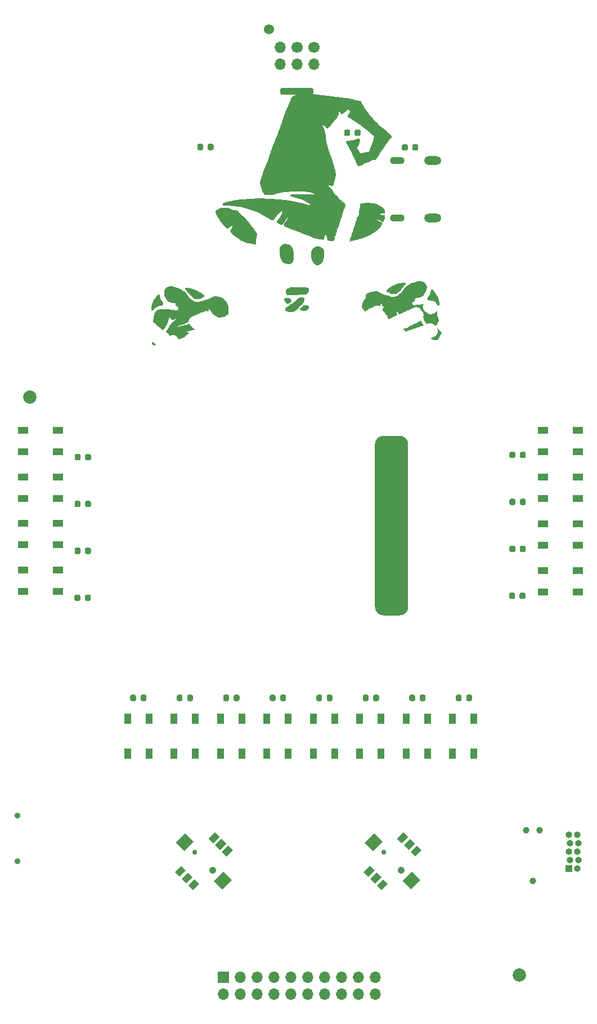
<source format=gts>
G04 #@! TF.GenerationSoftware,KiCad,Pcbnew,(5.1.9)-1*
G04 #@! TF.CreationDate,2021-01-16T23:54:46-07:00*
G04 #@! TF.ProjectId,purplewizard,70757270-6c65-4776-997a-6172642e6b69,0.1*
G04 #@! TF.SameCoordinates,PX613b810PYa454c00*
G04 #@! TF.FileFunction,Soldermask,Top*
G04 #@! TF.FilePolarity,Negative*
%FSLAX46Y46*%
G04 Gerber Fmt 4.6, Leading zero omitted, Abs format (unit mm)*
G04 Created by KiCad (PCBNEW (5.1.9)-1) date 2021-01-16 23:54:46*
%MOMM*%
%LPD*%
G01*
G04 APERTURE LIST*
%ADD10C,0.010000*%
%ADD11C,1.700000*%
%ADD12O,1.700000X1.700000*%
%ADD13C,1.524000*%
%ADD14C,2.000000*%
%ADD15C,0.900000*%
%ADD16R,1.550000X1.000000*%
%ADD17C,0.100000*%
%ADD18C,1.050000*%
%ADD19C,0.750000*%
%ADD20R,1.000000X1.550000*%
%ADD21C,0.985520*%
%ADD22C,0.988060*%
%ADD23R,1.000000X1.000000*%
%ADD24O,1.000000X1.000000*%
%ADD25O,2.600000X1.300000*%
%ADD26O,2.200000X1.100000*%
%ADD27R,1.700000X1.700000*%
G04 APERTURE END LIST*
D10*
G36*
X46650776Y139192703D02*
G01*
X46792610Y139180610D01*
X46923370Y139164692D01*
X47056362Y139142795D01*
X47204890Y139112760D01*
X47358916Y139077907D01*
X47481177Y139052117D01*
X47619524Y139027198D01*
X47749143Y139007521D01*
X47782250Y139003338D01*
X47873296Y138991718D01*
X47948500Y138980568D01*
X47997963Y138971442D01*
X48011626Y138967328D01*
X48038782Y138961524D01*
X48098870Y138954146D01*
X48182564Y138946205D01*
X48265626Y138939747D01*
X48376762Y138930070D01*
X48508055Y138915730D01*
X48650002Y138898067D01*
X48793102Y138878417D01*
X48927849Y138858121D01*
X49044742Y138838515D01*
X49134278Y138820940D01*
X49168666Y138812555D01*
X49227202Y138802315D01*
X49310366Y138794931D01*
X49400475Y138791957D01*
X49403205Y138791952D01*
X49495031Y138787776D01*
X49610187Y138776653D01*
X49730613Y138760526D01*
X49794789Y138749822D01*
X49905418Y138731949D01*
X50016442Y138717787D01*
X50111937Y138709199D01*
X50156824Y138707489D01*
X50248292Y138702488D01*
X50355477Y138689792D01*
X50442102Y138674694D01*
X50554596Y138653899D01*
X50702249Y138631050D01*
X50877988Y138607042D01*
X51074741Y138582773D01*
X51285436Y138559137D01*
X51503001Y138537030D01*
X51602833Y138527676D01*
X51871739Y138501743D01*
X52125227Y138474468D01*
X52357785Y138446548D01*
X52563904Y138418678D01*
X52738071Y138391554D01*
X52859940Y138368976D01*
X52971587Y138349550D01*
X53089600Y138334728D01*
X53193972Y138326851D01*
X53225305Y138326167D01*
X53332992Y138321320D01*
X53451559Y138308751D01*
X53535184Y138294982D01*
X53627209Y138277298D01*
X53741401Y138256962D01*
X53858039Y138237443D01*
X53899416Y138230883D01*
X53993979Y138213257D01*
X54116412Y138186157D01*
X54254135Y138152593D01*
X54394569Y138115578D01*
X54470916Y138094114D01*
X54705508Y138029184D01*
X54904160Y137980345D01*
X55069829Y137946986D01*
X55205474Y137928497D01*
X55294709Y137924000D01*
X55364309Y137919110D01*
X55419497Y137906640D01*
X55437505Y137897542D01*
X55459142Y137870339D01*
X55496594Y137813326D01*
X55545311Y137733810D01*
X55600746Y137639094D01*
X55625288Y137595917D01*
X55783592Y137317816D01*
X55929784Y137066886D01*
X56062895Y136844654D01*
X56181957Y136652649D01*
X56286001Y136492401D01*
X56374058Y136365438D01*
X56445162Y136273289D01*
X56498342Y136217482D01*
X56498629Y136217240D01*
X56536926Y136176868D01*
X56590855Y136109245D01*
X56653804Y136023140D01*
X56719165Y135927321D01*
X56732005Y135907670D01*
X56810491Y135793092D01*
X56893838Y135682366D01*
X56972827Y135587299D01*
X57026234Y135530886D01*
X57112444Y135447683D01*
X57176815Y135384394D01*
X57228071Y135331640D01*
X57274935Y135280043D01*
X57326129Y135220222D01*
X57390376Y135142798D01*
X57415368Y135112469D01*
X57497342Y135018095D01*
X57588895Y134920846D01*
X57676896Y134834324D01*
X57728368Y134788252D01*
X57790433Y134733250D01*
X57874533Y134654880D01*
X57973290Y134560225D01*
X58079324Y134456363D01*
X58185259Y134350377D01*
X58196250Y134339237D01*
X58449535Y134094748D01*
X58707313Y133872572D01*
X58863000Y133749866D01*
X58997970Y133644256D01*
X59148562Y133522495D01*
X59301314Y133395715D01*
X59442762Y133275047D01*
X59527574Y133200413D01*
X59631271Y133108148D01*
X59730901Y133020558D01*
X59819679Y132943529D01*
X59890819Y132882949D01*
X59937535Y132844704D01*
X59938441Y132844000D01*
X60029279Y132765184D01*
X60087268Y132692373D01*
X60119061Y132616355D01*
X60125656Y132584719D01*
X60129806Y132548039D01*
X60125173Y132517221D01*
X60106723Y132484186D01*
X60069425Y132440854D01*
X60008246Y132379146D01*
X59980946Y132352382D01*
X59934503Y132306235D01*
X59890643Y132260558D01*
X59847218Y132212349D01*
X59802080Y132158605D01*
X59753082Y132096322D01*
X59698075Y132022498D01*
X59634911Y131934130D01*
X59561444Y131828214D01*
X59475524Y131701747D01*
X59375005Y131551727D01*
X59257739Y131375150D01*
X59121577Y131169013D01*
X58970088Y130939000D01*
X58772775Y130640376D01*
X58589169Y130364963D01*
X58420262Y130114184D01*
X58267049Y129889462D01*
X58130521Y129692220D01*
X58011670Y129523880D01*
X57911491Y129385866D01*
X57830974Y129279599D01*
X57771114Y129206503D01*
X57736318Y129170752D01*
X57696984Y129142699D01*
X57653721Y129126862D01*
X57592942Y129119961D01*
X57520656Y129118667D01*
X57416157Y129114529D01*
X57321207Y129099953D01*
X57225714Y129071693D01*
X57119584Y129026507D01*
X56992724Y128961149D01*
X56939943Y128932005D01*
X56822141Y128870997D01*
X56683915Y128806803D01*
X56545369Y128748461D01*
X56460583Y128716514D01*
X56357408Y128679966D01*
X56276522Y128650212D01*
X56208535Y128622927D01*
X56144056Y128593788D01*
X56073696Y128558470D01*
X55988065Y128512650D01*
X55877770Y128452004D01*
X55836166Y128428999D01*
X55663723Y128336916D01*
X55518831Y128267264D01*
X55394979Y128217336D01*
X55285653Y128184425D01*
X55212316Y128169754D01*
X55092743Y128151003D01*
X55000758Y128334156D01*
X54963956Y128411262D01*
X54915603Y128518208D01*
X54859842Y128645519D01*
X54800817Y128783719D01*
X54742671Y128923332D01*
X54735964Y128939696D01*
X54667338Y129101545D01*
X54586002Y129284039D01*
X54499325Y129471196D01*
X54414678Y129647032D01*
X54355729Y129764250D01*
X54238822Y129990851D01*
X54139504Y130183185D01*
X54056000Y130344631D01*
X53986535Y130478567D01*
X53929334Y130588372D01*
X53882623Y130677425D01*
X53844628Y130749105D01*
X53813574Y130806790D01*
X53787687Y130853858D01*
X53765191Y130893690D01*
X53744313Y130929662D01*
X53738066Y130940262D01*
X53688246Y131030743D01*
X53639758Y131128900D01*
X53606664Y131204846D01*
X53568865Y131286833D01*
X53516640Y131382304D01*
X53461101Y131470978D01*
X53459539Y131473266D01*
X53382937Y131599909D01*
X53334707Y131713302D01*
X53317461Y131807275D01*
X53317451Y131808728D01*
X53334331Y131844076D01*
X53386555Y131872172D01*
X53476088Y131893605D01*
X53604892Y131908965D01*
X53666583Y131913461D01*
X53779209Y131922635D01*
X53916665Y131936972D01*
X54062043Y131954556D01*
X54198436Y131973470D01*
X54206227Y131974645D01*
X54342387Y131996738D01*
X54450853Y132018702D01*
X54546067Y132044498D01*
X54642471Y132078087D01*
X54754506Y132123430D01*
X54765299Y132127989D01*
X54921460Y132189259D01*
X55049288Y132229076D01*
X55139142Y132245831D01*
X55208208Y132250854D01*
X55248208Y132246940D01*
X55272183Y132229540D01*
X55293172Y132194103D01*
X55294445Y132191646D01*
X55322278Y132100663D01*
X55326851Y131979234D01*
X55308064Y131825891D01*
X55265817Y131639168D01*
X55253841Y131595167D01*
X55216488Y131462895D01*
X55186808Y131363565D01*
X55161549Y131289224D01*
X55137457Y131231915D01*
X55111279Y131183682D01*
X55079764Y131136571D01*
X55049730Y131095942D01*
X54988434Y131011253D01*
X54951706Y130945244D01*
X54939219Y130886835D01*
X54950646Y130824948D01*
X54985659Y130748503D01*
X55036800Y130658554D01*
X55098072Y130553346D01*
X55164095Y130438666D01*
X55224025Y130333390D01*
X55245241Y130295680D01*
X55297480Y130208218D01*
X55353112Y130124415D01*
X55402071Y130059223D01*
X55412833Y130046759D01*
X55486916Y129964909D01*
X55629557Y130017603D01*
X55698215Y130039069D01*
X55799630Y130065758D01*
X55924833Y130095737D01*
X56064854Y130127072D01*
X56210728Y130157829D01*
X56353484Y130186075D01*
X56484156Y130209876D01*
X56593774Y130227299D01*
X56616344Y130230367D01*
X56696717Y130246671D01*
X56754186Y130276403D01*
X56796786Y130327635D01*
X56832551Y130408436D01*
X56851730Y130466812D01*
X56881078Y130551413D01*
X56922298Y130656577D01*
X56968446Y130764948D01*
X56989839Y130812000D01*
X57125878Y131129028D01*
X57252453Y131473259D01*
X57364705Y131829817D01*
X57457776Y132183823D01*
X57498672Y132370279D01*
X57518600Y132471360D01*
X57534816Y132558696D01*
X57545695Y132623172D01*
X57549614Y132655672D01*
X57549604Y132656160D01*
X57531249Y132679567D01*
X57484368Y132712082D01*
X57424593Y132743933D01*
X57374617Y132770760D01*
X57322839Y132806225D01*
X57263961Y132855019D01*
X57192680Y132921829D01*
X57103698Y133011346D01*
X56999688Y133119847D01*
X56906045Y133217579D01*
X56823655Y133300626D01*
X56745974Y133374576D01*
X56666460Y133445014D01*
X56578571Y133517526D01*
X56475763Y133597699D01*
X56351496Y133691118D01*
X56199225Y133803370D01*
X56198657Y133803787D01*
X55894500Y134026279D01*
X55622208Y134224262D01*
X55380021Y134398950D01*
X55166184Y134551558D01*
X54978938Y134683299D01*
X54816526Y134795389D01*
X54677191Y134889043D01*
X54559176Y134965475D01*
X54460722Y135025899D01*
X54380074Y135071530D01*
X54322923Y135100189D01*
X54229582Y135149381D01*
X54135247Y135208902D01*
X54059737Y135266206D01*
X54057278Y135268373D01*
X53982243Y135326708D01*
X53888645Y135388075D01*
X53798117Y135438469D01*
X53700508Y135488625D01*
X53635460Y135528683D01*
X53596552Y135565058D01*
X53577366Y135604164D01*
X53571480Y135652417D01*
X53571333Y135665071D01*
X53575755Y135717654D01*
X53594413Y135759423D01*
X53635393Y135804684D01*
X53665805Y135832238D01*
X53752541Y135929966D01*
X53826901Y136053707D01*
X53880542Y136187331D01*
X53902931Y136290528D01*
X53916243Y136402930D01*
X53802719Y136517882D01*
X53739179Y136578962D01*
X53691943Y136614086D01*
X53650205Y136629813D01*
X53613254Y136632834D01*
X53526996Y136619904D01*
X53433840Y136579451D01*
X53329883Y136508977D01*
X53211222Y136405986D01*
X53123269Y136319304D01*
X53014598Y136212182D01*
X52924308Y136133801D01*
X52845026Y136079303D01*
X52769381Y136043831D01*
X52689998Y136022527D01*
X52666842Y136018554D01*
X52577268Y136004662D01*
X52493335Y136145941D01*
X52441109Y136224477D01*
X52380606Y136301219D01*
X52319236Y136368232D01*
X52264409Y136417579D01*
X52223533Y136441326D01*
X52216605Y136442334D01*
X52204474Y136423316D01*
X52196843Y136374775D01*
X52195500Y136338362D01*
X52186055Y136208344D01*
X52159841Y136056319D01*
X52120042Y135897616D01*
X52076520Y135765180D01*
X52013755Y135624123D01*
X51926868Y135475672D01*
X51813062Y135315912D01*
X51669539Y135140927D01*
X51493501Y134946804D01*
X51486447Y134939329D01*
X51383959Y134828570D01*
X51279740Y134711896D01*
X51181960Y134598735D01*
X51098790Y134498515D01*
X51046397Y134431500D01*
X50920762Y134267103D01*
X50813423Y134135704D01*
X50720933Y134033979D01*
X50639842Y133958605D01*
X50566702Y133906259D01*
X50498065Y133873616D01*
X50454962Y133861542D01*
X50421350Y133856895D01*
X50391991Y133862442D01*
X50358918Y133883372D01*
X50314166Y133924871D01*
X50249769Y133992128D01*
X50242431Y133999949D01*
X50165882Y134076723D01*
X50084495Y134150526D01*
X50011866Y134209271D01*
X49988431Y134225767D01*
X49913413Y134270918D01*
X49838069Y134309189D01*
X49772254Y134336344D01*
X49725823Y134348146D01*
X49710408Y134345297D01*
X49708963Y134318237D01*
X49720853Y134261725D01*
X49742972Y134185319D01*
X49772212Y134098577D01*
X49805465Y134011056D01*
X49839625Y133932314D01*
X49854376Y133902462D01*
X49931488Y133736714D01*
X50001718Y133547317D01*
X50067638Y133326907D01*
X50102139Y133193250D01*
X50126021Y133091095D01*
X50143707Y132999815D01*
X50156467Y132908482D01*
X50165570Y132806171D01*
X50172286Y132681953D01*
X50177173Y132547667D01*
X50183418Y132387978D01*
X50190899Y132267138D01*
X50199947Y132181673D01*
X50210894Y132128109D01*
X50218899Y132109204D01*
X50235782Y132061249D01*
X50246357Y131990982D01*
X50248166Y131948926D01*
X50254471Y131891683D01*
X50272162Y131800987D01*
X50299399Y131683598D01*
X50334345Y131546279D01*
X50375162Y131395791D01*
X50420012Y131238896D01*
X50467056Y131082356D01*
X50514456Y130932931D01*
X50560375Y130797383D01*
X50563967Y130787236D01*
X50593352Y130697410D01*
X50615858Y130615061D01*
X50627996Y130553541D01*
X50629166Y130537824D01*
X50638823Y130481225D01*
X50663522Y130408619D01*
X50683009Y130365672D01*
X50719060Y130279416D01*
X50749118Y130181778D01*
X50758601Y130138834D01*
X50773550Y130081158D01*
X50802094Y129993017D01*
X50841222Y129882887D01*
X50887919Y129759241D01*
X50939173Y129630554D01*
X50940324Y129627743D01*
X51024265Y129417872D01*
X51100622Y129215476D01*
X51171684Y129013306D01*
X51239739Y128804114D01*
X51307076Y128580649D01*
X51375985Y128335663D01*
X51448753Y128061908D01*
X51508715Y127827500D01*
X51557503Y127633732D01*
X51596834Y127475601D01*
X51627728Y127347731D01*
X51651206Y127244742D01*
X51668288Y127161258D01*
X51679995Y127091900D01*
X51687348Y127031290D01*
X51691367Y126974050D01*
X51693073Y126914802D01*
X51693476Y126853834D01*
X51691564Y126742392D01*
X51684327Y126638765D01*
X51670160Y126534809D01*
X51647460Y126422385D01*
X51614625Y126293349D01*
X51570050Y126139559D01*
X51522586Y125986000D01*
X51487400Y125867149D01*
X51454667Y125744019D01*
X51428239Y125631845D01*
X51412908Y125552084D01*
X51388947Y125434931D01*
X51357389Y125333590D01*
X51321550Y125256749D01*
X51284745Y125213094D01*
X51283139Y125212061D01*
X51247424Y125197695D01*
X51191611Y125182062D01*
X51183672Y125180221D01*
X51119408Y125173947D01*
X51066619Y125193534D01*
X51049983Y125204626D01*
X50970499Y125249940D01*
X50883031Y125282488D01*
X50802963Y125297494D01*
X50759235Y125294926D01*
X50703992Y125276615D01*
X50636857Y125247960D01*
X50620602Y125240064D01*
X50537955Y125198635D01*
X50636349Y125114530D01*
X50710471Y125044442D01*
X50798016Y124950859D01*
X50894102Y124840122D01*
X50993845Y124718571D01*
X51092361Y124592547D01*
X51184767Y124468389D01*
X51266180Y124352437D01*
X51331716Y124251032D01*
X51376492Y124170513D01*
X51391667Y124133917D01*
X51417149Y124064856D01*
X51448447Y124008625D01*
X51493067Y123956482D01*
X51558517Y123899684D01*
X51652305Y123829488D01*
X51654334Y123828022D01*
X51751379Y123752004D01*
X51842922Y123666232D01*
X51938725Y123560950D01*
X52019101Y123463496D01*
X52261690Y123184819D01*
X52530088Y122924238D01*
X52763015Y122727892D01*
X52857329Y122648175D01*
X52953737Y122558942D01*
X53038632Y122473139D01*
X53082029Y122424338D01*
X53203944Y122277702D01*
X53145091Y122158059D01*
X53106935Y122074909D01*
X53071976Y121989497D01*
X53055392Y121943167D01*
X52993257Y121759856D01*
X52938936Y121617775D01*
X52898047Y121527768D01*
X52866322Y121452419D01*
X52842775Y121373782D01*
X52839964Y121360099D01*
X52820460Y121288476D01*
X52789578Y121208024D01*
X52776787Y121180705D01*
X52752494Y121119378D01*
X52725043Y121029966D01*
X52698363Y120926122D01*
X52682345Y120852621D01*
X52646416Y120681881D01*
X52614511Y120548515D01*
X52586990Y120453819D01*
X52564211Y120399090D01*
X52553542Y120386310D01*
X52527407Y120355426D01*
X52494610Y120297159D01*
X52461162Y120224521D01*
X52433070Y120150521D01*
X52416653Y120089915D01*
X52399586Y120020367D01*
X52377633Y119959488D01*
X52374550Y119953056D01*
X52358427Y119907643D01*
X52339411Y119834127D01*
X52320947Y119746261D01*
X52316216Y119720222D01*
X52298166Y119640851D01*
X52266795Y119529271D01*
X52224344Y119392644D01*
X52173053Y119238129D01*
X52115160Y119072889D01*
X52104492Y119043334D01*
X52055650Y118905872D01*
X51996967Y118736222D01*
X51930890Y118541823D01*
X51859865Y118330113D01*
X51786339Y118108532D01*
X51712760Y117884519D01*
X51641575Y117665511D01*
X51575231Y117458949D01*
X51516175Y117272272D01*
X51466854Y117112918D01*
X51439355Y117021349D01*
X51401750Y116893781D01*
X50989000Y116936682D01*
X50576250Y116979584D01*
X50527906Y117159500D01*
X50488444Y117304656D01*
X50456457Y117416546D01*
X50429038Y117502946D01*
X50403279Y117571632D01*
X50376273Y117630378D01*
X50345111Y117686960D01*
X50308132Y117747181D01*
X50260690Y117821128D01*
X50220328Y117881886D01*
X50193326Y117920087D01*
X50187383Y117927250D01*
X50169026Y117919511D01*
X50138386Y117878133D01*
X50099404Y117808578D01*
X50094004Y117797900D01*
X50056250Y117714101D01*
X50025748Y117624983D01*
X50000152Y117521141D01*
X49977117Y117393169D01*
X49955925Y117244167D01*
X49940691Y117127750D01*
X49845720Y117114427D01*
X49804358Y117112586D01*
X49743579Y117116728D01*
X49659395Y117127467D01*
X49547817Y117145416D01*
X49404858Y117171190D01*
X49226530Y117205403D01*
X49126333Y117225175D01*
X48967547Y117256779D01*
X48820778Y117286094D01*
X48691570Y117312003D01*
X48585466Y117333393D01*
X48508011Y117349146D01*
X48464748Y117358148D01*
X48458999Y117359429D01*
X48424303Y117374076D01*
X48362689Y117406108D01*
X48283229Y117450621D01*
X48204999Y117496676D01*
X48021404Y117595686D01*
X47830476Y117673510D01*
X47750500Y117699949D01*
X47634757Y117738121D01*
X47482864Y117791348D01*
X47297786Y117858501D01*
X47082489Y117938450D01*
X46839940Y118030065D01*
X46573105Y118132217D01*
X46284951Y118243776D01*
X45978443Y118363613D01*
X45656548Y118490598D01*
X45322231Y118623601D01*
X45263416Y118647112D01*
X45068292Y118725096D01*
X44880865Y118799863D01*
X44705676Y118869612D01*
X44547265Y118932542D01*
X44410172Y118986851D01*
X44298937Y119030739D01*
X44218101Y119062403D01*
X44173333Y119079621D01*
X44077854Y119118657D01*
X44015404Y119154535D01*
X43977889Y119194143D01*
X43957214Y119244364D01*
X43952055Y119267846D01*
X43947797Y119308847D01*
X43955694Y119346164D01*
X43980585Y119390769D01*
X44027308Y119453635D01*
X44042450Y119472837D01*
X44125225Y119582515D01*
X44209178Y119703242D01*
X44291731Y119830261D01*
X44370303Y119958814D01*
X44442315Y120084145D01*
X44505186Y120201495D01*
X44556336Y120306108D01*
X44593187Y120393226D01*
X44613158Y120458091D01*
X44613669Y120495947D01*
X44601538Y120503834D01*
X44577818Y120490260D01*
X44531503Y120453845D01*
X44470549Y120401051D01*
X44435201Y120368796D01*
X44360271Y120291093D01*
X44270877Y120185570D01*
X44173580Y120061148D01*
X44074944Y119926748D01*
X43981533Y119791292D01*
X43899909Y119663700D01*
X43840853Y119560903D01*
X43793012Y119475646D01*
X43752919Y119420751D01*
X43711269Y119387834D01*
X43658756Y119368508D01*
X43617756Y119359875D01*
X43550720Y119353527D01*
X43494136Y119366906D01*
X43443518Y119392944D01*
X43378996Y119426572D01*
X43293951Y119465976D01*
X43212964Y119500106D01*
X43081845Y119565428D01*
X42986303Y119642176D01*
X42928908Y119727998D01*
X42915553Y119772300D01*
X42910532Y119812417D01*
X42916328Y119846405D01*
X42938035Y119884394D01*
X42980744Y119936514D01*
X43020312Y119980706D01*
X43103896Y120081111D01*
X43199270Y120208960D01*
X43299452Y120353754D01*
X43397461Y120504993D01*
X43486316Y120652176D01*
X43559035Y120784805D01*
X43571654Y120809929D01*
X43603365Y120881977D01*
X43638346Y120973892D01*
X43674164Y121077595D01*
X43708384Y121185009D01*
X43738576Y121288057D01*
X43762305Y121378662D01*
X43777139Y121448746D01*
X43780645Y121490232D01*
X43778538Y121496774D01*
X43759945Y121490640D01*
X43727362Y121465024D01*
X43691775Y121437534D01*
X43629487Y121394368D01*
X43549924Y121341911D01*
X43479471Y121297110D01*
X43370550Y121225251D01*
X43288091Y121160579D01*
X43220036Y121092720D01*
X43167598Y121028828D01*
X43109483Y120957165D01*
X43031869Y120867102D01*
X42945038Y120770326D01*
X42861974Y120681351D01*
X42774475Y120585143D01*
X42685664Y120479528D01*
X42606394Y120377847D01*
X42551360Y120299461D01*
X42481600Y120197155D01*
X42422203Y120126273D01*
X42365241Y120080063D01*
X42302781Y120051771D01*
X42243744Y120037541D01*
X42175996Y120031684D01*
X42122213Y120047636D01*
X42090240Y120067000D01*
X42032189Y120101624D01*
X41956000Y120141435D01*
X41907590Y120164390D01*
X41857130Y120190075D01*
X41777249Y120234296D01*
X41674495Y120293263D01*
X41555414Y120363189D01*
X41426555Y120440281D01*
X41337000Y120494673D01*
X41207564Y120572806D01*
X41085518Y120644653D01*
X40976899Y120706804D01*
X40887740Y120755849D01*
X40824077Y120788376D01*
X40797250Y120799705D01*
X40746485Y120820507D01*
X40669435Y120857746D01*
X40576244Y120906293D01*
X40477055Y120961023D01*
X40469166Y120965515D01*
X40019988Y121201079D01*
X39536362Y121415149D01*
X39020769Y121606926D01*
X38475689Y121775614D01*
X37903604Y121920414D01*
X37306994Y122040529D01*
X36940367Y122100109D01*
X36656411Y122139140D01*
X36360390Y122174097D01*
X36061453Y122204202D01*
X35768749Y122228679D01*
X35491426Y122246750D01*
X35238632Y122257639D01*
X35050065Y122260667D01*
X34951186Y122262213D01*
X34868529Y122266421D01*
X34810852Y122272643D01*
X34787001Y122280078D01*
X34776986Y122311584D01*
X34765960Y122367910D01*
X34762120Y122393493D01*
X34749235Y122487497D01*
X34905159Y122552248D01*
X35021339Y122597130D01*
X35149511Y122639665D01*
X35295861Y122681522D01*
X35466575Y122724371D01*
X35667840Y122769883D01*
X35865416Y122811470D01*
X36010243Y122841632D01*
X36156074Y122872802D01*
X36292178Y122902632D01*
X36407829Y122928770D01*
X36489833Y122948253D01*
X36602464Y122972961D01*
X36724348Y122994557D01*
X36833706Y123009304D01*
X36860250Y123011789D01*
X36971383Y123023499D01*
X37095668Y123040756D01*
X37198916Y123058484D01*
X37324729Y123076983D01*
X37457974Y123083040D01*
X37595843Y123078783D01*
X37792081Y123075755D01*
X37964735Y123091063D01*
X37999042Y123096609D01*
X38102510Y123111873D01*
X38240976Y123128130D01*
X38407133Y123144776D01*
X38593675Y123161206D01*
X38793296Y123176818D01*
X38998689Y123191007D01*
X39202549Y123203170D01*
X39397569Y123212703D01*
X39410833Y123213262D01*
X39554236Y123220214D01*
X39700658Y123229024D01*
X39837810Y123238834D01*
X39953403Y123248791D01*
X40014083Y123255287D01*
X40180266Y123268099D01*
X40372466Y123270872D01*
X40575704Y123264124D01*
X40775000Y123248377D01*
X40955377Y123224151D01*
X40966583Y123222208D01*
X41129271Y123201992D01*
X41322087Y123193916D01*
X41453416Y123194707D01*
X41584375Y123195197D01*
X41740627Y123192372D01*
X41905303Y123186725D01*
X42061533Y123178745D01*
X42109583Y123175599D01*
X42340464Y123159392D01*
X42533168Y123145727D01*
X42691753Y123134270D01*
X42820280Y123124686D01*
X42922805Y123116641D01*
X43003389Y123109799D01*
X43066088Y123103828D01*
X43114963Y123098391D01*
X43154072Y123093154D01*
X43187474Y123087783D01*
X43198262Y123085865D01*
X43280341Y123075137D01*
X43381774Y123067606D01*
X43473429Y123064997D01*
X43582074Y123060440D01*
X43702718Y123048603D01*
X43792333Y123034979D01*
X43869860Y123022297D01*
X43977718Y123007347D01*
X44104074Y122991639D01*
X44237092Y122976681D01*
X44300333Y122970163D01*
X44443583Y122954033D01*
X44596631Y122933690D01*
X44743854Y122911400D01*
X44869626Y122889429D01*
X44903583Y122882672D01*
X45004018Y122862509D01*
X45135078Y122837190D01*
X45285679Y122808803D01*
X45444735Y122779433D01*
X45601163Y122751166D01*
X45623250Y122747233D01*
X45779866Y122719144D01*
X45909957Y122694891D01*
X46022530Y122672324D01*
X46126595Y122649291D01*
X46231159Y122623643D01*
X46345233Y122593230D01*
X46477824Y122555903D01*
X46637941Y122509510D01*
X46720440Y122485377D01*
X47057882Y122394014D01*
X47367129Y122325761D01*
X47645729Y122281116D01*
X47799113Y122265722D01*
X47891176Y122259274D01*
X47965238Y122254798D01*
X48012677Y122252768D01*
X48025666Y122253238D01*
X48011950Y122269221D01*
X47975229Y122308386D01*
X47922147Y122363698D01*
X47893375Y122393335D01*
X47797589Y122481499D01*
X47678371Y122572426D01*
X47531940Y122668531D01*
X47354518Y122772228D01*
X47142325Y122885929D01*
X47041416Y122937505D01*
X46780058Y123064128D01*
X46550724Y123163805D01*
X46352945Y123236728D01*
X46186250Y123283083D01*
X46173583Y123285787D01*
X46085869Y123307381D01*
X45976992Y123339009D01*
X45865196Y123375232D01*
X45819702Y123391253D01*
X45589343Y123467996D01*
X45375983Y123525348D01*
X45187000Y123561439D01*
X45115301Y123569933D01*
X44967186Y123583584D01*
X44948161Y123673972D01*
X44939209Y123731791D01*
X44939159Y123770470D01*
X44941840Y123777064D01*
X44959545Y123789124D01*
X44988733Y123799518D01*
X45032311Y123808365D01*
X45093188Y123815785D01*
X45174272Y123821896D01*
X45278472Y123826818D01*
X45408696Y123830670D01*
X45567852Y123833571D01*
X45758848Y123835641D01*
X45984593Y123836999D01*
X46247994Y123837764D01*
X46427583Y123837990D01*
X46785621Y123838560D01*
X47103500Y123839737D01*
X47383391Y123841620D01*
X47627465Y123844309D01*
X47837894Y123847903D01*
X48016849Y123852500D01*
X48166500Y123858199D01*
X48289020Y123865099D01*
X48386579Y123873298D01*
X48461349Y123882897D01*
X48515500Y123893994D01*
X48551205Y123906687D01*
X48570633Y123921075D01*
X48576000Y123935835D01*
X48556773Y123960703D01*
X48503571Y123994465D01*
X48423110Y124034342D01*
X48322106Y124077553D01*
X48207276Y124121319D01*
X48085335Y124162860D01*
X47963001Y124199396D01*
X47898666Y124216182D01*
X47784642Y124243216D01*
X47677328Y124266105D01*
X47571794Y124285242D01*
X47463106Y124301020D01*
X47346333Y124313832D01*
X47216543Y124324070D01*
X47068803Y124332129D01*
X46898181Y124338401D01*
X46699746Y124343278D01*
X46468565Y124347154D01*
X46215916Y124350247D01*
X45822377Y124352815D01*
X45466636Y124351374D01*
X45144323Y124345652D01*
X44851067Y124335377D01*
X44582498Y124320276D01*
X44334247Y124300077D01*
X44101943Y124274508D01*
X43881216Y124243296D01*
X43667696Y124206169D01*
X43559500Y124184732D01*
X43416132Y124155817D01*
X43254441Y124124218D01*
X43094524Y124093812D01*
X42959906Y124069087D01*
X42817286Y124042348D01*
X42707897Y124018219D01*
X42622998Y123993770D01*
X42553850Y123966068D01*
X42491716Y123932183D01*
X42431592Y123891856D01*
X42342416Y123828205D01*
X41699272Y123825825D01*
X41056129Y123823445D01*
X40952251Y124010431D01*
X40902501Y124094622D01*
X40853794Y124167892D01*
X40813270Y124219898D01*
X40796353Y124236224D01*
X40763792Y124268368D01*
X40748313Y124311076D01*
X40744334Y124379910D01*
X40744333Y124381255D01*
X40740658Y124428584D01*
X40728454Y124488022D01*
X40705952Y124565195D01*
X40671384Y124665728D01*
X40622981Y124795247D01*
X40576867Y124913948D01*
X40512408Y125079076D01*
X40462219Y125210577D01*
X40424563Y125314014D01*
X40397703Y125394950D01*
X40379900Y125458948D01*
X40369419Y125511570D01*
X40364521Y125558381D01*
X40363451Y125597341D01*
X40372358Y125681576D01*
X40397830Y125796496D01*
X40437728Y125934811D01*
X40489910Y126089229D01*
X40552236Y126252459D01*
X40564922Y126283561D01*
X40608796Y126397081D01*
X40650919Y126518324D01*
X40685423Y126629809D01*
X40701011Y126688878D01*
X40728571Y126790580D01*
X40770571Y126925422D01*
X40824837Y127087604D01*
X40889198Y127271327D01*
X40961482Y127470792D01*
X41039517Y127680200D01*
X41121131Y127893752D01*
X41204151Y128105649D01*
X41286406Y128310092D01*
X41365724Y128501281D01*
X41439932Y128673419D01*
X41467330Y128734828D01*
X41532246Y128885344D01*
X41586368Y129024227D01*
X41626405Y129142563D01*
X41647175Y129221661D01*
X41669318Y129310632D01*
X41702768Y129422150D01*
X41742372Y129539758D01*
X41770680Y129616084D01*
X41805820Y129709146D01*
X41850676Y129831870D01*
X41901502Y129973783D01*
X41954551Y130124413D01*
X42006076Y130273284D01*
X42012965Y130293417D01*
X42061648Y130432013D01*
X42122691Y130599638D01*
X42192285Y130786197D01*
X42266623Y130981594D01*
X42341898Y131175733D01*
X42414303Y131358520D01*
X42419556Y131371600D01*
X42560664Y131724529D01*
X42699184Y132074746D01*
X42833963Y132419165D01*
X42963850Y132754698D01*
X43087689Y133078258D01*
X43204329Y133386758D01*
X43312616Y133677111D01*
X43411398Y133946230D01*
X43499521Y134191027D01*
X43575832Y134408416D01*
X43639177Y134595310D01*
X43688405Y134748620D01*
X43716635Y134844250D01*
X43753889Y134976671D01*
X43791926Y135109117D01*
X43827446Y135230285D01*
X43857149Y135328871D01*
X43871107Y135373417D01*
X43898310Y135452691D01*
X43937005Y135557994D01*
X43984996Y135683955D01*
X44040088Y135825203D01*
X44100086Y135976367D01*
X44162795Y136132077D01*
X44226019Y136286961D01*
X44287562Y136435649D01*
X44345231Y136572770D01*
X44396829Y136692954D01*
X44440162Y136790828D01*
X44473033Y136861023D01*
X44493247Y136898168D01*
X44495546Y136901123D01*
X44515085Y136933346D01*
X44547526Y136999242D01*
X44590448Y137093020D01*
X44641433Y137208890D01*
X44698060Y137341060D01*
X44757910Y137483740D01*
X44818563Y137631139D01*
X44877600Y137777467D01*
X44932601Y137916932D01*
X44981146Y138043745D01*
X45020815Y138152114D01*
X45033514Y138188584D01*
X45073588Y138304282D01*
X45105444Y138387385D01*
X45134323Y138445432D01*
X45165467Y138485964D01*
X45204119Y138516522D01*
X45255521Y138544646D01*
X45293901Y138563128D01*
X45363001Y138599709D01*
X45455809Y138654101D01*
X45561463Y138719688D01*
X45669099Y138789851D01*
X45697333Y138808885D01*
X45815384Y138885429D01*
X45946360Y138964384D01*
X46075057Y139036912D01*
X46186273Y139094172D01*
X46195693Y139098645D01*
X46429470Y139208595D01*
X46650776Y139192703D01*
G37*
X46650776Y139192703D02*
X46792610Y139180610D01*
X46923370Y139164692D01*
X47056362Y139142795D01*
X47204890Y139112760D01*
X47358916Y139077907D01*
X47481177Y139052117D01*
X47619524Y139027198D01*
X47749143Y139007521D01*
X47782250Y139003338D01*
X47873296Y138991718D01*
X47948500Y138980568D01*
X47997963Y138971442D01*
X48011626Y138967328D01*
X48038782Y138961524D01*
X48098870Y138954146D01*
X48182564Y138946205D01*
X48265626Y138939747D01*
X48376762Y138930070D01*
X48508055Y138915730D01*
X48650002Y138898067D01*
X48793102Y138878417D01*
X48927849Y138858121D01*
X49044742Y138838515D01*
X49134278Y138820940D01*
X49168666Y138812555D01*
X49227202Y138802315D01*
X49310366Y138794931D01*
X49400475Y138791957D01*
X49403205Y138791952D01*
X49495031Y138787776D01*
X49610187Y138776653D01*
X49730613Y138760526D01*
X49794789Y138749822D01*
X49905418Y138731949D01*
X50016442Y138717787D01*
X50111937Y138709199D01*
X50156824Y138707489D01*
X50248292Y138702488D01*
X50355477Y138689792D01*
X50442102Y138674694D01*
X50554596Y138653899D01*
X50702249Y138631050D01*
X50877988Y138607042D01*
X51074741Y138582773D01*
X51285436Y138559137D01*
X51503001Y138537030D01*
X51602833Y138527676D01*
X51871739Y138501743D01*
X52125227Y138474468D01*
X52357785Y138446548D01*
X52563904Y138418678D01*
X52738071Y138391554D01*
X52859940Y138368976D01*
X52971587Y138349550D01*
X53089600Y138334728D01*
X53193972Y138326851D01*
X53225305Y138326167D01*
X53332992Y138321320D01*
X53451559Y138308751D01*
X53535184Y138294982D01*
X53627209Y138277298D01*
X53741401Y138256962D01*
X53858039Y138237443D01*
X53899416Y138230883D01*
X53993979Y138213257D01*
X54116412Y138186157D01*
X54254135Y138152593D01*
X54394569Y138115578D01*
X54470916Y138094114D01*
X54705508Y138029184D01*
X54904160Y137980345D01*
X55069829Y137946986D01*
X55205474Y137928497D01*
X55294709Y137924000D01*
X55364309Y137919110D01*
X55419497Y137906640D01*
X55437505Y137897542D01*
X55459142Y137870339D01*
X55496594Y137813326D01*
X55545311Y137733810D01*
X55600746Y137639094D01*
X55625288Y137595917D01*
X55783592Y137317816D01*
X55929784Y137066886D01*
X56062895Y136844654D01*
X56181957Y136652649D01*
X56286001Y136492401D01*
X56374058Y136365438D01*
X56445162Y136273289D01*
X56498342Y136217482D01*
X56498629Y136217240D01*
X56536926Y136176868D01*
X56590855Y136109245D01*
X56653804Y136023140D01*
X56719165Y135927321D01*
X56732005Y135907670D01*
X56810491Y135793092D01*
X56893838Y135682366D01*
X56972827Y135587299D01*
X57026234Y135530886D01*
X57112444Y135447683D01*
X57176815Y135384394D01*
X57228071Y135331640D01*
X57274935Y135280043D01*
X57326129Y135220222D01*
X57390376Y135142798D01*
X57415368Y135112469D01*
X57497342Y135018095D01*
X57588895Y134920846D01*
X57676896Y134834324D01*
X57728368Y134788252D01*
X57790433Y134733250D01*
X57874533Y134654880D01*
X57973290Y134560225D01*
X58079324Y134456363D01*
X58185259Y134350377D01*
X58196250Y134339237D01*
X58449535Y134094748D01*
X58707313Y133872572D01*
X58863000Y133749866D01*
X58997970Y133644256D01*
X59148562Y133522495D01*
X59301314Y133395715D01*
X59442762Y133275047D01*
X59527574Y133200413D01*
X59631271Y133108148D01*
X59730901Y133020558D01*
X59819679Y132943529D01*
X59890819Y132882949D01*
X59937535Y132844704D01*
X59938441Y132844000D01*
X60029279Y132765184D01*
X60087268Y132692373D01*
X60119061Y132616355D01*
X60125656Y132584719D01*
X60129806Y132548039D01*
X60125173Y132517221D01*
X60106723Y132484186D01*
X60069425Y132440854D01*
X60008246Y132379146D01*
X59980946Y132352382D01*
X59934503Y132306235D01*
X59890643Y132260558D01*
X59847218Y132212349D01*
X59802080Y132158605D01*
X59753082Y132096322D01*
X59698075Y132022498D01*
X59634911Y131934130D01*
X59561444Y131828214D01*
X59475524Y131701747D01*
X59375005Y131551727D01*
X59257739Y131375150D01*
X59121577Y131169013D01*
X58970088Y130939000D01*
X58772775Y130640376D01*
X58589169Y130364963D01*
X58420262Y130114184D01*
X58267049Y129889462D01*
X58130521Y129692220D01*
X58011670Y129523880D01*
X57911491Y129385866D01*
X57830974Y129279599D01*
X57771114Y129206503D01*
X57736318Y129170752D01*
X57696984Y129142699D01*
X57653721Y129126862D01*
X57592942Y129119961D01*
X57520656Y129118667D01*
X57416157Y129114529D01*
X57321207Y129099953D01*
X57225714Y129071693D01*
X57119584Y129026507D01*
X56992724Y128961149D01*
X56939943Y128932005D01*
X56822141Y128870997D01*
X56683915Y128806803D01*
X56545369Y128748461D01*
X56460583Y128716514D01*
X56357408Y128679966D01*
X56276522Y128650212D01*
X56208535Y128622927D01*
X56144056Y128593788D01*
X56073696Y128558470D01*
X55988065Y128512650D01*
X55877770Y128452004D01*
X55836166Y128428999D01*
X55663723Y128336916D01*
X55518831Y128267264D01*
X55394979Y128217336D01*
X55285653Y128184425D01*
X55212316Y128169754D01*
X55092743Y128151003D01*
X55000758Y128334156D01*
X54963956Y128411262D01*
X54915603Y128518208D01*
X54859842Y128645519D01*
X54800817Y128783719D01*
X54742671Y128923332D01*
X54735964Y128939696D01*
X54667338Y129101545D01*
X54586002Y129284039D01*
X54499325Y129471196D01*
X54414678Y129647032D01*
X54355729Y129764250D01*
X54238822Y129990851D01*
X54139504Y130183185D01*
X54056000Y130344631D01*
X53986535Y130478567D01*
X53929334Y130588372D01*
X53882623Y130677425D01*
X53844628Y130749105D01*
X53813574Y130806790D01*
X53787687Y130853858D01*
X53765191Y130893690D01*
X53744313Y130929662D01*
X53738066Y130940262D01*
X53688246Y131030743D01*
X53639758Y131128900D01*
X53606664Y131204846D01*
X53568865Y131286833D01*
X53516640Y131382304D01*
X53461101Y131470978D01*
X53459539Y131473266D01*
X53382937Y131599909D01*
X53334707Y131713302D01*
X53317461Y131807275D01*
X53317451Y131808728D01*
X53334331Y131844076D01*
X53386555Y131872172D01*
X53476088Y131893605D01*
X53604892Y131908965D01*
X53666583Y131913461D01*
X53779209Y131922635D01*
X53916665Y131936972D01*
X54062043Y131954556D01*
X54198436Y131973470D01*
X54206227Y131974645D01*
X54342387Y131996738D01*
X54450853Y132018702D01*
X54546067Y132044498D01*
X54642471Y132078087D01*
X54754506Y132123430D01*
X54765299Y132127989D01*
X54921460Y132189259D01*
X55049288Y132229076D01*
X55139142Y132245831D01*
X55208208Y132250854D01*
X55248208Y132246940D01*
X55272183Y132229540D01*
X55293172Y132194103D01*
X55294445Y132191646D01*
X55322278Y132100663D01*
X55326851Y131979234D01*
X55308064Y131825891D01*
X55265817Y131639168D01*
X55253841Y131595167D01*
X55216488Y131462895D01*
X55186808Y131363565D01*
X55161549Y131289224D01*
X55137457Y131231915D01*
X55111279Y131183682D01*
X55079764Y131136571D01*
X55049730Y131095942D01*
X54988434Y131011253D01*
X54951706Y130945244D01*
X54939219Y130886835D01*
X54950646Y130824948D01*
X54985659Y130748503D01*
X55036800Y130658554D01*
X55098072Y130553346D01*
X55164095Y130438666D01*
X55224025Y130333390D01*
X55245241Y130295680D01*
X55297480Y130208218D01*
X55353112Y130124415D01*
X55402071Y130059223D01*
X55412833Y130046759D01*
X55486916Y129964909D01*
X55629557Y130017603D01*
X55698215Y130039069D01*
X55799630Y130065758D01*
X55924833Y130095737D01*
X56064854Y130127072D01*
X56210728Y130157829D01*
X56353484Y130186075D01*
X56484156Y130209876D01*
X56593774Y130227299D01*
X56616344Y130230367D01*
X56696717Y130246671D01*
X56754186Y130276403D01*
X56796786Y130327635D01*
X56832551Y130408436D01*
X56851730Y130466812D01*
X56881078Y130551413D01*
X56922298Y130656577D01*
X56968446Y130764948D01*
X56989839Y130812000D01*
X57125878Y131129028D01*
X57252453Y131473259D01*
X57364705Y131829817D01*
X57457776Y132183823D01*
X57498672Y132370279D01*
X57518600Y132471360D01*
X57534816Y132558696D01*
X57545695Y132623172D01*
X57549614Y132655672D01*
X57549604Y132656160D01*
X57531249Y132679567D01*
X57484368Y132712082D01*
X57424593Y132743933D01*
X57374617Y132770760D01*
X57322839Y132806225D01*
X57263961Y132855019D01*
X57192680Y132921829D01*
X57103698Y133011346D01*
X56999688Y133119847D01*
X56906045Y133217579D01*
X56823655Y133300626D01*
X56745974Y133374576D01*
X56666460Y133445014D01*
X56578571Y133517526D01*
X56475763Y133597699D01*
X56351496Y133691118D01*
X56199225Y133803370D01*
X56198657Y133803787D01*
X55894500Y134026279D01*
X55622208Y134224262D01*
X55380021Y134398950D01*
X55166184Y134551558D01*
X54978938Y134683299D01*
X54816526Y134795389D01*
X54677191Y134889043D01*
X54559176Y134965475D01*
X54460722Y135025899D01*
X54380074Y135071530D01*
X54322923Y135100189D01*
X54229582Y135149381D01*
X54135247Y135208902D01*
X54059737Y135266206D01*
X54057278Y135268373D01*
X53982243Y135326708D01*
X53888645Y135388075D01*
X53798117Y135438469D01*
X53700508Y135488625D01*
X53635460Y135528683D01*
X53596552Y135565058D01*
X53577366Y135604164D01*
X53571480Y135652417D01*
X53571333Y135665071D01*
X53575755Y135717654D01*
X53594413Y135759423D01*
X53635393Y135804684D01*
X53665805Y135832238D01*
X53752541Y135929966D01*
X53826901Y136053707D01*
X53880542Y136187331D01*
X53902931Y136290528D01*
X53916243Y136402930D01*
X53802719Y136517882D01*
X53739179Y136578962D01*
X53691943Y136614086D01*
X53650205Y136629813D01*
X53613254Y136632834D01*
X53526996Y136619904D01*
X53433840Y136579451D01*
X53329883Y136508977D01*
X53211222Y136405986D01*
X53123269Y136319304D01*
X53014598Y136212182D01*
X52924308Y136133801D01*
X52845026Y136079303D01*
X52769381Y136043831D01*
X52689998Y136022527D01*
X52666842Y136018554D01*
X52577268Y136004662D01*
X52493335Y136145941D01*
X52441109Y136224477D01*
X52380606Y136301219D01*
X52319236Y136368232D01*
X52264409Y136417579D01*
X52223533Y136441326D01*
X52216605Y136442334D01*
X52204474Y136423316D01*
X52196843Y136374775D01*
X52195500Y136338362D01*
X52186055Y136208344D01*
X52159841Y136056319D01*
X52120042Y135897616D01*
X52076520Y135765180D01*
X52013755Y135624123D01*
X51926868Y135475672D01*
X51813062Y135315912D01*
X51669539Y135140927D01*
X51493501Y134946804D01*
X51486447Y134939329D01*
X51383959Y134828570D01*
X51279740Y134711896D01*
X51181960Y134598735D01*
X51098790Y134498515D01*
X51046397Y134431500D01*
X50920762Y134267103D01*
X50813423Y134135704D01*
X50720933Y134033979D01*
X50639842Y133958605D01*
X50566702Y133906259D01*
X50498065Y133873616D01*
X50454962Y133861542D01*
X50421350Y133856895D01*
X50391991Y133862442D01*
X50358918Y133883372D01*
X50314166Y133924871D01*
X50249769Y133992128D01*
X50242431Y133999949D01*
X50165882Y134076723D01*
X50084495Y134150526D01*
X50011866Y134209271D01*
X49988431Y134225767D01*
X49913413Y134270918D01*
X49838069Y134309189D01*
X49772254Y134336344D01*
X49725823Y134348146D01*
X49710408Y134345297D01*
X49708963Y134318237D01*
X49720853Y134261725D01*
X49742972Y134185319D01*
X49772212Y134098577D01*
X49805465Y134011056D01*
X49839625Y133932314D01*
X49854376Y133902462D01*
X49931488Y133736714D01*
X50001718Y133547317D01*
X50067638Y133326907D01*
X50102139Y133193250D01*
X50126021Y133091095D01*
X50143707Y132999815D01*
X50156467Y132908482D01*
X50165570Y132806171D01*
X50172286Y132681953D01*
X50177173Y132547667D01*
X50183418Y132387978D01*
X50190899Y132267138D01*
X50199947Y132181673D01*
X50210894Y132128109D01*
X50218899Y132109204D01*
X50235782Y132061249D01*
X50246357Y131990982D01*
X50248166Y131948926D01*
X50254471Y131891683D01*
X50272162Y131800987D01*
X50299399Y131683598D01*
X50334345Y131546279D01*
X50375162Y131395791D01*
X50420012Y131238896D01*
X50467056Y131082356D01*
X50514456Y130932931D01*
X50560375Y130797383D01*
X50563967Y130787236D01*
X50593352Y130697410D01*
X50615858Y130615061D01*
X50627996Y130553541D01*
X50629166Y130537824D01*
X50638823Y130481225D01*
X50663522Y130408619D01*
X50683009Y130365672D01*
X50719060Y130279416D01*
X50749118Y130181778D01*
X50758601Y130138834D01*
X50773550Y130081158D01*
X50802094Y129993017D01*
X50841222Y129882887D01*
X50887919Y129759241D01*
X50939173Y129630554D01*
X50940324Y129627743D01*
X51024265Y129417872D01*
X51100622Y129215476D01*
X51171684Y129013306D01*
X51239739Y128804114D01*
X51307076Y128580649D01*
X51375985Y128335663D01*
X51448753Y128061908D01*
X51508715Y127827500D01*
X51557503Y127633732D01*
X51596834Y127475601D01*
X51627728Y127347731D01*
X51651206Y127244742D01*
X51668288Y127161258D01*
X51679995Y127091900D01*
X51687348Y127031290D01*
X51691367Y126974050D01*
X51693073Y126914802D01*
X51693476Y126853834D01*
X51691564Y126742392D01*
X51684327Y126638765D01*
X51670160Y126534809D01*
X51647460Y126422385D01*
X51614625Y126293349D01*
X51570050Y126139559D01*
X51522586Y125986000D01*
X51487400Y125867149D01*
X51454667Y125744019D01*
X51428239Y125631845D01*
X51412908Y125552084D01*
X51388947Y125434931D01*
X51357389Y125333590D01*
X51321550Y125256749D01*
X51284745Y125213094D01*
X51283139Y125212061D01*
X51247424Y125197695D01*
X51191611Y125182062D01*
X51183672Y125180221D01*
X51119408Y125173947D01*
X51066619Y125193534D01*
X51049983Y125204626D01*
X50970499Y125249940D01*
X50883031Y125282488D01*
X50802963Y125297494D01*
X50759235Y125294926D01*
X50703992Y125276615D01*
X50636857Y125247960D01*
X50620602Y125240064D01*
X50537955Y125198635D01*
X50636349Y125114530D01*
X50710471Y125044442D01*
X50798016Y124950859D01*
X50894102Y124840122D01*
X50993845Y124718571D01*
X51092361Y124592547D01*
X51184767Y124468389D01*
X51266180Y124352437D01*
X51331716Y124251032D01*
X51376492Y124170513D01*
X51391667Y124133917D01*
X51417149Y124064856D01*
X51448447Y124008625D01*
X51493067Y123956482D01*
X51558517Y123899684D01*
X51652305Y123829488D01*
X51654334Y123828022D01*
X51751379Y123752004D01*
X51842922Y123666232D01*
X51938725Y123560950D01*
X52019101Y123463496D01*
X52261690Y123184819D01*
X52530088Y122924238D01*
X52763015Y122727892D01*
X52857329Y122648175D01*
X52953737Y122558942D01*
X53038632Y122473139D01*
X53082029Y122424338D01*
X53203944Y122277702D01*
X53145091Y122158059D01*
X53106935Y122074909D01*
X53071976Y121989497D01*
X53055392Y121943167D01*
X52993257Y121759856D01*
X52938936Y121617775D01*
X52898047Y121527768D01*
X52866322Y121452419D01*
X52842775Y121373782D01*
X52839964Y121360099D01*
X52820460Y121288476D01*
X52789578Y121208024D01*
X52776787Y121180705D01*
X52752494Y121119378D01*
X52725043Y121029966D01*
X52698363Y120926122D01*
X52682345Y120852621D01*
X52646416Y120681881D01*
X52614511Y120548515D01*
X52586990Y120453819D01*
X52564211Y120399090D01*
X52553542Y120386310D01*
X52527407Y120355426D01*
X52494610Y120297159D01*
X52461162Y120224521D01*
X52433070Y120150521D01*
X52416653Y120089915D01*
X52399586Y120020367D01*
X52377633Y119959488D01*
X52374550Y119953056D01*
X52358427Y119907643D01*
X52339411Y119834127D01*
X52320947Y119746261D01*
X52316216Y119720222D01*
X52298166Y119640851D01*
X52266795Y119529271D01*
X52224344Y119392644D01*
X52173053Y119238129D01*
X52115160Y119072889D01*
X52104492Y119043334D01*
X52055650Y118905872D01*
X51996967Y118736222D01*
X51930890Y118541823D01*
X51859865Y118330113D01*
X51786339Y118108532D01*
X51712760Y117884519D01*
X51641575Y117665511D01*
X51575231Y117458949D01*
X51516175Y117272272D01*
X51466854Y117112918D01*
X51439355Y117021349D01*
X51401750Y116893781D01*
X50989000Y116936682D01*
X50576250Y116979584D01*
X50527906Y117159500D01*
X50488444Y117304656D01*
X50456457Y117416546D01*
X50429038Y117502946D01*
X50403279Y117571632D01*
X50376273Y117630378D01*
X50345111Y117686960D01*
X50308132Y117747181D01*
X50260690Y117821128D01*
X50220328Y117881886D01*
X50193326Y117920087D01*
X50187383Y117927250D01*
X50169026Y117919511D01*
X50138386Y117878133D01*
X50099404Y117808578D01*
X50094004Y117797900D01*
X50056250Y117714101D01*
X50025748Y117624983D01*
X50000152Y117521141D01*
X49977117Y117393169D01*
X49955925Y117244167D01*
X49940691Y117127750D01*
X49845720Y117114427D01*
X49804358Y117112586D01*
X49743579Y117116728D01*
X49659395Y117127467D01*
X49547817Y117145416D01*
X49404858Y117171190D01*
X49226530Y117205403D01*
X49126333Y117225175D01*
X48967547Y117256779D01*
X48820778Y117286094D01*
X48691570Y117312003D01*
X48585466Y117333393D01*
X48508011Y117349146D01*
X48464748Y117358148D01*
X48458999Y117359429D01*
X48424303Y117374076D01*
X48362689Y117406108D01*
X48283229Y117450621D01*
X48204999Y117496676D01*
X48021404Y117595686D01*
X47830476Y117673510D01*
X47750500Y117699949D01*
X47634757Y117738121D01*
X47482864Y117791348D01*
X47297786Y117858501D01*
X47082489Y117938450D01*
X46839940Y118030065D01*
X46573105Y118132217D01*
X46284951Y118243776D01*
X45978443Y118363613D01*
X45656548Y118490598D01*
X45322231Y118623601D01*
X45263416Y118647112D01*
X45068292Y118725096D01*
X44880865Y118799863D01*
X44705676Y118869612D01*
X44547265Y118932542D01*
X44410172Y118986851D01*
X44298937Y119030739D01*
X44218101Y119062403D01*
X44173333Y119079621D01*
X44077854Y119118657D01*
X44015404Y119154535D01*
X43977889Y119194143D01*
X43957214Y119244364D01*
X43952055Y119267846D01*
X43947797Y119308847D01*
X43955694Y119346164D01*
X43980585Y119390769D01*
X44027308Y119453635D01*
X44042450Y119472837D01*
X44125225Y119582515D01*
X44209178Y119703242D01*
X44291731Y119830261D01*
X44370303Y119958814D01*
X44442315Y120084145D01*
X44505186Y120201495D01*
X44556336Y120306108D01*
X44593187Y120393226D01*
X44613158Y120458091D01*
X44613669Y120495947D01*
X44601538Y120503834D01*
X44577818Y120490260D01*
X44531503Y120453845D01*
X44470549Y120401051D01*
X44435201Y120368796D01*
X44360271Y120291093D01*
X44270877Y120185570D01*
X44173580Y120061148D01*
X44074944Y119926748D01*
X43981533Y119791292D01*
X43899909Y119663700D01*
X43840853Y119560903D01*
X43793012Y119475646D01*
X43752919Y119420751D01*
X43711269Y119387834D01*
X43658756Y119368508D01*
X43617756Y119359875D01*
X43550720Y119353527D01*
X43494136Y119366906D01*
X43443518Y119392944D01*
X43378996Y119426572D01*
X43293951Y119465976D01*
X43212964Y119500106D01*
X43081845Y119565428D01*
X42986303Y119642176D01*
X42928908Y119727998D01*
X42915553Y119772300D01*
X42910532Y119812417D01*
X42916328Y119846405D01*
X42938035Y119884394D01*
X42980744Y119936514D01*
X43020312Y119980706D01*
X43103896Y120081111D01*
X43199270Y120208960D01*
X43299452Y120353754D01*
X43397461Y120504993D01*
X43486316Y120652176D01*
X43559035Y120784805D01*
X43571654Y120809929D01*
X43603365Y120881977D01*
X43638346Y120973892D01*
X43674164Y121077595D01*
X43708384Y121185009D01*
X43738576Y121288057D01*
X43762305Y121378662D01*
X43777139Y121448746D01*
X43780645Y121490232D01*
X43778538Y121496774D01*
X43759945Y121490640D01*
X43727362Y121465024D01*
X43691775Y121437534D01*
X43629487Y121394368D01*
X43549924Y121341911D01*
X43479471Y121297110D01*
X43370550Y121225251D01*
X43288091Y121160579D01*
X43220036Y121092720D01*
X43167598Y121028828D01*
X43109483Y120957165D01*
X43031869Y120867102D01*
X42945038Y120770326D01*
X42861974Y120681351D01*
X42774475Y120585143D01*
X42685664Y120479528D01*
X42606394Y120377847D01*
X42551360Y120299461D01*
X42481600Y120197155D01*
X42422203Y120126273D01*
X42365241Y120080063D01*
X42302781Y120051771D01*
X42243744Y120037541D01*
X42175996Y120031684D01*
X42122213Y120047636D01*
X42090240Y120067000D01*
X42032189Y120101624D01*
X41956000Y120141435D01*
X41907590Y120164390D01*
X41857130Y120190075D01*
X41777249Y120234296D01*
X41674495Y120293263D01*
X41555414Y120363189D01*
X41426555Y120440281D01*
X41337000Y120494673D01*
X41207564Y120572806D01*
X41085518Y120644653D01*
X40976899Y120706804D01*
X40887740Y120755849D01*
X40824077Y120788376D01*
X40797250Y120799705D01*
X40746485Y120820507D01*
X40669435Y120857746D01*
X40576244Y120906293D01*
X40477055Y120961023D01*
X40469166Y120965515D01*
X40019988Y121201079D01*
X39536362Y121415149D01*
X39020769Y121606926D01*
X38475689Y121775614D01*
X37903604Y121920414D01*
X37306994Y122040529D01*
X36940367Y122100109D01*
X36656411Y122139140D01*
X36360390Y122174097D01*
X36061453Y122204202D01*
X35768749Y122228679D01*
X35491426Y122246750D01*
X35238632Y122257639D01*
X35050065Y122260667D01*
X34951186Y122262213D01*
X34868529Y122266421D01*
X34810852Y122272643D01*
X34787001Y122280078D01*
X34776986Y122311584D01*
X34765960Y122367910D01*
X34762120Y122393493D01*
X34749235Y122487497D01*
X34905159Y122552248D01*
X35021339Y122597130D01*
X35149511Y122639665D01*
X35295861Y122681522D01*
X35466575Y122724371D01*
X35667840Y122769883D01*
X35865416Y122811470D01*
X36010243Y122841632D01*
X36156074Y122872802D01*
X36292178Y122902632D01*
X36407829Y122928770D01*
X36489833Y122948253D01*
X36602464Y122972961D01*
X36724348Y122994557D01*
X36833706Y123009304D01*
X36860250Y123011789D01*
X36971383Y123023499D01*
X37095668Y123040756D01*
X37198916Y123058484D01*
X37324729Y123076983D01*
X37457974Y123083040D01*
X37595843Y123078783D01*
X37792081Y123075755D01*
X37964735Y123091063D01*
X37999042Y123096609D01*
X38102510Y123111873D01*
X38240976Y123128130D01*
X38407133Y123144776D01*
X38593675Y123161206D01*
X38793296Y123176818D01*
X38998689Y123191007D01*
X39202549Y123203170D01*
X39397569Y123212703D01*
X39410833Y123213262D01*
X39554236Y123220214D01*
X39700658Y123229024D01*
X39837810Y123238834D01*
X39953403Y123248791D01*
X40014083Y123255287D01*
X40180266Y123268099D01*
X40372466Y123270872D01*
X40575704Y123264124D01*
X40775000Y123248377D01*
X40955377Y123224151D01*
X40966583Y123222208D01*
X41129271Y123201992D01*
X41322087Y123193916D01*
X41453416Y123194707D01*
X41584375Y123195197D01*
X41740627Y123192372D01*
X41905303Y123186725D01*
X42061533Y123178745D01*
X42109583Y123175599D01*
X42340464Y123159392D01*
X42533168Y123145727D01*
X42691753Y123134270D01*
X42820280Y123124686D01*
X42922805Y123116641D01*
X43003389Y123109799D01*
X43066088Y123103828D01*
X43114963Y123098391D01*
X43154072Y123093154D01*
X43187474Y123087783D01*
X43198262Y123085865D01*
X43280341Y123075137D01*
X43381774Y123067606D01*
X43473429Y123064997D01*
X43582074Y123060440D01*
X43702718Y123048603D01*
X43792333Y123034979D01*
X43869860Y123022297D01*
X43977718Y123007347D01*
X44104074Y122991639D01*
X44237092Y122976681D01*
X44300333Y122970163D01*
X44443583Y122954033D01*
X44596631Y122933690D01*
X44743854Y122911400D01*
X44869626Y122889429D01*
X44903583Y122882672D01*
X45004018Y122862509D01*
X45135078Y122837190D01*
X45285679Y122808803D01*
X45444735Y122779433D01*
X45601163Y122751166D01*
X45623250Y122747233D01*
X45779866Y122719144D01*
X45909957Y122694891D01*
X46022530Y122672324D01*
X46126595Y122649291D01*
X46231159Y122623643D01*
X46345233Y122593230D01*
X46477824Y122555903D01*
X46637941Y122509510D01*
X46720440Y122485377D01*
X47057882Y122394014D01*
X47367129Y122325761D01*
X47645729Y122281116D01*
X47799113Y122265722D01*
X47891176Y122259274D01*
X47965238Y122254798D01*
X48012677Y122252768D01*
X48025666Y122253238D01*
X48011950Y122269221D01*
X47975229Y122308386D01*
X47922147Y122363698D01*
X47893375Y122393335D01*
X47797589Y122481499D01*
X47678371Y122572426D01*
X47531940Y122668531D01*
X47354518Y122772228D01*
X47142325Y122885929D01*
X47041416Y122937505D01*
X46780058Y123064128D01*
X46550724Y123163805D01*
X46352945Y123236728D01*
X46186250Y123283083D01*
X46173583Y123285787D01*
X46085869Y123307381D01*
X45976992Y123339009D01*
X45865196Y123375232D01*
X45819702Y123391253D01*
X45589343Y123467996D01*
X45375983Y123525348D01*
X45187000Y123561439D01*
X45115301Y123569933D01*
X44967186Y123583584D01*
X44948161Y123673972D01*
X44939209Y123731791D01*
X44939159Y123770470D01*
X44941840Y123777064D01*
X44959545Y123789124D01*
X44988733Y123799518D01*
X45032311Y123808365D01*
X45093188Y123815785D01*
X45174272Y123821896D01*
X45278472Y123826818D01*
X45408696Y123830670D01*
X45567852Y123833571D01*
X45758848Y123835641D01*
X45984593Y123836999D01*
X46247994Y123837764D01*
X46427583Y123837990D01*
X46785621Y123838560D01*
X47103500Y123839737D01*
X47383391Y123841620D01*
X47627465Y123844309D01*
X47837894Y123847903D01*
X48016849Y123852500D01*
X48166500Y123858199D01*
X48289020Y123865099D01*
X48386579Y123873298D01*
X48461349Y123882897D01*
X48515500Y123893994D01*
X48551205Y123906687D01*
X48570633Y123921075D01*
X48576000Y123935835D01*
X48556773Y123960703D01*
X48503571Y123994465D01*
X48423110Y124034342D01*
X48322106Y124077553D01*
X48207276Y124121319D01*
X48085335Y124162860D01*
X47963001Y124199396D01*
X47898666Y124216182D01*
X47784642Y124243216D01*
X47677328Y124266105D01*
X47571794Y124285242D01*
X47463106Y124301020D01*
X47346333Y124313832D01*
X47216543Y124324070D01*
X47068803Y124332129D01*
X46898181Y124338401D01*
X46699746Y124343278D01*
X46468565Y124347154D01*
X46215916Y124350247D01*
X45822377Y124352815D01*
X45466636Y124351374D01*
X45144323Y124345652D01*
X44851067Y124335377D01*
X44582498Y124320276D01*
X44334247Y124300077D01*
X44101943Y124274508D01*
X43881216Y124243296D01*
X43667696Y124206169D01*
X43559500Y124184732D01*
X43416132Y124155817D01*
X43254441Y124124218D01*
X43094524Y124093812D01*
X42959906Y124069087D01*
X42817286Y124042348D01*
X42707897Y124018219D01*
X42622998Y123993770D01*
X42553850Y123966068D01*
X42491716Y123932183D01*
X42431592Y123891856D01*
X42342416Y123828205D01*
X41699272Y123825825D01*
X41056129Y123823445D01*
X40952251Y124010431D01*
X40902501Y124094622D01*
X40853794Y124167892D01*
X40813270Y124219898D01*
X40796353Y124236224D01*
X40763792Y124268368D01*
X40748313Y124311076D01*
X40744334Y124379910D01*
X40744333Y124381255D01*
X40740658Y124428584D01*
X40728454Y124488022D01*
X40705952Y124565195D01*
X40671384Y124665728D01*
X40622981Y124795247D01*
X40576867Y124913948D01*
X40512408Y125079076D01*
X40462219Y125210577D01*
X40424563Y125314014D01*
X40397703Y125394950D01*
X40379900Y125458948D01*
X40369419Y125511570D01*
X40364521Y125558381D01*
X40363451Y125597341D01*
X40372358Y125681576D01*
X40397830Y125796496D01*
X40437728Y125934811D01*
X40489910Y126089229D01*
X40552236Y126252459D01*
X40564922Y126283561D01*
X40608796Y126397081D01*
X40650919Y126518324D01*
X40685423Y126629809D01*
X40701011Y126688878D01*
X40728571Y126790580D01*
X40770571Y126925422D01*
X40824837Y127087604D01*
X40889198Y127271327D01*
X40961482Y127470792D01*
X41039517Y127680200D01*
X41121131Y127893752D01*
X41204151Y128105649D01*
X41286406Y128310092D01*
X41365724Y128501281D01*
X41439932Y128673419D01*
X41467330Y128734828D01*
X41532246Y128885344D01*
X41586368Y129024227D01*
X41626405Y129142563D01*
X41647175Y129221661D01*
X41669318Y129310632D01*
X41702768Y129422150D01*
X41742372Y129539758D01*
X41770680Y129616084D01*
X41805820Y129709146D01*
X41850676Y129831870D01*
X41901502Y129973783D01*
X41954551Y130124413D01*
X42006076Y130273284D01*
X42012965Y130293417D01*
X42061648Y130432013D01*
X42122691Y130599638D01*
X42192285Y130786197D01*
X42266623Y130981594D01*
X42341898Y131175733D01*
X42414303Y131358520D01*
X42419556Y131371600D01*
X42560664Y131724529D01*
X42699184Y132074746D01*
X42833963Y132419165D01*
X42963850Y132754698D01*
X43087689Y133078258D01*
X43204329Y133386758D01*
X43312616Y133677111D01*
X43411398Y133946230D01*
X43499521Y134191027D01*
X43575832Y134408416D01*
X43639177Y134595310D01*
X43688405Y134748620D01*
X43716635Y134844250D01*
X43753889Y134976671D01*
X43791926Y135109117D01*
X43827446Y135230285D01*
X43857149Y135328871D01*
X43871107Y135373417D01*
X43898310Y135452691D01*
X43937005Y135557994D01*
X43984996Y135683955D01*
X44040088Y135825203D01*
X44100086Y135976367D01*
X44162795Y136132077D01*
X44226019Y136286961D01*
X44287562Y136435649D01*
X44345231Y136572770D01*
X44396829Y136692954D01*
X44440162Y136790828D01*
X44473033Y136861023D01*
X44493247Y136898168D01*
X44495546Y136901123D01*
X44515085Y136933346D01*
X44547526Y136999242D01*
X44590448Y137093020D01*
X44641433Y137208890D01*
X44698060Y137341060D01*
X44757910Y137483740D01*
X44818563Y137631139D01*
X44877600Y137777467D01*
X44932601Y137916932D01*
X44981146Y138043745D01*
X45020815Y138152114D01*
X45033514Y138188584D01*
X45073588Y138304282D01*
X45105444Y138387385D01*
X45134323Y138445432D01*
X45165467Y138485964D01*
X45204119Y138516522D01*
X45255521Y138544646D01*
X45293901Y138563128D01*
X45363001Y138599709D01*
X45455809Y138654101D01*
X45561463Y138719688D01*
X45669099Y138789851D01*
X45697333Y138808885D01*
X45815384Y138885429D01*
X45946360Y138964384D01*
X46075057Y139036912D01*
X46186273Y139094172D01*
X46195693Y139098645D01*
X46429470Y139208595D01*
X46650776Y139192703D01*
G36*
X56693416Y122569213D02*
G01*
X57096248Y122532875D01*
X57472083Y122468385D01*
X57819588Y122376138D01*
X58137433Y122256531D01*
X58424285Y122109962D01*
X58587833Y122004421D01*
X58762225Y121867882D01*
X58896940Y121730843D01*
X58994510Y121589597D01*
X59057469Y121440436D01*
X59088350Y121279652D01*
X59089134Y121270813D01*
X59092953Y121189114D01*
X59089414Y121132587D01*
X59080719Y121110825D01*
X59055298Y121103377D01*
X59005438Y121099573D01*
X58925516Y121099263D01*
X58809904Y121102298D01*
X58787712Y121103084D01*
X58721754Y121100887D01*
X58656990Y121086453D01*
X58579367Y121055793D01*
X58517837Y121026500D01*
X58444215Y120987991D01*
X58387924Y120954507D01*
X58357772Y120931455D01*
X58355000Y120926499D01*
X58374405Y120896432D01*
X58427120Y120861430D01*
X58504889Y120824595D01*
X58599459Y120789032D01*
X58702575Y120757842D01*
X58805982Y120734129D01*
X58901427Y120720996D01*
X58901711Y120720974D01*
X59001671Y120709901D01*
X59065891Y120690912D01*
X59100924Y120657881D01*
X59113325Y120604682D01*
X59109782Y120526510D01*
X59096876Y120439143D01*
X59074994Y120333671D01*
X59046979Y120220269D01*
X59015673Y120109115D01*
X58983919Y120010384D01*
X58954560Y119934253D01*
X58933186Y119894332D01*
X58884097Y119849129D01*
X58819603Y119813543D01*
X58810548Y119810253D01*
X58756577Y119795504D01*
X58717912Y119799737D01*
X58673713Y119826811D01*
X58658193Y119838489D01*
X58570582Y119895509D01*
X58458016Y119954355D01*
X58329574Y120011699D01*
X58194336Y120064214D01*
X58061382Y120108573D01*
X57939791Y120141448D01*
X57838645Y120159511D01*
X57778081Y120161015D01*
X57757896Y120156860D01*
X57752466Y120147552D01*
X57765479Y120129831D01*
X57800624Y120100433D01*
X57861590Y120056099D01*
X57952066Y119993565D01*
X58018905Y119948087D01*
X58141100Y119868106D01*
X58263127Y119793451D01*
X58374901Y119729997D01*
X58466334Y119683621D01*
X58492583Y119672133D01*
X58661916Y119602676D01*
X58668363Y119503025D01*
X58666688Y119426645D01*
X58645644Y119367738D01*
X58623569Y119334478D01*
X58590757Y119286339D01*
X58544416Y119213220D01*
X58491941Y119126942D01*
X58461348Y119075084D01*
X58382898Y118945676D01*
X58311252Y118842251D01*
X58237043Y118754422D01*
X58150904Y118671801D01*
X58043469Y118584003D01*
X57964817Y118524462D01*
X57813148Y118414587D01*
X57651110Y118302363D01*
X57483157Y118190447D01*
X57313743Y118081500D01*
X57147321Y117978178D01*
X56988348Y117883140D01*
X56841276Y117799045D01*
X56710560Y117728551D01*
X56600655Y117674315D01*
X56516015Y117638997D01*
X56461094Y117625255D01*
X56457940Y117625167D01*
X56382577Y117607214D01*
X56326860Y117572250D01*
X56271288Y117537108D01*
X56216737Y117519732D01*
X56209603Y117519334D01*
X56159413Y117511614D01*
X56089517Y117491819D01*
X56043325Y117475185D01*
X55922246Y117429275D01*
X55778398Y117377749D01*
X55618618Y117322778D01*
X55449743Y117266537D01*
X55278610Y117211199D01*
X55112056Y117158937D01*
X54956918Y117111925D01*
X54820033Y117072336D01*
X54708238Y117042343D01*
X54628371Y117024119D01*
X54619083Y117022452D01*
X54509798Y117001534D01*
X54378198Y116972704D01*
X54242540Y116940121D01*
X54143986Y116914314D01*
X54044131Y116887184D01*
X53959407Y116864695D01*
X53897956Y116848969D01*
X53867921Y116842129D01*
X53866622Y116842000D01*
X53868344Y116860920D01*
X53881923Y116913301D01*
X53905433Y116992580D01*
X53936951Y117092190D01*
X53964378Y117175375D01*
X54017012Y117333092D01*
X54075131Y117508330D01*
X54137364Y117696862D01*
X54202337Y117894462D01*
X54268678Y118096905D01*
X54335015Y118299964D01*
X54399973Y118499413D01*
X54462181Y118691026D01*
X54520265Y118870577D01*
X54572853Y119033839D01*
X54618572Y119176586D01*
X54656049Y119294593D01*
X54683911Y119383633D01*
X54700786Y119439480D01*
X54705234Y119456084D01*
X54732381Y119564745D01*
X54773597Y119697327D01*
X54824417Y119839691D01*
X54835521Y119868559D01*
X54866388Y119958543D01*
X54898025Y120068134D01*
X54924102Y120175206D01*
X54926396Y120186059D01*
X54971103Y120350967D01*
X55030163Y120488884D01*
X55100828Y120594232D01*
X55151088Y120642147D01*
X55205537Y120692799D01*
X55248583Y120748129D01*
X55254105Y120757877D01*
X55276197Y120830803D01*
X55284757Y120927378D01*
X55279430Y121031020D01*
X55261859Y121118691D01*
X55251199Y121167554D01*
X55251126Y121218895D01*
X55262763Y121285836D01*
X55283025Y121366005D01*
X55304531Y121453244D01*
X55320476Y121532292D01*
X55327953Y121588373D01*
X55328177Y121595359D01*
X55335768Y121650659D01*
X55355173Y121724180D01*
X55370510Y121768769D01*
X55395230Y121851317D01*
X55410475Y121935952D01*
X55412833Y121972483D01*
X55420598Y122054847D01*
X55439760Y122140094D01*
X55444583Y122154834D01*
X55464891Y122235722D01*
X55475760Y122324458D01*
X55476333Y122345027D01*
X55476333Y122445231D01*
X55703875Y122490148D01*
X55991175Y122536763D01*
X56280860Y122564855D01*
X56557592Y122573198D01*
X56693416Y122569213D01*
G37*
X56693416Y122569213D02*
X57096248Y122532875D01*
X57472083Y122468385D01*
X57819588Y122376138D01*
X58137433Y122256531D01*
X58424285Y122109962D01*
X58587833Y122004421D01*
X58762225Y121867882D01*
X58896940Y121730843D01*
X58994510Y121589597D01*
X59057469Y121440436D01*
X59088350Y121279652D01*
X59089134Y121270813D01*
X59092953Y121189114D01*
X59089414Y121132587D01*
X59080719Y121110825D01*
X59055298Y121103377D01*
X59005438Y121099573D01*
X58925516Y121099263D01*
X58809904Y121102298D01*
X58787712Y121103084D01*
X58721754Y121100887D01*
X58656990Y121086453D01*
X58579367Y121055793D01*
X58517837Y121026500D01*
X58444215Y120987991D01*
X58387924Y120954507D01*
X58357772Y120931455D01*
X58355000Y120926499D01*
X58374405Y120896432D01*
X58427120Y120861430D01*
X58504889Y120824595D01*
X58599459Y120789032D01*
X58702575Y120757842D01*
X58805982Y120734129D01*
X58901427Y120720996D01*
X58901711Y120720974D01*
X59001671Y120709901D01*
X59065891Y120690912D01*
X59100924Y120657881D01*
X59113325Y120604682D01*
X59109782Y120526510D01*
X59096876Y120439143D01*
X59074994Y120333671D01*
X59046979Y120220269D01*
X59015673Y120109115D01*
X58983919Y120010384D01*
X58954560Y119934253D01*
X58933186Y119894332D01*
X58884097Y119849129D01*
X58819603Y119813543D01*
X58810548Y119810253D01*
X58756577Y119795504D01*
X58717912Y119799737D01*
X58673713Y119826811D01*
X58658193Y119838489D01*
X58570582Y119895509D01*
X58458016Y119954355D01*
X58329574Y120011699D01*
X58194336Y120064214D01*
X58061382Y120108573D01*
X57939791Y120141448D01*
X57838645Y120159511D01*
X57778081Y120161015D01*
X57757896Y120156860D01*
X57752466Y120147552D01*
X57765479Y120129831D01*
X57800624Y120100433D01*
X57861590Y120056099D01*
X57952066Y119993565D01*
X58018905Y119948087D01*
X58141100Y119868106D01*
X58263127Y119793451D01*
X58374901Y119729997D01*
X58466334Y119683621D01*
X58492583Y119672133D01*
X58661916Y119602676D01*
X58668363Y119503025D01*
X58666688Y119426645D01*
X58645644Y119367738D01*
X58623569Y119334478D01*
X58590757Y119286339D01*
X58544416Y119213220D01*
X58491941Y119126942D01*
X58461348Y119075084D01*
X58382898Y118945676D01*
X58311252Y118842251D01*
X58237043Y118754422D01*
X58150904Y118671801D01*
X58043469Y118584003D01*
X57964817Y118524462D01*
X57813148Y118414587D01*
X57651110Y118302363D01*
X57483157Y118190447D01*
X57313743Y118081500D01*
X57147321Y117978178D01*
X56988348Y117883140D01*
X56841276Y117799045D01*
X56710560Y117728551D01*
X56600655Y117674315D01*
X56516015Y117638997D01*
X56461094Y117625255D01*
X56457940Y117625167D01*
X56382577Y117607214D01*
X56326860Y117572250D01*
X56271288Y117537108D01*
X56216737Y117519732D01*
X56209603Y117519334D01*
X56159413Y117511614D01*
X56089517Y117491819D01*
X56043325Y117475185D01*
X55922246Y117429275D01*
X55778398Y117377749D01*
X55618618Y117322778D01*
X55449743Y117266537D01*
X55278610Y117211199D01*
X55112056Y117158937D01*
X54956918Y117111925D01*
X54820033Y117072336D01*
X54708238Y117042343D01*
X54628371Y117024119D01*
X54619083Y117022452D01*
X54509798Y117001534D01*
X54378198Y116972704D01*
X54242540Y116940121D01*
X54143986Y116914314D01*
X54044131Y116887184D01*
X53959407Y116864695D01*
X53897956Y116848969D01*
X53867921Y116842129D01*
X53866622Y116842000D01*
X53868344Y116860920D01*
X53881923Y116913301D01*
X53905433Y116992580D01*
X53936951Y117092190D01*
X53964378Y117175375D01*
X54017012Y117333092D01*
X54075131Y117508330D01*
X54137364Y117696862D01*
X54202337Y117894462D01*
X54268678Y118096905D01*
X54335015Y118299964D01*
X54399973Y118499413D01*
X54462181Y118691026D01*
X54520265Y118870577D01*
X54572853Y119033839D01*
X54618572Y119176586D01*
X54656049Y119294593D01*
X54683911Y119383633D01*
X54700786Y119439480D01*
X54705234Y119456084D01*
X54732381Y119564745D01*
X54773597Y119697327D01*
X54824417Y119839691D01*
X54835521Y119868559D01*
X54866388Y119958543D01*
X54898025Y120068134D01*
X54924102Y120175206D01*
X54926396Y120186059D01*
X54971103Y120350967D01*
X55030163Y120488884D01*
X55100828Y120594232D01*
X55151088Y120642147D01*
X55205537Y120692799D01*
X55248583Y120748129D01*
X55254105Y120757877D01*
X55276197Y120830803D01*
X55284757Y120927378D01*
X55279430Y121031020D01*
X55261859Y121118691D01*
X55251199Y121167554D01*
X55251126Y121218895D01*
X55262763Y121285836D01*
X55283025Y121366005D01*
X55304531Y121453244D01*
X55320476Y121532292D01*
X55327953Y121588373D01*
X55328177Y121595359D01*
X55335768Y121650659D01*
X55355173Y121724180D01*
X55370510Y121768769D01*
X55395230Y121851317D01*
X55410475Y121935952D01*
X55412833Y121972483D01*
X55420598Y122054847D01*
X55439760Y122140094D01*
X55444583Y122154834D01*
X55464891Y122235722D01*
X55475760Y122324458D01*
X55476333Y122345027D01*
X55476333Y122445231D01*
X55703875Y122490148D01*
X55991175Y122536763D01*
X56280860Y122564855D01*
X56557592Y122573198D01*
X56693416Y122569213D01*
G36*
X34922711Y121844193D02*
G01*
X35046163Y121837147D01*
X35050500Y121836878D01*
X35303020Y121815542D01*
X35522278Y121784126D01*
X35716540Y121740747D01*
X35894074Y121683525D01*
X36063149Y121610578D01*
X36078711Y121602941D01*
X36160579Y121564535D01*
X36233481Y121536880D01*
X36310626Y121516377D01*
X36405222Y121499425D01*
X36512627Y121484684D01*
X36658643Y121464660D01*
X36770450Y121444378D01*
X36856033Y121420123D01*
X36923376Y121388176D01*
X36980462Y121344822D01*
X37035275Y121286343D01*
X37090963Y121215455D01*
X37162303Y121129598D01*
X37253351Y121032497D01*
X37350158Y120938589D01*
X37407415Y120887912D01*
X37670613Y120659222D01*
X37910243Y120436600D01*
X38134072Y120211795D01*
X38349865Y119976555D01*
X38565388Y119722631D01*
X38788409Y119441770D01*
X38874600Y119329084D01*
X38948226Y119235498D01*
X39036307Y119128757D01*
X39124198Y119026452D01*
X39159280Y118987106D01*
X39248405Y118879487D01*
X39345664Y118746372D01*
X39441727Y118600829D01*
X39481188Y118536260D01*
X39547381Y118428587D01*
X39615052Y118324579D01*
X39677462Y118234208D01*
X39727873Y118167447D01*
X39740480Y118152573D01*
X39834166Y118047087D01*
X39834166Y117856626D01*
X39827410Y117708519D01*
X39805971Y117587463D01*
X39792652Y117542933D01*
X39770834Y117456360D01*
X39750954Y117335970D01*
X39733834Y117190265D01*
X39720296Y117027748D01*
X39711162Y116856919D01*
X39707252Y116686282D01*
X39707166Y116658346D01*
X39705376Y116548679D01*
X39699678Y116476967D01*
X39689580Y116438967D01*
X39680708Y116430418D01*
X39563451Y116413518D01*
X39444026Y116436175D01*
X39425226Y116443050D01*
X39372150Y116458164D01*
X39285583Y116476575D01*
X39174087Y116496736D01*
X39046228Y116517104D01*
X38910568Y116536131D01*
X38906643Y116536642D01*
X38704352Y116565302D01*
X38532093Y116596137D01*
X38378546Y116632599D01*
X38232390Y116678141D01*
X38082306Y116736217D01*
X37916974Y116810280D01*
X37759833Y116886479D01*
X37631425Y116953414D01*
X37489834Y117032753D01*
X37341212Y117120525D01*
X37191714Y117212757D01*
X37047493Y117305477D01*
X36914702Y117394714D01*
X36799495Y117476495D01*
X36708024Y117546848D01*
X36646443Y117601801D01*
X36638494Y117610325D01*
X36593226Y117654694D01*
X36522718Y117716192D01*
X36436066Y117787188D01*
X36342364Y117860050D01*
X36327790Y117871023D01*
X36180047Y117988802D01*
X36067788Y118095101D01*
X35987216Y118194233D01*
X35934536Y118290510D01*
X35918255Y118336259D01*
X35905433Y118385690D01*
X35905883Y118422241D01*
X35923720Y118460428D01*
X35963059Y118514765D01*
X35972262Y118526759D01*
X36022974Y118601069D01*
X36077455Y118693767D01*
X36121310Y118779441D01*
X36155478Y118858995D01*
X36190223Y118950067D01*
X36222689Y119043700D01*
X36250017Y119130936D01*
X36269350Y119202818D01*
X36277832Y119250388D01*
X36275964Y119264258D01*
X36250974Y119261921D01*
X36198664Y119240436D01*
X36126852Y119204270D01*
X36043353Y119157889D01*
X35955985Y119105758D01*
X35872563Y119052345D01*
X35800903Y119002113D01*
X35759583Y118969217D01*
X35657083Y118885644D01*
X35572929Y118830317D01*
X35498881Y118798535D01*
X35439704Y118786724D01*
X35415038Y118786736D01*
X35388828Y118794599D01*
X35356446Y118814053D01*
X35313261Y118848838D01*
X35254647Y118902692D01*
X35175974Y118979354D01*
X35072615Y119082565D01*
X35068985Y119086210D01*
X34921618Y119238268D01*
X34796399Y119377489D01*
X34682116Y119517099D01*
X34567557Y119670323D01*
X34534407Y119716755D01*
X34399328Y119910534D01*
X34268244Y120104293D01*
X34144916Y120292138D01*
X34033108Y120468172D01*
X33936582Y120626503D01*
X33859100Y120761234D01*
X33816985Y120840782D01*
X33774519Y120928316D01*
X33747640Y120995900D01*
X33732281Y121059662D01*
X33724372Y121135727D01*
X33720419Y121223527D01*
X33713254Y121428072D01*
X33985002Y121588792D01*
X34096260Y121653594D01*
X34183121Y121700623D01*
X34257031Y121734633D01*
X34329437Y121760379D01*
X34411785Y121782614D01*
X34500166Y121802745D01*
X34599925Y121823815D01*
X34679696Y121837727D01*
X34751841Y121845250D01*
X34828725Y121847150D01*
X34922711Y121844193D01*
G37*
X34922711Y121844193D02*
X35046163Y121837147D01*
X35050500Y121836878D01*
X35303020Y121815542D01*
X35522278Y121784126D01*
X35716540Y121740747D01*
X35894074Y121683525D01*
X36063149Y121610578D01*
X36078711Y121602941D01*
X36160579Y121564535D01*
X36233481Y121536880D01*
X36310626Y121516377D01*
X36405222Y121499425D01*
X36512627Y121484684D01*
X36658643Y121464660D01*
X36770450Y121444378D01*
X36856033Y121420123D01*
X36923376Y121388176D01*
X36980462Y121344822D01*
X37035275Y121286343D01*
X37090963Y121215455D01*
X37162303Y121129598D01*
X37253351Y121032497D01*
X37350158Y120938589D01*
X37407415Y120887912D01*
X37670613Y120659222D01*
X37910243Y120436600D01*
X38134072Y120211795D01*
X38349865Y119976555D01*
X38565388Y119722631D01*
X38788409Y119441770D01*
X38874600Y119329084D01*
X38948226Y119235498D01*
X39036307Y119128757D01*
X39124198Y119026452D01*
X39159280Y118987106D01*
X39248405Y118879487D01*
X39345664Y118746372D01*
X39441727Y118600829D01*
X39481188Y118536260D01*
X39547381Y118428587D01*
X39615052Y118324579D01*
X39677462Y118234208D01*
X39727873Y118167447D01*
X39740480Y118152573D01*
X39834166Y118047087D01*
X39834166Y117856626D01*
X39827410Y117708519D01*
X39805971Y117587463D01*
X39792652Y117542933D01*
X39770834Y117456360D01*
X39750954Y117335970D01*
X39733834Y117190265D01*
X39720296Y117027748D01*
X39711162Y116856919D01*
X39707252Y116686282D01*
X39707166Y116658346D01*
X39705376Y116548679D01*
X39699678Y116476967D01*
X39689580Y116438967D01*
X39680708Y116430418D01*
X39563451Y116413518D01*
X39444026Y116436175D01*
X39425226Y116443050D01*
X39372150Y116458164D01*
X39285583Y116476575D01*
X39174087Y116496736D01*
X39046228Y116517104D01*
X38910568Y116536131D01*
X38906643Y116536642D01*
X38704352Y116565302D01*
X38532093Y116596137D01*
X38378546Y116632599D01*
X38232390Y116678141D01*
X38082306Y116736217D01*
X37916974Y116810280D01*
X37759833Y116886479D01*
X37631425Y116953414D01*
X37489834Y117032753D01*
X37341212Y117120525D01*
X37191714Y117212757D01*
X37047493Y117305477D01*
X36914702Y117394714D01*
X36799495Y117476495D01*
X36708024Y117546848D01*
X36646443Y117601801D01*
X36638494Y117610325D01*
X36593226Y117654694D01*
X36522718Y117716192D01*
X36436066Y117787188D01*
X36342364Y117860050D01*
X36327790Y117871023D01*
X36180047Y117988802D01*
X36067788Y118095101D01*
X35987216Y118194233D01*
X35934536Y118290510D01*
X35918255Y118336259D01*
X35905433Y118385690D01*
X35905883Y118422241D01*
X35923720Y118460428D01*
X35963059Y118514765D01*
X35972262Y118526759D01*
X36022974Y118601069D01*
X36077455Y118693767D01*
X36121310Y118779441D01*
X36155478Y118858995D01*
X36190223Y118950067D01*
X36222689Y119043700D01*
X36250017Y119130936D01*
X36269350Y119202818D01*
X36277832Y119250388D01*
X36275964Y119264258D01*
X36250974Y119261921D01*
X36198664Y119240436D01*
X36126852Y119204270D01*
X36043353Y119157889D01*
X35955985Y119105758D01*
X35872563Y119052345D01*
X35800903Y119002113D01*
X35759583Y118969217D01*
X35657083Y118885644D01*
X35572929Y118830317D01*
X35498881Y118798535D01*
X35439704Y118786724D01*
X35415038Y118786736D01*
X35388828Y118794599D01*
X35356446Y118814053D01*
X35313261Y118848838D01*
X35254647Y118902692D01*
X35175974Y118979354D01*
X35072615Y119082565D01*
X35068985Y119086210D01*
X34921618Y119238268D01*
X34796399Y119377489D01*
X34682116Y119517099D01*
X34567557Y119670323D01*
X34534407Y119716755D01*
X34399328Y119910534D01*
X34268244Y120104293D01*
X34144916Y120292138D01*
X34033108Y120468172D01*
X33936582Y120626503D01*
X33859100Y120761234D01*
X33816985Y120840782D01*
X33774519Y120928316D01*
X33747640Y120995900D01*
X33732281Y121059662D01*
X33724372Y121135727D01*
X33720419Y121223527D01*
X33713254Y121428072D01*
X33985002Y121588792D01*
X34096260Y121653594D01*
X34183121Y121700623D01*
X34257031Y121734633D01*
X34329437Y121760379D01*
X34411785Y121782614D01*
X34500166Y121802745D01*
X34599925Y121823815D01*
X34679696Y121837727D01*
X34751841Y121845250D01*
X34828725Y121847150D01*
X34922711Y121844193D01*
G36*
X44268562Y116371715D02*
G01*
X44414276Y116356321D01*
X44480250Y116344353D01*
X44667993Y116288955D01*
X44830722Y116205971D01*
X44970598Y116093066D01*
X45089783Y115947908D01*
X45190440Y115768162D01*
X45274732Y115551496D01*
X45303893Y115455584D01*
X45365479Y115183386D01*
X45396809Y114903209D01*
X45398292Y114607545D01*
X45370339Y114288885D01*
X45368452Y114274310D01*
X45336829Y114073882D01*
X45298220Y113911187D01*
X45250167Y113781865D01*
X45190208Y113681558D01*
X45115884Y113605907D01*
X45024737Y113550555D01*
X44942386Y113519283D01*
X44782357Y113482748D01*
X44612382Y113466064D01*
X44449470Y113470190D01*
X44349380Y113485830D01*
X44166986Y113542386D01*
X43996905Y113623999D01*
X43850330Y113724690D01*
X43780105Y113789890D01*
X43718120Y113872466D01*
X43652986Y113989950D01*
X43587313Y114135310D01*
X43523716Y114301512D01*
X43464805Y114481525D01*
X43413193Y114668317D01*
X43371493Y114854857D01*
X43358843Y114923898D01*
X43339337Y115073328D01*
X43328503Y115235301D01*
X43326220Y115398919D01*
X43332365Y115553288D01*
X43346816Y115687510D01*
X43368522Y115787723D01*
X43436467Y115947833D01*
X43533495Y116091821D01*
X43653034Y116212586D01*
X43788512Y116303032D01*
X43881875Y116342158D01*
X43988632Y116364583D01*
X44122104Y116374453D01*
X44268562Y116371715D01*
G37*
X44268562Y116371715D02*
X44414276Y116356321D01*
X44480250Y116344353D01*
X44667993Y116288955D01*
X44830722Y116205971D01*
X44970598Y116093066D01*
X45089783Y115947908D01*
X45190440Y115768162D01*
X45274732Y115551496D01*
X45303893Y115455584D01*
X45365479Y115183386D01*
X45396809Y114903209D01*
X45398292Y114607545D01*
X45370339Y114288885D01*
X45368452Y114274310D01*
X45336829Y114073882D01*
X45298220Y113911187D01*
X45250167Y113781865D01*
X45190208Y113681558D01*
X45115884Y113605907D01*
X45024737Y113550555D01*
X44942386Y113519283D01*
X44782357Y113482748D01*
X44612382Y113466064D01*
X44449470Y113470190D01*
X44349380Y113485830D01*
X44166986Y113542386D01*
X43996905Y113623999D01*
X43850330Y113724690D01*
X43780105Y113789890D01*
X43718120Y113872466D01*
X43652986Y113989950D01*
X43587313Y114135310D01*
X43523716Y114301512D01*
X43464805Y114481525D01*
X43413193Y114668317D01*
X43371493Y114854857D01*
X43358843Y114923898D01*
X43339337Y115073328D01*
X43328503Y115235301D01*
X43326220Y115398919D01*
X43332365Y115553288D01*
X43346816Y115687510D01*
X43368522Y115787723D01*
X43436467Y115947833D01*
X43533495Y116091821D01*
X43653034Y116212586D01*
X43788512Y116303032D01*
X43881875Y116342158D01*
X43988632Y116364583D01*
X44122104Y116374453D01*
X44268562Y116371715D01*
G36*
X49171217Y116026245D02*
G01*
X49249121Y116022503D01*
X49307495Y116014017D01*
X49357736Y115998948D01*
X49411237Y115975456D01*
X49425693Y115968427D01*
X49527190Y115904289D01*
X49635822Y115811793D01*
X49741758Y115701369D01*
X49835170Y115583443D01*
X49906229Y115468445D01*
X49916358Y115447859D01*
X49946347Y115380697D01*
X49965406Y115324931D01*
X49975851Y115267380D01*
X49979997Y115194867D01*
X49980158Y115094213D01*
X49980074Y115085167D01*
X49974477Y114967381D01*
X49960683Y114822594D01*
X49940267Y114660466D01*
X49914802Y114490659D01*
X49885865Y114322835D01*
X49855028Y114166656D01*
X49823868Y114031782D01*
X49793959Y113927875D01*
X49789260Y113914395D01*
X49737090Y113784768D01*
X49681585Y113683357D01*
X49613755Y113596425D01*
X49524929Y113510516D01*
X49376946Y113400102D01*
X49224546Y113323393D01*
X49073016Y113282094D01*
X48927642Y113277910D01*
X48849671Y113292754D01*
X48698241Y113356015D01*
X48554765Y113455890D01*
X48424166Y113586766D01*
X48311371Y113743032D01*
X48221304Y113919076D01*
X48169723Y114067495D01*
X48135396Y114215828D01*
X48107493Y114385872D01*
X48086713Y114567392D01*
X48073754Y114750155D01*
X48069315Y114923925D01*
X48074093Y115078467D01*
X48088788Y115203547D01*
X48091319Y115216417D01*
X48148506Y115394165D01*
X48241585Y115565056D01*
X48364135Y115720925D01*
X48509734Y115853605D01*
X48671963Y115954931D01*
X48672046Y115954972D01*
X48737624Y115986208D01*
X48790842Y116006817D01*
X48843633Y116019002D01*
X48907928Y116024969D01*
X48995662Y116026922D01*
X49062388Y116027084D01*
X49171217Y116026245D01*
G37*
X49171217Y116026245D02*
X49249121Y116022503D01*
X49307495Y116014017D01*
X49357736Y115998948D01*
X49411237Y115975456D01*
X49425693Y115968427D01*
X49527190Y115904289D01*
X49635822Y115811793D01*
X49741758Y115701369D01*
X49835170Y115583443D01*
X49906229Y115468445D01*
X49916358Y115447859D01*
X49946347Y115380697D01*
X49965406Y115324931D01*
X49975851Y115267380D01*
X49979997Y115194867D01*
X49980158Y115094213D01*
X49980074Y115085167D01*
X49974477Y114967381D01*
X49960683Y114822594D01*
X49940267Y114660466D01*
X49914802Y114490659D01*
X49885865Y114322835D01*
X49855028Y114166656D01*
X49823868Y114031782D01*
X49793959Y113927875D01*
X49789260Y113914395D01*
X49737090Y113784768D01*
X49681585Y113683357D01*
X49613755Y113596425D01*
X49524929Y113510516D01*
X49376946Y113400102D01*
X49224546Y113323393D01*
X49073016Y113282094D01*
X48927642Y113277910D01*
X48849671Y113292754D01*
X48698241Y113356015D01*
X48554765Y113455890D01*
X48424166Y113586766D01*
X48311371Y113743032D01*
X48221304Y113919076D01*
X48169723Y114067495D01*
X48135396Y114215828D01*
X48107493Y114385872D01*
X48086713Y114567392D01*
X48073754Y114750155D01*
X48069315Y114923925D01*
X48074093Y115078467D01*
X48088788Y115203547D01*
X48091319Y115216417D01*
X48148506Y115394165D01*
X48241585Y115565056D01*
X48364135Y115720925D01*
X48509734Y115853605D01*
X48671963Y115954931D01*
X48672046Y115954972D01*
X48737624Y115986208D01*
X48790842Y116006817D01*
X48843633Y116019002D01*
X48907928Y116024969D01*
X48995662Y116026922D01*
X49062388Y116027084D01*
X49171217Y116026245D01*
G36*
X62173882Y110572172D02*
G01*
X62197299Y110564442D01*
X62208625Y110550122D01*
X62214661Y110530945D01*
X62224779Y110479625D01*
X62220655Y110436694D01*
X62197678Y110392765D01*
X62151237Y110338449D01*
X62090069Y110277295D01*
X62028051Y110212288D01*
X61949398Y110122815D01*
X61862372Y110018647D01*
X61775235Y109909556D01*
X61735527Y109857959D01*
X61586176Y109671718D01*
X61444055Y109515524D01*
X61339500Y109416393D01*
X61243447Y109332262D01*
X61137142Y109238471D01*
X61037615Y109150068D01*
X60997075Y109113809D01*
X60834567Y108968000D01*
X60054703Y108968000D01*
X59961560Y109032639D01*
X59890037Y109082197D01*
X59818056Y109131959D01*
X59792814Y109149371D01*
X59731496Y109181272D01*
X59648009Y109211880D01*
X59573744Y109231483D01*
X59500720Y109247853D01*
X59445670Y109262234D01*
X59420207Y109271585D01*
X59420025Y109271752D01*
X59408491Y109300042D01*
X59400358Y109348519D01*
X59396826Y109401106D01*
X59399094Y109441725D01*
X59406371Y109454834D01*
X59429521Y109467874D01*
X59477142Y109503229D01*
X59541920Y109555248D01*
X59604950Y109608292D01*
X59702707Y109688144D01*
X59813872Y109772710D01*
X59920401Y109848468D01*
X59963666Y109877140D01*
X60079227Y109947741D01*
X60214809Y110024931D01*
X60361411Y110104101D01*
X60510030Y110180639D01*
X60651664Y110249936D01*
X60777311Y110307380D01*
X60877968Y110348362D01*
X60896793Y110355027D01*
X61040067Y110398432D01*
X61210806Y110441721D01*
X61396299Y110482362D01*
X61583834Y110517820D01*
X61760701Y110545563D01*
X61914187Y110563057D01*
X61955658Y110566040D01*
X62060603Y110571949D01*
X62130830Y110574334D01*
X62173882Y110572172D01*
G37*
X62173882Y110572172D02*
X62197299Y110564442D01*
X62208625Y110550122D01*
X62214661Y110530945D01*
X62224779Y110479625D01*
X62220655Y110436694D01*
X62197678Y110392765D01*
X62151237Y110338449D01*
X62090069Y110277295D01*
X62028051Y110212288D01*
X61949398Y110122815D01*
X61862372Y110018647D01*
X61775235Y109909556D01*
X61735527Y109857959D01*
X61586176Y109671718D01*
X61444055Y109515524D01*
X61339500Y109416393D01*
X61243447Y109332262D01*
X61137142Y109238471D01*
X61037615Y109150068D01*
X60997075Y109113809D01*
X60834567Y108968000D01*
X60054703Y108968000D01*
X59961560Y109032639D01*
X59890037Y109082197D01*
X59818056Y109131959D01*
X59792814Y109149371D01*
X59731496Y109181272D01*
X59648009Y109211880D01*
X59573744Y109231483D01*
X59500720Y109247853D01*
X59445670Y109262234D01*
X59420207Y109271585D01*
X59420025Y109271752D01*
X59408491Y109300042D01*
X59400358Y109348519D01*
X59396826Y109401106D01*
X59399094Y109441725D01*
X59406371Y109454834D01*
X59429521Y109467874D01*
X59477142Y109503229D01*
X59541920Y109555248D01*
X59604950Y109608292D01*
X59702707Y109688144D01*
X59813872Y109772710D01*
X59920401Y109848468D01*
X59963666Y109877140D01*
X60079227Y109947741D01*
X60214809Y110024931D01*
X60361411Y110104101D01*
X60510030Y110180639D01*
X60651664Y110249936D01*
X60777311Y110307380D01*
X60877968Y110348362D01*
X60896793Y110355027D01*
X61040067Y110398432D01*
X61210806Y110441721D01*
X61396299Y110482362D01*
X61583834Y110517820D01*
X61760701Y110545563D01*
X61914187Y110563057D01*
X61955658Y110566040D01*
X62060603Y110571949D01*
X62130830Y110574334D01*
X62173882Y110572172D01*
G36*
X46982220Y109924325D02*
G01*
X47098025Y109917651D01*
X47193539Y109906210D01*
X47276092Y109889113D01*
X47353013Y109865472D01*
X47431634Y109834400D01*
X47434528Y109833158D01*
X47543577Y109765652D01*
X47625408Y109672319D01*
X47674656Y109560946D01*
X47687000Y109466746D01*
X47676771Y109343803D01*
X47645579Y109255786D01*
X47599527Y109204953D01*
X47564597Y109167019D01*
X47528759Y109108157D01*
X47518098Y109085425D01*
X47471725Y109009405D01*
X47404482Y108960403D01*
X47400471Y108958466D01*
X47306283Y108926855D01*
X47184442Y108905018D01*
X47048846Y108894652D01*
X46913397Y108897448D01*
X46905177Y108898105D01*
X46805458Y108899905D01*
X46681085Y108892248D01*
X46548417Y108876160D01*
X46544000Y108875484D01*
X46316809Y108843521D01*
X46086834Y108817707D01*
X45845437Y108797380D01*
X45583978Y108781876D01*
X45293820Y108770532D01*
X45113972Y108765712D01*
X44498861Y108751512D01*
X44460298Y108812131D01*
X44426536Y108861846D01*
X44378529Y108928609D01*
X44337782Y108983242D01*
X44253828Y109093734D01*
X44281203Y109317722D01*
X44293895Y109417466D01*
X44305383Y109485278D01*
X44319447Y109531265D01*
X44339864Y109565534D01*
X44370414Y109598192D01*
X44394414Y109620514D01*
X44456157Y109669511D01*
X44522003Y109701508D01*
X44609832Y109724843D01*
X44624636Y109727841D01*
X44705275Y109746264D01*
X44753655Y109765124D01*
X44779639Y109789105D01*
X44787599Y109805223D01*
X44812155Y109840050D01*
X44860051Y109859555D01*
X44897213Y109865780D01*
X45306701Y109905051D01*
X45748550Y109921963D01*
X45834916Y109922627D01*
X45984678Y109923183D01*
X46161004Y109923994D01*
X46348129Y109924980D01*
X46530286Y109926058D01*
X46660416Y109926922D01*
X46838793Y109927120D01*
X46982220Y109924325D01*
G37*
X46982220Y109924325D02*
X47098025Y109917651D01*
X47193539Y109906210D01*
X47276092Y109889113D01*
X47353013Y109865472D01*
X47431634Y109834400D01*
X47434528Y109833158D01*
X47543577Y109765652D01*
X47625408Y109672319D01*
X47674656Y109560946D01*
X47687000Y109466746D01*
X47676771Y109343803D01*
X47645579Y109255786D01*
X47599527Y109204953D01*
X47564597Y109167019D01*
X47528759Y109108157D01*
X47518098Y109085425D01*
X47471725Y109009405D01*
X47404482Y108960403D01*
X47400471Y108958466D01*
X47306283Y108926855D01*
X47184442Y108905018D01*
X47048846Y108894652D01*
X46913397Y108897448D01*
X46905177Y108898105D01*
X46805458Y108899905D01*
X46681085Y108892248D01*
X46548417Y108876160D01*
X46544000Y108875484D01*
X46316809Y108843521D01*
X46086834Y108817707D01*
X45845437Y108797380D01*
X45583978Y108781876D01*
X45293820Y108770532D01*
X45113972Y108765712D01*
X44498861Y108751512D01*
X44460298Y108812131D01*
X44426536Y108861846D01*
X44378529Y108928609D01*
X44337782Y108983242D01*
X44253828Y109093734D01*
X44281203Y109317722D01*
X44293895Y109417466D01*
X44305383Y109485278D01*
X44319447Y109531265D01*
X44339864Y109565534D01*
X44370414Y109598192D01*
X44394414Y109620514D01*
X44456157Y109669511D01*
X44522003Y109701508D01*
X44609832Y109724843D01*
X44624636Y109727841D01*
X44705275Y109746264D01*
X44753655Y109765124D01*
X44779639Y109789105D01*
X44787599Y109805223D01*
X44812155Y109840050D01*
X44860051Y109859555D01*
X44897213Y109865780D01*
X45306701Y109905051D01*
X45748550Y109921963D01*
X45834916Y109922627D01*
X45984678Y109923183D01*
X46161004Y109923994D01*
X46348129Y109924980D01*
X46530286Y109926058D01*
X46660416Y109926922D01*
X46838793Y109927120D01*
X46982220Y109924325D01*
G36*
X29262163Y109813046D02*
G01*
X29356656Y109806020D01*
X29486872Y109793844D01*
X29494250Y109793131D01*
X29876737Y109735019D01*
X30251481Y109635595D01*
X30616814Y109495445D01*
X30971068Y109315151D01*
X31124887Y109222056D01*
X31230674Y109155288D01*
X31344865Y109084056D01*
X31450690Y109018785D01*
X31505083Y108985679D01*
X31645738Y108896454D01*
X31752130Y108817992D01*
X31829271Y108745250D01*
X31882169Y108673185D01*
X31915834Y108596753D01*
X31925326Y108562625D01*
X31930062Y108538216D01*
X31926429Y108520132D01*
X31908142Y108505553D01*
X31868916Y108491660D01*
X31802465Y108475636D01*
X31702503Y108454660D01*
X31669482Y108447891D01*
X31632346Y108432012D01*
X31570943Y108397186D01*
X31495280Y108349317D01*
X31447232Y108316812D01*
X31272250Y108195417D01*
X30986500Y108192540D01*
X30874928Y108192082D01*
X30773525Y108192880D01*
X30692458Y108194772D01*
X30641896Y108197594D01*
X30637250Y108198130D01*
X30547266Y108211246D01*
X30481331Y108226381D01*
X30427770Y108249574D01*
X30374909Y108286863D01*
X30311071Y108344285D01*
X30260534Y108392962D01*
X30191568Y108461878D01*
X30102478Y108553818D01*
X30001367Y108660260D01*
X29896338Y108772679D01*
X29804406Y108872750D01*
X29701029Y108985793D01*
X29592751Y109103253D01*
X29488185Y109215852D01*
X29395944Y109314309D01*
X29332894Y109380750D01*
X29242197Y109477017D01*
X29178154Y109550241D01*
X29136919Y109606739D01*
X29114642Y109652825D01*
X29107477Y109694811D01*
X29111576Y109739014D01*
X29112271Y109742813D01*
X29119550Y109773583D01*
X29132086Y109795189D01*
X29155971Y109808433D01*
X29197299Y109814117D01*
X29262163Y109813046D01*
G37*
X29262163Y109813046D02*
X29356656Y109806020D01*
X29486872Y109793844D01*
X29494250Y109793131D01*
X29876737Y109735019D01*
X30251481Y109635595D01*
X30616814Y109495445D01*
X30971068Y109315151D01*
X31124887Y109222056D01*
X31230674Y109155288D01*
X31344865Y109084056D01*
X31450690Y109018785D01*
X31505083Y108985679D01*
X31645738Y108896454D01*
X31752130Y108817992D01*
X31829271Y108745250D01*
X31882169Y108673185D01*
X31915834Y108596753D01*
X31925326Y108562625D01*
X31930062Y108538216D01*
X31926429Y108520132D01*
X31908142Y108505553D01*
X31868916Y108491660D01*
X31802465Y108475636D01*
X31702503Y108454660D01*
X31669482Y108447891D01*
X31632346Y108432012D01*
X31570943Y108397186D01*
X31495280Y108349317D01*
X31447232Y108316812D01*
X31272250Y108195417D01*
X30986500Y108192540D01*
X30874928Y108192082D01*
X30773525Y108192880D01*
X30692458Y108194772D01*
X30641896Y108197594D01*
X30637250Y108198130D01*
X30547266Y108211246D01*
X30481331Y108226381D01*
X30427770Y108249574D01*
X30374909Y108286863D01*
X30311071Y108344285D01*
X30260534Y108392962D01*
X30191568Y108461878D01*
X30102478Y108553818D01*
X30001367Y108660260D01*
X29896338Y108772679D01*
X29804406Y108872750D01*
X29701029Y108985793D01*
X29592751Y109103253D01*
X29488185Y109215852D01*
X29395944Y109314309D01*
X29332894Y109380750D01*
X29242197Y109477017D01*
X29178154Y109550241D01*
X29136919Y109606739D01*
X29114642Y109652825D01*
X29107477Y109694811D01*
X29111576Y109739014D01*
X29112271Y109742813D01*
X29119550Y109773583D01*
X29132086Y109795189D01*
X29155971Y109808433D01*
X29197299Y109814117D01*
X29262163Y109813046D01*
G36*
X44455678Y108276236D02*
G01*
X44598761Y108245434D01*
X44736943Y108197745D01*
X44792863Y108172067D01*
X44905865Y108106555D01*
X44984455Y108038540D01*
X45032594Y107968927D01*
X45056911Y107908924D01*
X45057870Y107857222D01*
X45032046Y107805319D01*
X44976011Y107744716D01*
X44923372Y107698000D01*
X44787592Y107592701D01*
X44666465Y107521905D01*
X44554775Y107482735D01*
X44522583Y107476758D01*
X44481355Y107472189D01*
X44449263Y107476596D01*
X44417267Y107495542D01*
X44376329Y107534590D01*
X44317409Y107599304D01*
X44310010Y107607591D01*
X44223565Y107706612D01*
X44161411Y107784427D01*
X44117977Y107849836D01*
X44087692Y107911641D01*
X44064986Y107978642D01*
X44057323Y108006768D01*
X44034789Y108101043D01*
X44027027Y108164240D01*
X44035609Y108205504D01*
X44062104Y108233979D01*
X44099968Y108254997D01*
X44195985Y108282250D01*
X44317987Y108288919D01*
X44455678Y108276236D01*
G37*
X44455678Y108276236D02*
X44598761Y108245434D01*
X44736943Y108197745D01*
X44792863Y108172067D01*
X44905865Y108106555D01*
X44984455Y108038540D01*
X45032594Y107968927D01*
X45056911Y107908924D01*
X45057870Y107857222D01*
X45032046Y107805319D01*
X44976011Y107744716D01*
X44923372Y107698000D01*
X44787592Y107592701D01*
X44666465Y107521905D01*
X44554775Y107482735D01*
X44522583Y107476758D01*
X44481355Y107472189D01*
X44449263Y107476596D01*
X44417267Y107495542D01*
X44376329Y107534590D01*
X44317409Y107599304D01*
X44310010Y107607591D01*
X44223565Y107706612D01*
X44161411Y107784427D01*
X44117977Y107849836D01*
X44087692Y107911641D01*
X44064986Y107978642D01*
X44057323Y108006768D01*
X44034789Y108101043D01*
X44027027Y108164240D01*
X44035609Y108205504D01*
X44062104Y108233979D01*
X44099968Y108254997D01*
X44195985Y108282250D01*
X44317987Y108288919D01*
X44455678Y108276236D01*
G36*
X66219500Y109554977D02*
G01*
X66259025Y109534886D01*
X66310601Y109495864D01*
X66380482Y109433382D01*
X66441137Y109375675D01*
X66649036Y109146473D01*
X66831093Y108886726D01*
X66985395Y108600809D01*
X67110029Y108293098D01*
X67203082Y107967970D01*
X67262641Y107629799D01*
X67279157Y107458705D01*
X67285121Y107365011D01*
X67286297Y107304626D01*
X67281505Y107268682D01*
X67269565Y107248308D01*
X67249352Y107234663D01*
X67204318Y107214683D01*
X67165089Y107210539D01*
X67126285Y107226086D01*
X67082527Y107265178D01*
X67028437Y107331669D01*
X66958637Y107429414D01*
X66940107Y107456268D01*
X66842391Y107592542D01*
X66756314Y107696930D01*
X66674457Y107775346D01*
X66589401Y107833705D01*
X66493726Y107877923D01*
X66380015Y107913914D01*
X66359163Y107919431D01*
X66292473Y107932668D01*
X66194586Y107947023D01*
X66076577Y107961313D01*
X65949518Y107974353D01*
X65824484Y107984958D01*
X65712548Y107991944D01*
X65664679Y107993716D01*
X65640652Y108012256D01*
X65610885Y108058093D01*
X65581831Y108117982D01*
X65559944Y108178681D01*
X65551666Y108225621D01*
X65564770Y108267659D01*
X65598655Y108325994D01*
X65633430Y108372396D01*
X65709575Y108470099D01*
X65790778Y108584673D01*
X65869068Y108703948D01*
X65936469Y108815753D01*
X65985010Y108907918D01*
X65986783Y108911758D01*
X66024745Y109023461D01*
X66052224Y109171134D01*
X66060395Y109240386D01*
X66074343Y109364094D01*
X66088245Y109451594D01*
X66104473Y109508940D01*
X66125398Y109542190D01*
X66153389Y109557399D01*
X66185774Y109560667D01*
X66219500Y109554977D01*
G37*
X66219500Y109554977D02*
X66259025Y109534886D01*
X66310601Y109495864D01*
X66380482Y109433382D01*
X66441137Y109375675D01*
X66649036Y109146473D01*
X66831093Y108886726D01*
X66985395Y108600809D01*
X67110029Y108293098D01*
X67203082Y107967970D01*
X67262641Y107629799D01*
X67279157Y107458705D01*
X67285121Y107365011D01*
X67286297Y107304626D01*
X67281505Y107268682D01*
X67269565Y107248308D01*
X67249352Y107234663D01*
X67204318Y107214683D01*
X67165089Y107210539D01*
X67126285Y107226086D01*
X67082527Y107265178D01*
X67028437Y107331669D01*
X66958637Y107429414D01*
X66940107Y107456268D01*
X66842391Y107592542D01*
X66756314Y107696930D01*
X66674457Y107775346D01*
X66589401Y107833705D01*
X66493726Y107877923D01*
X66380015Y107913914D01*
X66359163Y107919431D01*
X66292473Y107932668D01*
X66194586Y107947023D01*
X66076577Y107961313D01*
X65949518Y107974353D01*
X65824484Y107984958D01*
X65712548Y107991944D01*
X65664679Y107993716D01*
X65640652Y108012256D01*
X65610885Y108058093D01*
X65581831Y108117982D01*
X65559944Y108178681D01*
X65551666Y108225621D01*
X65564770Y108267659D01*
X65598655Y108325994D01*
X65633430Y108372396D01*
X65709575Y108470099D01*
X65790778Y108584673D01*
X65869068Y108703948D01*
X65936469Y108815753D01*
X65985010Y108907918D01*
X65986783Y108911758D01*
X66024745Y109023461D01*
X66052224Y109171134D01*
X66060395Y109240386D01*
X66074343Y109364094D01*
X66088245Y109451594D01*
X66104473Y109508940D01*
X66125398Y109542190D01*
X66153389Y109557399D01*
X66185774Y109560667D01*
X66219500Y109554977D01*
G36*
X25176770Y108795947D02*
G01*
X25201223Y108782562D01*
X25217339Y108750674D01*
X25229030Y108692443D01*
X25240212Y108600032D01*
X25240479Y108597584D01*
X25258920Y108489580D01*
X25293110Y108351473D01*
X25340823Y108191487D01*
X25390413Y108044253D01*
X25420340Y107983944D01*
X25469340Y107909219D01*
X25526951Y107835992D01*
X25528486Y107834233D01*
X25618910Y107726268D01*
X25682525Y107637987D01*
X25724336Y107561141D01*
X25749345Y107487482D01*
X25755117Y107460592D01*
X25764080Y107397346D01*
X25757642Y107355657D01*
X25730929Y107316078D01*
X25714192Y107297266D01*
X25658734Y107250127D01*
X25598453Y107233033D01*
X25578558Y107232334D01*
X25504808Y107222181D01*
X25436021Y107198095D01*
X25387467Y107181419D01*
X25308945Y107163569D01*
X25212656Y107147049D01*
X25140894Y107137577D01*
X24939530Y107102117D01*
X24770304Y107043910D01*
X24627780Y106959710D01*
X24506522Y106846272D01*
X24401092Y106700350D01*
X24396872Y106693366D01*
X24319298Y106582390D01*
X24239885Y106502597D01*
X24162978Y106457767D01*
X24116212Y106449167D01*
X24072578Y106463869D01*
X24056563Y106486209D01*
X24042887Y106570874D01*
X24041406Y106687562D01*
X24051173Y106828054D01*
X24071241Y106984130D01*
X24100662Y107147572D01*
X24138489Y107310160D01*
X24160745Y107390211D01*
X24208534Y107539205D01*
X24261824Y107677065D01*
X24324773Y107811660D01*
X24401542Y107950862D01*
X24496288Y108102540D01*
X24613172Y108274565D01*
X24672178Y108358019D01*
X24791685Y108516098D01*
X24900286Y108640549D01*
X24996528Y108730005D01*
X25078961Y108783101D01*
X25140064Y108798667D01*
X25176770Y108795947D01*
G37*
X25176770Y108795947D02*
X25201223Y108782562D01*
X25217339Y108750674D01*
X25229030Y108692443D01*
X25240212Y108600032D01*
X25240479Y108597584D01*
X25258920Y108489580D01*
X25293110Y108351473D01*
X25340823Y108191487D01*
X25390413Y108044253D01*
X25420340Y107983944D01*
X25469340Y107909219D01*
X25526951Y107835992D01*
X25528486Y107834233D01*
X25618910Y107726268D01*
X25682525Y107637987D01*
X25724336Y107561141D01*
X25749345Y107487482D01*
X25755117Y107460592D01*
X25764080Y107397346D01*
X25757642Y107355657D01*
X25730929Y107316078D01*
X25714192Y107297266D01*
X25658734Y107250127D01*
X25598453Y107233033D01*
X25578558Y107232334D01*
X25504808Y107222181D01*
X25436021Y107198095D01*
X25387467Y107181419D01*
X25308945Y107163569D01*
X25212656Y107147049D01*
X25140894Y107137577D01*
X24939530Y107102117D01*
X24770304Y107043910D01*
X24627780Y106959710D01*
X24506522Y106846272D01*
X24401092Y106700350D01*
X24396872Y106693366D01*
X24319298Y106582390D01*
X24239885Y106502597D01*
X24162978Y106457767D01*
X24116212Y106449167D01*
X24072578Y106463869D01*
X24056563Y106486209D01*
X24042887Y106570874D01*
X24041406Y106687562D01*
X24051173Y106828054D01*
X24071241Y106984130D01*
X24100662Y107147572D01*
X24138489Y107310160D01*
X24160745Y107390211D01*
X24208534Y107539205D01*
X24261824Y107677065D01*
X24324773Y107811660D01*
X24401542Y107950862D01*
X24496288Y108102540D01*
X24613172Y108274565D01*
X24672178Y108358019D01*
X24791685Y108516098D01*
X24900286Y108640549D01*
X24996528Y108730005D01*
X25078961Y108783101D01*
X25140064Y108798667D01*
X25176770Y108795947D01*
G36*
X47150302Y107211049D02*
G01*
X47277493Y107205295D01*
X47376453Y107185465D01*
X47460117Y107147353D01*
X47541421Y107086749D01*
X47546721Y107082118D01*
X47600686Y107032543D01*
X47629969Y106994071D01*
X47642110Y106950345D01*
X47644647Y106885011D01*
X47644666Y106869650D01*
X47638149Y106769113D01*
X47614177Y106692667D01*
X47566118Y106629667D01*
X47487340Y106569467D01*
X47439307Y106539987D01*
X47332782Y106481338D01*
X47238289Y106440602D01*
X47146569Y106416779D01*
X47048364Y106408872D01*
X46934416Y106415881D01*
X46795466Y106436807D01*
X46682584Y106458355D01*
X46581013Y106479369D01*
X46513011Y106496125D01*
X46470509Y106512014D01*
X46445441Y106530428D01*
X46429738Y106554759D01*
X46424247Y106566965D01*
X46401978Y106629240D01*
X46399798Y106677363D01*
X46422030Y106720348D01*
X46472998Y106767211D01*
X46544993Y106818778D01*
X46631090Y106881997D01*
X46729670Y106961042D01*
X46823307Y107041777D01*
X46849671Y107065931D01*
X47005188Y107211167D01*
X47150302Y107211049D01*
G37*
X47150302Y107211049D02*
X47277493Y107205295D01*
X47376453Y107185465D01*
X47460117Y107147353D01*
X47541421Y107086749D01*
X47546721Y107082118D01*
X47600686Y107032543D01*
X47629969Y106994071D01*
X47642110Y106950345D01*
X47644647Y106885011D01*
X47644666Y106869650D01*
X47638149Y106769113D01*
X47614177Y106692667D01*
X47566118Y106629667D01*
X47487340Y106569467D01*
X47439307Y106539987D01*
X47332782Y106481338D01*
X47238289Y106440602D01*
X47146569Y106416779D01*
X47048364Y106408872D01*
X46934416Y106415881D01*
X46795466Y106436807D01*
X46682584Y106458355D01*
X46581013Y106479369D01*
X46513011Y106496125D01*
X46470509Y106512014D01*
X46445441Y106530428D01*
X46429738Y106554759D01*
X46424247Y106566965D01*
X46401978Y106629240D01*
X46399798Y106677363D01*
X46422030Y106720348D01*
X46472998Y106767211D01*
X46544993Y106818778D01*
X46631090Y106881997D01*
X46729670Y106961042D01*
X46823307Y107041777D01*
X46849671Y107065931D01*
X47005188Y107211167D01*
X47150302Y107211049D01*
G36*
X46635172Y108393129D02*
G01*
X46822236Y108385917D01*
X46905368Y108296778D01*
X46953588Y108241040D01*
X46978412Y108195107D01*
X46987463Y108139979D01*
X46988500Y108089623D01*
X46985885Y108034409D01*
X46976006Y107980059D01*
X46955811Y107917318D01*
X46922245Y107836927D01*
X46872256Y107729629D01*
X46864332Y107713095D01*
X46803530Y107591780D01*
X46747582Y107495974D01*
X46688319Y107415966D01*
X46617573Y107342043D01*
X46527178Y107264494D01*
X46413425Y107176944D01*
X46325175Y107097720D01*
X46237862Y106996564D01*
X46198443Y106941556D01*
X46103551Y106816954D01*
X45987698Y106700009D01*
X45843056Y106583321D01*
X45750250Y106517829D01*
X45630047Y106442003D01*
X45503693Y106372225D01*
X45382416Y106314076D01*
X45277445Y106273134D01*
X45231666Y106260183D01*
X45112988Y106244059D01*
X44967877Y106241385D01*
X44809951Y106251898D01*
X44676059Y106270958D01*
X44515024Y106306493D01*
X44374245Y106350278D01*
X44262368Y106399366D01*
X44216112Y106427683D01*
X44180666Y106456351D01*
X44161612Y106487001D01*
X44154066Y106533303D01*
X44153107Y106604067D01*
X44154048Y106734917D01*
X44440703Y106922661D01*
X44568811Y107008736D01*
X44714607Y107110385D01*
X44872942Y107223705D01*
X45038668Y107344793D01*
X45206634Y107469746D01*
X45371692Y107594660D01*
X45528692Y107715633D01*
X45672486Y107828760D01*
X45797922Y107930140D01*
X45899854Y108015869D01*
X45973130Y108082044D01*
X45983083Y108091780D01*
X46089837Y108191597D01*
X46184942Y108264919D01*
X46280108Y108320557D01*
X46300262Y108330377D01*
X46375634Y108364459D01*
X46434741Y108384645D01*
X46493483Y108393912D01*
X46567756Y108395239D01*
X46635172Y108393129D01*
G37*
X46635172Y108393129D02*
X46822236Y108385917D01*
X46905368Y108296778D01*
X46953588Y108241040D01*
X46978412Y108195107D01*
X46987463Y108139979D01*
X46988500Y108089623D01*
X46985885Y108034409D01*
X46976006Y107980059D01*
X46955811Y107917318D01*
X46922245Y107836927D01*
X46872256Y107729629D01*
X46864332Y107713095D01*
X46803530Y107591780D01*
X46747582Y107495974D01*
X46688319Y107415966D01*
X46617573Y107342043D01*
X46527178Y107264494D01*
X46413425Y107176944D01*
X46325175Y107097720D01*
X46237862Y106996564D01*
X46198443Y106941556D01*
X46103551Y106816954D01*
X45987698Y106700009D01*
X45843056Y106583321D01*
X45750250Y106517829D01*
X45630047Y106442003D01*
X45503693Y106372225D01*
X45382416Y106314076D01*
X45277445Y106273134D01*
X45231666Y106260183D01*
X45112988Y106244059D01*
X44967877Y106241385D01*
X44809951Y106251898D01*
X44676059Y106270958D01*
X44515024Y106306493D01*
X44374245Y106350278D01*
X44262368Y106399366D01*
X44216112Y106427683D01*
X44180666Y106456351D01*
X44161612Y106487001D01*
X44154066Y106533303D01*
X44153107Y106604067D01*
X44154048Y106734917D01*
X44440703Y106922661D01*
X44568811Y107008736D01*
X44714607Y107110385D01*
X44872942Y107223705D01*
X45038668Y107344793D01*
X45206634Y107469746D01*
X45371692Y107594660D01*
X45528692Y107715633D01*
X45672486Y107828760D01*
X45797922Y107930140D01*
X45899854Y108015869D01*
X45973130Y108082044D01*
X45983083Y108091780D01*
X46089837Y108191597D01*
X46184942Y108264919D01*
X46280108Y108320557D01*
X46300262Y108330377D01*
X46375634Y108364459D01*
X46434741Y108384645D01*
X46493483Y108393912D01*
X46567756Y108395239D01*
X46635172Y108393129D01*
G36*
X64456101Y110814231D02*
G01*
X64586105Y110791612D01*
X64708984Y110760249D01*
X64761003Y110742750D01*
X64928603Y110663078D01*
X65078061Y110557960D01*
X65204896Y110432956D01*
X65304626Y110293626D01*
X65372769Y110145529D01*
X65404844Y109994227D01*
X65406721Y109941667D01*
X65395914Y109834461D01*
X65367740Y109699930D01*
X65325165Y109547881D01*
X65271153Y109388119D01*
X65208669Y109230452D01*
X65158286Y109120001D01*
X65099332Y109003932D01*
X65046652Y108914286D01*
X64991305Y108837982D01*
X64924346Y108761941D01*
X64887206Y108723469D01*
X64770104Y108615082D01*
X64664363Y108538699D01*
X64618350Y108514203D01*
X64565478Y108495476D01*
X64479909Y108471286D01*
X64370503Y108443579D01*
X64246119Y108414298D01*
X64115617Y108385388D01*
X63987857Y108358794D01*
X63871699Y108336460D01*
X63776004Y108320330D01*
X63709630Y108312349D01*
X63696273Y108311834D01*
X63640119Y108304170D01*
X63593700Y108290648D01*
X63537977Y108269463D01*
X63579921Y108210559D01*
X63612801Y108148150D01*
X63635965Y108076176D01*
X63636983Y108071061D01*
X63643124Y108026641D01*
X63637226Y107993391D01*
X63613127Y107959728D01*
X63564664Y107914068D01*
X63543616Y107895566D01*
X63479056Y107833995D01*
X63402400Y107753378D01*
X63327312Y107668262D01*
X63306001Y107642638D01*
X63176874Y107484613D01*
X63233162Y107369563D01*
X63281172Y107280551D01*
X63327302Y107224614D01*
X63382581Y107195704D01*
X63458039Y107187771D01*
X63553850Y107193715D01*
X63634514Y107201243D01*
X63745219Y107211363D01*
X63873832Y107222976D01*
X64008223Y107234983D01*
X64070000Y107240456D01*
X64210190Y107254583D01*
X64357195Y107272362D01*
X64496450Y107291846D01*
X64613394Y107311089D01*
X64647916Y107317721D01*
X64740991Y107335493D01*
X64817901Y107348065D01*
X64869774Y107354122D01*
X64887517Y107353205D01*
X64884789Y107329953D01*
X64865701Y107282777D01*
X64849410Y107250260D01*
X64825212Y107198066D01*
X64810398Y107144088D01*
X64802848Y107075661D01*
X64800446Y106980123D01*
X64800397Y106957167D01*
X64801882Y106856546D01*
X64808078Y106783923D01*
X64821648Y106725011D01*
X64845257Y106665525D01*
X64860915Y106632618D01*
X64935759Y106510808D01*
X65037962Y106387026D01*
X65155267Y106274227D01*
X65275416Y106185362D01*
X65295419Y106173466D01*
X65378741Y106121112D01*
X65462240Y106061067D01*
X65514400Y106018078D01*
X65658727Y105913670D01*
X65816875Y105848612D01*
X65986583Y105823092D01*
X66165587Y105837301D01*
X66351623Y105891429D01*
X66457195Y105938826D01*
X66521500Y105975842D01*
X66598981Y106027243D01*
X66682197Y106087210D01*
X66763708Y106149924D01*
X66836072Y106209566D01*
X66891850Y106260318D01*
X66923601Y106296359D01*
X66928143Y106307134D01*
X66935720Y106315859D01*
X66946720Y106301000D01*
X66953972Y106269463D01*
X66961912Y106203935D01*
X66969762Y106112732D01*
X66976745Y106004173D01*
X66979402Y105951750D01*
X66988138Y105791378D01*
X66998544Y105665940D01*
X67012053Y105568041D01*
X67030093Y105490281D01*
X67054094Y105425265D01*
X67085486Y105365593D01*
X67096007Y105348500D01*
X67143536Y105249058D01*
X67168823Y105130382D01*
X67170465Y105115667D01*
X67180841Y105031458D01*
X67193136Y104954064D01*
X67202309Y104910249D01*
X67209315Y104853088D01*
X67191506Y104818883D01*
X67190191Y104817764D01*
X67165988Y104787283D01*
X67129601Y104729557D01*
X67086335Y104654466D01*
X67041494Y104571893D01*
X67000382Y104491720D01*
X66968305Y104423828D01*
X66950565Y104378100D01*
X66948666Y104367815D01*
X66930738Y104337331D01*
X66884768Y104299568D01*
X66822473Y104261778D01*
X66755574Y104231210D01*
X66703797Y104216313D01*
X66667638Y104214947D01*
X66631062Y104228032D01*
X66584636Y104260871D01*
X66518930Y104318770D01*
X66514750Y104322621D01*
X66431766Y104391120D01*
X66336642Y104457785D01*
X66250611Y104507838D01*
X66172699Y104543744D01*
X66107780Y104564259D01*
X66037428Y104573433D01*
X65943695Y104575321D01*
X65868429Y104573813D01*
X65806937Y104567790D01*
X65748754Y104554098D01*
X65683413Y104529585D01*
X65600449Y104491098D01*
X65503869Y104442819D01*
X65479698Y104451979D01*
X65435508Y104486769D01*
X65378150Y104540107D01*
X65314475Y104604910D01*
X65251334Y104674096D01*
X65195578Y104740582D01*
X65154058Y104797286D01*
X65142618Y104816286D01*
X65114808Y104877371D01*
X65080771Y104967057D01*
X65044941Y105072976D01*
X65013628Y105176145D01*
X64983355Y105284025D01*
X64964021Y105360315D01*
X64954507Y105414007D01*
X64953692Y105454092D01*
X64960458Y105489559D01*
X64970698Y105520996D01*
X64994973Y105632568D01*
X65000581Y105763931D01*
X64987973Y105897106D01*
X64958370Y106012075D01*
X64904983Y106126704D01*
X64827712Y106255122D01*
X64732678Y106390078D01*
X64626001Y106524322D01*
X64513801Y106650603D01*
X64402199Y106761671D01*
X64297315Y106850276D01*
X64205271Y106909167D01*
X64198200Y106912586D01*
X64140117Y106937651D01*
X64086422Y106953801D01*
X64025053Y106962933D01*
X63943953Y106966946D01*
X63847750Y106967750D01*
X63740570Y106966743D01*
X63663389Y106962363D01*
X63603892Y106952578D01*
X63549765Y106935354D01*
X63488695Y106908655D01*
X63487979Y106908319D01*
X63414850Y106871075D01*
X63352282Y106833963D01*
X63318637Y106809051D01*
X63272627Y106780568D01*
X63205409Y106754672D01*
X63173538Y106746200D01*
X63039644Y106703946D01*
X62918435Y106636572D01*
X62863500Y106596107D01*
X62796090Y106556028D01*
X62713944Y106523878D01*
X62683025Y106515948D01*
X62606925Y106495050D01*
X62515072Y106462345D01*
X62419811Y106423104D01*
X62333486Y106382595D01*
X62268443Y106346088D01*
X62245932Y106329371D01*
X62203314Y106304644D01*
X62140167Y106282068D01*
X62118889Y106276692D01*
X62060175Y106257269D01*
X61978451Y106222139D01*
X61887068Y106177274D01*
X61839303Y106151602D01*
X61756295Y106107358D01*
X61684121Y106072381D01*
X61632528Y106051209D01*
X61614744Y106047000D01*
X61577812Y106037738D01*
X61517457Y106013571D01*
X61453607Y105983141D01*
X61328916Y105919282D01*
X61239093Y106016790D01*
X61179847Y106086981D01*
X61114121Y106173659D01*
X61061521Y106249982D01*
X61009321Y106325050D01*
X60969144Y106367960D01*
X60934855Y106384793D01*
X60924618Y106385667D01*
X60890627Y106377573D01*
X60867770Y106346352D01*
X60851300Y106295928D01*
X60837199Y106162576D01*
X60862920Y106015904D01*
X60905973Y105902619D01*
X60932605Y105839884D01*
X60948140Y105794098D01*
X60949678Y105777123D01*
X60929054Y105766439D01*
X60875482Y105740720D01*
X60794434Y105702495D01*
X60691382Y105654288D01*
X60571800Y105598628D01*
X60441160Y105538041D01*
X60304934Y105475053D01*
X60168596Y105412192D01*
X60037618Y105351984D01*
X59917472Y105296955D01*
X59813632Y105249634D01*
X59731570Y105212545D01*
X59676759Y105188217D01*
X59654671Y105179176D01*
X59654568Y105179167D01*
X59648929Y105197757D01*
X59646211Y105243246D01*
X59646166Y105250589D01*
X59627514Y105368526D01*
X59572596Y105501502D01*
X59501200Y105619560D01*
X59443113Y105705252D01*
X59380492Y105798897D01*
X59342465Y105856500D01*
X59297391Y105920278D01*
X59233431Y106004241D01*
X59159628Y106096762D01*
X59095447Y106174000D01*
X59019786Y106263860D01*
X58945084Y106353922D01*
X58880656Y106432883D01*
X58840624Y106483220D01*
X58756593Y106591357D01*
X58840337Y106682972D01*
X58919631Y106782950D01*
X58985899Y106891577D01*
X59030889Y106994477D01*
X59041739Y107033858D01*
X59041684Y107090233D01*
X59011650Y107116840D01*
X58951895Y107113538D01*
X58915853Y107102429D01*
X58859521Y107088861D01*
X58815994Y107089634D01*
X58814013Y107090313D01*
X58792435Y107116293D01*
X58763983Y107176454D01*
X58731736Y107263831D01*
X58716686Y107310560D01*
X58685912Y107403919D01*
X58655219Y107486609D01*
X58629047Y107547126D01*
X58617205Y107568232D01*
X58581898Y107618380D01*
X58551046Y107547065D01*
X58527173Y107487166D01*
X58497970Y107407494D01*
X58477758Y107348967D01*
X58448171Y107270943D01*
X58415831Y107201125D01*
X58394703Y107165140D01*
X58354083Y107108095D01*
X58232833Y107164327D01*
X58100332Y107207086D01*
X57955482Y107222407D01*
X57809301Y107211503D01*
X57672807Y107175587D01*
X57557018Y107115871D01*
X57519180Y107085784D01*
X57475160Y107057527D01*
X57408237Y107026772D01*
X57361437Y107009698D01*
X57198748Y106947906D01*
X57010020Y106860568D01*
X56800634Y106750508D01*
X56575972Y106620549D01*
X56350319Y106479297D01*
X56176554Y106366572D01*
X56047943Y106452455D01*
X55927774Y106548181D01*
X55831498Y106656283D01*
X55766247Y106768060D01*
X55748878Y106817344D01*
X55737861Y106889571D01*
X55733624Y106997143D01*
X55736386Y107133580D01*
X55737431Y107156424D01*
X55743394Y107265392D01*
X55750373Y107342808D01*
X55760828Y107399431D01*
X55777218Y107446019D01*
X55802002Y107493329D01*
X55822112Y107526841D01*
X55862670Y107597004D01*
X55895122Y107660119D01*
X55910305Y107696586D01*
X55929740Y107746088D01*
X55960673Y107812029D01*
X55976406Y107842613D01*
X56005498Y107901803D01*
X56023644Y107947334D01*
X56026666Y107961225D01*
X56040285Y107988186D01*
X56075768Y108034462D01*
X56119107Y108083170D01*
X56202303Y108181264D01*
X56259432Y108276601D01*
X56295163Y108381312D01*
X56314166Y108507531D01*
X56319677Y108604369D01*
X56326939Y108822821D01*
X56457261Y108918879D01*
X56661766Y109049389D01*
X56880740Y109152641D01*
X57039795Y109206121D01*
X57103060Y109222077D01*
X57166084Y109233861D01*
X57236918Y109242106D01*
X57323614Y109247447D01*
X57434223Y109250517D01*
X57576795Y109251948D01*
X57624750Y109252146D01*
X58048083Y109253521D01*
X58184240Y109183201D01*
X58269307Y109136921D01*
X58354201Y109086970D01*
X58411905Y109049922D01*
X58550883Y108967379D01*
X58718136Y108889187D01*
X58899645Y108821475D01*
X59011166Y108787991D01*
X59092163Y108764982D01*
X59204075Y108731688D01*
X59337574Y108690966D01*
X59483333Y108645668D01*
X59632024Y108598650D01*
X59677916Y108583959D01*
X59865664Y108524893D01*
X60020268Y108479813D01*
X60148262Y108447954D01*
X60256182Y108428549D01*
X60350563Y108420832D01*
X60437939Y108424036D01*
X60524846Y108437395D01*
X60617818Y108460142D01*
X60651583Y108469765D01*
X60763157Y108505920D01*
X60884492Y108550758D01*
X60992249Y108595570D01*
X61008208Y108602870D01*
X61100496Y108649313D01*
X61167199Y108693627D01*
X61222910Y108747023D01*
X61268737Y108802983D01*
X61317048Y108862719D01*
X61356824Y108906372D01*
X61380241Y108925436D01*
X61381553Y108925667D01*
X61402470Y108939599D01*
X61447970Y108978004D01*
X61512326Y109035798D01*
X61589815Y109107897D01*
X61633532Y109149481D01*
X61773620Y109290627D01*
X61892134Y109427083D01*
X62003699Y109576111D01*
X62041505Y109631023D01*
X62155775Y109792529D01*
X62258626Y109922882D01*
X62348469Y110020393D01*
X62423716Y110083375D01*
X62482779Y110110139D01*
X62493094Y110111000D01*
X62546733Y110117472D01*
X62600641Y110140323D01*
X62663586Y110184706D01*
X62744337Y110255778D01*
X62752744Y110263628D01*
X62845677Y110338805D01*
X62958683Y110407243D01*
X63097313Y110471522D01*
X63267115Y110534218D01*
X63470131Y110596904D01*
X63595918Y110633962D01*
X63726507Y110673950D01*
X63847098Y110712248D01*
X63942889Y110744237D01*
X63949093Y110746404D01*
X64045516Y110777614D01*
X64140289Y110803869D01*
X64217234Y110820819D01*
X64236527Y110823697D01*
X64334423Y110825721D01*
X64456101Y110814231D01*
G37*
X64456101Y110814231D02*
X64586105Y110791612D01*
X64708984Y110760249D01*
X64761003Y110742750D01*
X64928603Y110663078D01*
X65078061Y110557960D01*
X65204896Y110432956D01*
X65304626Y110293626D01*
X65372769Y110145529D01*
X65404844Y109994227D01*
X65406721Y109941667D01*
X65395914Y109834461D01*
X65367740Y109699930D01*
X65325165Y109547881D01*
X65271153Y109388119D01*
X65208669Y109230452D01*
X65158286Y109120001D01*
X65099332Y109003932D01*
X65046652Y108914286D01*
X64991305Y108837982D01*
X64924346Y108761941D01*
X64887206Y108723469D01*
X64770104Y108615082D01*
X64664363Y108538699D01*
X64618350Y108514203D01*
X64565478Y108495476D01*
X64479909Y108471286D01*
X64370503Y108443579D01*
X64246119Y108414298D01*
X64115617Y108385388D01*
X63987857Y108358794D01*
X63871699Y108336460D01*
X63776004Y108320330D01*
X63709630Y108312349D01*
X63696273Y108311834D01*
X63640119Y108304170D01*
X63593700Y108290648D01*
X63537977Y108269463D01*
X63579921Y108210559D01*
X63612801Y108148150D01*
X63635965Y108076176D01*
X63636983Y108071061D01*
X63643124Y108026641D01*
X63637226Y107993391D01*
X63613127Y107959728D01*
X63564664Y107914068D01*
X63543616Y107895566D01*
X63479056Y107833995D01*
X63402400Y107753378D01*
X63327312Y107668262D01*
X63306001Y107642638D01*
X63176874Y107484613D01*
X63233162Y107369563D01*
X63281172Y107280551D01*
X63327302Y107224614D01*
X63382581Y107195704D01*
X63458039Y107187771D01*
X63553850Y107193715D01*
X63634514Y107201243D01*
X63745219Y107211363D01*
X63873832Y107222976D01*
X64008223Y107234983D01*
X64070000Y107240456D01*
X64210190Y107254583D01*
X64357195Y107272362D01*
X64496450Y107291846D01*
X64613394Y107311089D01*
X64647916Y107317721D01*
X64740991Y107335493D01*
X64817901Y107348065D01*
X64869774Y107354122D01*
X64887517Y107353205D01*
X64884789Y107329953D01*
X64865701Y107282777D01*
X64849410Y107250260D01*
X64825212Y107198066D01*
X64810398Y107144088D01*
X64802848Y107075661D01*
X64800446Y106980123D01*
X64800397Y106957167D01*
X64801882Y106856546D01*
X64808078Y106783923D01*
X64821648Y106725011D01*
X64845257Y106665525D01*
X64860915Y106632618D01*
X64935759Y106510808D01*
X65037962Y106387026D01*
X65155267Y106274227D01*
X65275416Y106185362D01*
X65295419Y106173466D01*
X65378741Y106121112D01*
X65462240Y106061067D01*
X65514400Y106018078D01*
X65658727Y105913670D01*
X65816875Y105848612D01*
X65986583Y105823092D01*
X66165587Y105837301D01*
X66351623Y105891429D01*
X66457195Y105938826D01*
X66521500Y105975842D01*
X66598981Y106027243D01*
X66682197Y106087210D01*
X66763708Y106149924D01*
X66836072Y106209566D01*
X66891850Y106260318D01*
X66923601Y106296359D01*
X66928143Y106307134D01*
X66935720Y106315859D01*
X66946720Y106301000D01*
X66953972Y106269463D01*
X66961912Y106203935D01*
X66969762Y106112732D01*
X66976745Y106004173D01*
X66979402Y105951750D01*
X66988138Y105791378D01*
X66998544Y105665940D01*
X67012053Y105568041D01*
X67030093Y105490281D01*
X67054094Y105425265D01*
X67085486Y105365593D01*
X67096007Y105348500D01*
X67143536Y105249058D01*
X67168823Y105130382D01*
X67170465Y105115667D01*
X67180841Y105031458D01*
X67193136Y104954064D01*
X67202309Y104910249D01*
X67209315Y104853088D01*
X67191506Y104818883D01*
X67190191Y104817764D01*
X67165988Y104787283D01*
X67129601Y104729557D01*
X67086335Y104654466D01*
X67041494Y104571893D01*
X67000382Y104491720D01*
X66968305Y104423828D01*
X66950565Y104378100D01*
X66948666Y104367815D01*
X66930738Y104337331D01*
X66884768Y104299568D01*
X66822473Y104261778D01*
X66755574Y104231210D01*
X66703797Y104216313D01*
X66667638Y104214947D01*
X66631062Y104228032D01*
X66584636Y104260871D01*
X66518930Y104318770D01*
X66514750Y104322621D01*
X66431766Y104391120D01*
X66336642Y104457785D01*
X66250611Y104507838D01*
X66172699Y104543744D01*
X66107780Y104564259D01*
X66037428Y104573433D01*
X65943695Y104575321D01*
X65868429Y104573813D01*
X65806937Y104567790D01*
X65748754Y104554098D01*
X65683413Y104529585D01*
X65600449Y104491098D01*
X65503869Y104442819D01*
X65479698Y104451979D01*
X65435508Y104486769D01*
X65378150Y104540107D01*
X65314475Y104604910D01*
X65251334Y104674096D01*
X65195578Y104740582D01*
X65154058Y104797286D01*
X65142618Y104816286D01*
X65114808Y104877371D01*
X65080771Y104967057D01*
X65044941Y105072976D01*
X65013628Y105176145D01*
X64983355Y105284025D01*
X64964021Y105360315D01*
X64954507Y105414007D01*
X64953692Y105454092D01*
X64960458Y105489559D01*
X64970698Y105520996D01*
X64994973Y105632568D01*
X65000581Y105763931D01*
X64987973Y105897106D01*
X64958370Y106012075D01*
X64904983Y106126704D01*
X64827712Y106255122D01*
X64732678Y106390078D01*
X64626001Y106524322D01*
X64513801Y106650603D01*
X64402199Y106761671D01*
X64297315Y106850276D01*
X64205271Y106909167D01*
X64198200Y106912586D01*
X64140117Y106937651D01*
X64086422Y106953801D01*
X64025053Y106962933D01*
X63943953Y106966946D01*
X63847750Y106967750D01*
X63740570Y106966743D01*
X63663389Y106962363D01*
X63603892Y106952578D01*
X63549765Y106935354D01*
X63488695Y106908655D01*
X63487979Y106908319D01*
X63414850Y106871075D01*
X63352282Y106833963D01*
X63318637Y106809051D01*
X63272627Y106780568D01*
X63205409Y106754672D01*
X63173538Y106746200D01*
X63039644Y106703946D01*
X62918435Y106636572D01*
X62863500Y106596107D01*
X62796090Y106556028D01*
X62713944Y106523878D01*
X62683025Y106515948D01*
X62606925Y106495050D01*
X62515072Y106462345D01*
X62419811Y106423104D01*
X62333486Y106382595D01*
X62268443Y106346088D01*
X62245932Y106329371D01*
X62203314Y106304644D01*
X62140167Y106282068D01*
X62118889Y106276692D01*
X62060175Y106257269D01*
X61978451Y106222139D01*
X61887068Y106177274D01*
X61839303Y106151602D01*
X61756295Y106107358D01*
X61684121Y106072381D01*
X61632528Y106051209D01*
X61614744Y106047000D01*
X61577812Y106037738D01*
X61517457Y106013571D01*
X61453607Y105983141D01*
X61328916Y105919282D01*
X61239093Y106016790D01*
X61179847Y106086981D01*
X61114121Y106173659D01*
X61061521Y106249982D01*
X61009321Y106325050D01*
X60969144Y106367960D01*
X60934855Y106384793D01*
X60924618Y106385667D01*
X60890627Y106377573D01*
X60867770Y106346352D01*
X60851300Y106295928D01*
X60837199Y106162576D01*
X60862920Y106015904D01*
X60905973Y105902619D01*
X60932605Y105839884D01*
X60948140Y105794098D01*
X60949678Y105777123D01*
X60929054Y105766439D01*
X60875482Y105740720D01*
X60794434Y105702495D01*
X60691382Y105654288D01*
X60571800Y105598628D01*
X60441160Y105538041D01*
X60304934Y105475053D01*
X60168596Y105412192D01*
X60037618Y105351984D01*
X59917472Y105296955D01*
X59813632Y105249634D01*
X59731570Y105212545D01*
X59676759Y105188217D01*
X59654671Y105179176D01*
X59654568Y105179167D01*
X59648929Y105197757D01*
X59646211Y105243246D01*
X59646166Y105250589D01*
X59627514Y105368526D01*
X59572596Y105501502D01*
X59501200Y105619560D01*
X59443113Y105705252D01*
X59380492Y105798897D01*
X59342465Y105856500D01*
X59297391Y105920278D01*
X59233431Y106004241D01*
X59159628Y106096762D01*
X59095447Y106174000D01*
X59019786Y106263860D01*
X58945084Y106353922D01*
X58880656Y106432883D01*
X58840624Y106483220D01*
X58756593Y106591357D01*
X58840337Y106682972D01*
X58919631Y106782950D01*
X58985899Y106891577D01*
X59030889Y106994477D01*
X59041739Y107033858D01*
X59041684Y107090233D01*
X59011650Y107116840D01*
X58951895Y107113538D01*
X58915853Y107102429D01*
X58859521Y107088861D01*
X58815994Y107089634D01*
X58814013Y107090313D01*
X58792435Y107116293D01*
X58763983Y107176454D01*
X58731736Y107263831D01*
X58716686Y107310560D01*
X58685912Y107403919D01*
X58655219Y107486609D01*
X58629047Y107547126D01*
X58617205Y107568232D01*
X58581898Y107618380D01*
X58551046Y107547065D01*
X58527173Y107487166D01*
X58497970Y107407494D01*
X58477758Y107348967D01*
X58448171Y107270943D01*
X58415831Y107201125D01*
X58394703Y107165140D01*
X58354083Y107108095D01*
X58232833Y107164327D01*
X58100332Y107207086D01*
X57955482Y107222407D01*
X57809301Y107211503D01*
X57672807Y107175587D01*
X57557018Y107115871D01*
X57519180Y107085784D01*
X57475160Y107057527D01*
X57408237Y107026772D01*
X57361437Y107009698D01*
X57198748Y106947906D01*
X57010020Y106860568D01*
X56800634Y106750508D01*
X56575972Y106620549D01*
X56350319Y106479297D01*
X56176554Y106366572D01*
X56047943Y106452455D01*
X55927774Y106548181D01*
X55831498Y106656283D01*
X55766247Y106768060D01*
X55748878Y106817344D01*
X55737861Y106889571D01*
X55733624Y106997143D01*
X55736386Y107133580D01*
X55737431Y107156424D01*
X55743394Y107265392D01*
X55750373Y107342808D01*
X55760828Y107399431D01*
X55777218Y107446019D01*
X55802002Y107493329D01*
X55822112Y107526841D01*
X55862670Y107597004D01*
X55895122Y107660119D01*
X55910305Y107696586D01*
X55929740Y107746088D01*
X55960673Y107812029D01*
X55976406Y107842613D01*
X56005498Y107901803D01*
X56023644Y107947334D01*
X56026666Y107961225D01*
X56040285Y107988186D01*
X56075768Y108034462D01*
X56119107Y108083170D01*
X56202303Y108181264D01*
X56259432Y108276601D01*
X56295163Y108381312D01*
X56314166Y108507531D01*
X56319677Y108604369D01*
X56326939Y108822821D01*
X56457261Y108918879D01*
X56661766Y109049389D01*
X56880740Y109152641D01*
X57039795Y109206121D01*
X57103060Y109222077D01*
X57166084Y109233861D01*
X57236918Y109242106D01*
X57323614Y109247447D01*
X57434223Y109250517D01*
X57576795Y109251948D01*
X57624750Y109252146D01*
X58048083Y109253521D01*
X58184240Y109183201D01*
X58269307Y109136921D01*
X58354201Y109086970D01*
X58411905Y109049922D01*
X58550883Y108967379D01*
X58718136Y108889187D01*
X58899645Y108821475D01*
X59011166Y108787991D01*
X59092163Y108764982D01*
X59204075Y108731688D01*
X59337574Y108690966D01*
X59483333Y108645668D01*
X59632024Y108598650D01*
X59677916Y108583959D01*
X59865664Y108524893D01*
X60020268Y108479813D01*
X60148262Y108447954D01*
X60256182Y108428549D01*
X60350563Y108420832D01*
X60437939Y108424036D01*
X60524846Y108437395D01*
X60617818Y108460142D01*
X60651583Y108469765D01*
X60763157Y108505920D01*
X60884492Y108550758D01*
X60992249Y108595570D01*
X61008208Y108602870D01*
X61100496Y108649313D01*
X61167199Y108693627D01*
X61222910Y108747023D01*
X61268737Y108802983D01*
X61317048Y108862719D01*
X61356824Y108906372D01*
X61380241Y108925436D01*
X61381553Y108925667D01*
X61402470Y108939599D01*
X61447970Y108978004D01*
X61512326Y109035798D01*
X61589815Y109107897D01*
X61633532Y109149481D01*
X61773620Y109290627D01*
X61892134Y109427083D01*
X62003699Y109576111D01*
X62041505Y109631023D01*
X62155775Y109792529D01*
X62258626Y109922882D01*
X62348469Y110020393D01*
X62423716Y110083375D01*
X62482779Y110110139D01*
X62493094Y110111000D01*
X62546733Y110117472D01*
X62600641Y110140323D01*
X62663586Y110184706D01*
X62744337Y110255778D01*
X62752744Y110263628D01*
X62845677Y110338805D01*
X62958683Y110407243D01*
X63097313Y110471522D01*
X63267115Y110534218D01*
X63470131Y110596904D01*
X63595918Y110633962D01*
X63726507Y110673950D01*
X63847098Y110712248D01*
X63942889Y110744237D01*
X63949093Y110746404D01*
X64045516Y110777614D01*
X64140289Y110803869D01*
X64217234Y110820819D01*
X64236527Y110823697D01*
X64334423Y110825721D01*
X64456101Y110814231D01*
G36*
X67075021Y103682096D02*
G01*
X67082970Y103666663D01*
X67088386Y103636838D01*
X67074168Y103642627D01*
X67064212Y103656575D01*
X67057706Y103684279D01*
X67060348Y103689238D01*
X67075021Y103682096D01*
G37*
X67075021Y103682096D02*
X67082970Y103666663D01*
X67088386Y103636838D01*
X67074168Y103642627D01*
X67064212Y103656575D01*
X67057706Y103684279D01*
X67060348Y103689238D01*
X67075021Y103682096D01*
G36*
X64603304Y104706016D02*
G01*
X64648594Y104605312D01*
X64706419Y104511786D01*
X64786178Y104410763D01*
X64809889Y104383476D01*
X64869328Y104313749D01*
X64915277Y104255482D01*
X64942261Y104215900D01*
X64946781Y104202855D01*
X64922005Y104190601D01*
X64870742Y104177522D01*
X64847764Y104173333D01*
X64769749Y104155190D01*
X64685187Y104127920D01*
X64662666Y104119096D01*
X64579822Y104089304D01*
X64488563Y104062925D01*
X64462468Y104056778D01*
X64376240Y104031419D01*
X64286998Y103995406D01*
X64261385Y103982666D01*
X64192271Y103953067D01*
X64100208Y103923163D01*
X64004095Y103899027D01*
X63995916Y103897350D01*
X63917722Y103877949D01*
X63811226Y103846323D01*
X63687417Y103805998D01*
X63557289Y103760504D01*
X63477333Y103730898D01*
X63350871Y103683987D01*
X63225973Y103639542D01*
X63112995Y103601114D01*
X63022291Y103572256D01*
X62979916Y103560245D01*
X62900899Y103536997D01*
X62796613Y103502267D01*
X62680877Y103460830D01*
X62572111Y103419288D01*
X62473895Y103381025D01*
X62389282Y103349223D01*
X62326326Y103326825D01*
X62293078Y103316772D01*
X62290815Y103316500D01*
X62266921Y103330082D01*
X62220204Y103366627D01*
X62158431Y103419833D01*
X62116537Y103457905D01*
X62051012Y103518468D01*
X61998029Y103567163D01*
X61964624Y103597539D01*
X61956812Y103604357D01*
X61964607Y103617455D01*
X62007023Y103638508D01*
X62077666Y103664973D01*
X62170146Y103694304D01*
X62215202Y103707210D01*
X62307941Y103734470D01*
X62396297Y103762974D01*
X62463468Y103787257D01*
X62471916Y103790716D01*
X62535611Y103821142D01*
X62622157Y103867100D01*
X62718729Y103921343D01*
X62812496Y103976622D01*
X62890632Y104025687D01*
X62906242Y104036147D01*
X62964334Y104068947D01*
X63012076Y104088385D01*
X63075899Y104113028D01*
X63160481Y104152598D01*
X63250804Y104199388D01*
X63331853Y104245693D01*
X63379759Y104277088D01*
X63449955Y104318717D01*
X63524198Y104347765D01*
X63590058Y104360684D01*
X63635103Y104353930D01*
X63639178Y104351098D01*
X63674312Y104339534D01*
X63700615Y104355044D01*
X63702417Y104385664D01*
X63714646Y104410776D01*
X63766411Y104442257D01*
X63808104Y104460592D01*
X63888589Y104500092D01*
X63978609Y104554353D01*
X64043246Y104600069D01*
X64108737Y104646365D01*
X64166987Y104679634D01*
X64205560Y104692790D01*
X64205991Y104692799D01*
X64261034Y104704160D01*
X64335430Y104732779D01*
X64413785Y104771732D01*
X64480702Y104814096D01*
X64487787Y104819514D01*
X64542781Y104862773D01*
X64603304Y104706016D01*
G37*
X64603304Y104706016D02*
X64648594Y104605312D01*
X64706419Y104511786D01*
X64786178Y104410763D01*
X64809889Y104383476D01*
X64869328Y104313749D01*
X64915277Y104255482D01*
X64942261Y104215900D01*
X64946781Y104202855D01*
X64922005Y104190601D01*
X64870742Y104177522D01*
X64847764Y104173333D01*
X64769749Y104155190D01*
X64685187Y104127920D01*
X64662666Y104119096D01*
X64579822Y104089304D01*
X64488563Y104062925D01*
X64462468Y104056778D01*
X64376240Y104031419D01*
X64286998Y103995406D01*
X64261385Y103982666D01*
X64192271Y103953067D01*
X64100208Y103923163D01*
X64004095Y103899027D01*
X63995916Y103897350D01*
X63917722Y103877949D01*
X63811226Y103846323D01*
X63687417Y103805998D01*
X63557289Y103760504D01*
X63477333Y103730898D01*
X63350871Y103683987D01*
X63225973Y103639542D01*
X63112995Y103601114D01*
X63022291Y103572256D01*
X62979916Y103560245D01*
X62900899Y103536997D01*
X62796613Y103502267D01*
X62680877Y103460830D01*
X62572111Y103419288D01*
X62473895Y103381025D01*
X62389282Y103349223D01*
X62326326Y103326825D01*
X62293078Y103316772D01*
X62290815Y103316500D01*
X62266921Y103330082D01*
X62220204Y103366627D01*
X62158431Y103419833D01*
X62116537Y103457905D01*
X62051012Y103518468D01*
X61998029Y103567163D01*
X61964624Y103597539D01*
X61956812Y103604357D01*
X61964607Y103617455D01*
X62007023Y103638508D01*
X62077666Y103664973D01*
X62170146Y103694304D01*
X62215202Y103707210D01*
X62307941Y103734470D01*
X62396297Y103762974D01*
X62463468Y103787257D01*
X62471916Y103790716D01*
X62535611Y103821142D01*
X62622157Y103867100D01*
X62718729Y103921343D01*
X62812496Y103976622D01*
X62890632Y104025687D01*
X62906242Y104036147D01*
X62964334Y104068947D01*
X63012076Y104088385D01*
X63075899Y104113028D01*
X63160481Y104152598D01*
X63250804Y104199388D01*
X63331853Y104245693D01*
X63379759Y104277088D01*
X63449955Y104318717D01*
X63524198Y104347765D01*
X63590058Y104360684D01*
X63635103Y104353930D01*
X63639178Y104351098D01*
X63674312Y104339534D01*
X63700615Y104355044D01*
X63702417Y104385664D01*
X63714646Y104410776D01*
X63766411Y104442257D01*
X63808104Y104460592D01*
X63888589Y104500092D01*
X63978609Y104554353D01*
X64043246Y104600069D01*
X64108737Y104646365D01*
X64166987Y104679634D01*
X64205560Y104692790D01*
X64205991Y104692799D01*
X64261034Y104704160D01*
X64335430Y104732779D01*
X64413785Y104771732D01*
X64480702Y104814096D01*
X64487787Y104819514D01*
X64542781Y104862773D01*
X64603304Y104706016D01*
G36*
X26955249Y110058101D02*
G01*
X27079371Y110038938D01*
X27219594Y110002984D01*
X27368862Y109951335D01*
X27370931Y109950526D01*
X27477274Y109913203D01*
X27606273Y109874355D01*
X27738837Y109839483D01*
X27820077Y109821096D01*
X27971091Y109786943D01*
X28093872Y109750837D01*
X28201725Y109706923D01*
X28307959Y109649348D01*
X28425882Y109572257D01*
X28492141Y109525457D01*
X28594146Y109455088D01*
X28704965Y109383199D01*
X28808573Y109319990D01*
X28864881Y109288166D01*
X28924627Y109255222D01*
X28973182Y109224942D01*
X29016389Y109191502D01*
X29060089Y109149077D01*
X29110126Y109091844D01*
X29172340Y109013979D01*
X29252574Y108909656D01*
X29277929Y108876404D01*
X29473565Y108626587D01*
X29653283Y108412298D01*
X29819825Y108231067D01*
X29975931Y108080424D01*
X30124343Y107957896D01*
X30267801Y107861013D01*
X30409048Y107787305D01*
X30542000Y107737021D01*
X30624004Y107713988D01*
X30701467Y107699334D01*
X30788025Y107691467D01*
X30897312Y107688796D01*
X30954750Y107688850D01*
X31063994Y107691149D01*
X31162219Y107697881D01*
X31257672Y107710781D01*
X31358602Y107731587D01*
X31473256Y107762034D01*
X31609882Y107803860D01*
X31776729Y107858801D01*
X31801416Y107867114D01*
X31929813Y107908920D01*
X32073871Y107953443D01*
X32212914Y107994394D01*
X32294782Y108017188D01*
X32424477Y108053244D01*
X32528307Y108086012D01*
X32618269Y108120702D01*
X32706362Y108162523D01*
X32804582Y108216686D01*
X32924927Y108288401D01*
X32938939Y108296920D01*
X33059094Y108368691D01*
X33157465Y108422089D01*
X33243934Y108459552D01*
X33328386Y108483523D01*
X33420702Y108496441D01*
X33530766Y108500747D01*
X33668462Y108498880D01*
X33747233Y108496510D01*
X33891936Y108490917D01*
X34004386Y108483981D01*
X34094666Y108474474D01*
X34172855Y108461170D01*
X34249035Y108442840D01*
X34295008Y108429795D01*
X34550148Y108335478D01*
X34776553Y108211018D01*
X34976573Y108055007D01*
X35062089Y107970433D01*
X35200130Y107805847D01*
X35313743Y107629831D01*
X35404363Y107437838D01*
X35473426Y107225323D01*
X35522368Y106987739D01*
X35552622Y106720540D01*
X35565625Y106419179D01*
X35566153Y106373680D01*
X35569083Y106012442D01*
X35508119Y105920178D01*
X35415065Y105801790D01*
X35305159Y105708674D01*
X35193115Y105642780D01*
X35099132Y105602599D01*
X34974018Y105560391D01*
X34828687Y105519040D01*
X34674056Y105481426D01*
X34521041Y105450434D01*
X34385842Y105429592D01*
X34292035Y105418907D01*
X34224883Y105415527D01*
X34169126Y105420815D01*
X34109506Y105436132D01*
X34036738Y105460739D01*
X33819502Y105555844D01*
X33607088Y105684332D01*
X33405269Y105840392D01*
X33219819Y106018213D01*
X33056511Y106211985D01*
X32921118Y106415896D01*
X32819414Y106624137D01*
X32785420Y106720146D01*
X32763861Y106781526D01*
X32744679Y106822112D01*
X32735183Y106831964D01*
X32712982Y106813060D01*
X32682966Y106764570D01*
X32650027Y106697288D01*
X32619053Y106622010D01*
X32594936Y106549532D01*
X32583256Y106496561D01*
X32570884Y106417473D01*
X32554863Y106373234D01*
X32527461Y106356560D01*
X32480948Y106360165D01*
X32446478Y106367673D01*
X32327388Y106382769D01*
X32194379Y106379352D01*
X32059620Y106359603D01*
X31935282Y106325705D01*
X31833533Y106279837D01*
X31791606Y106250295D01*
X31755471Y106231476D01*
X31691560Y106208654D01*
X31613498Y106186674D01*
X31611031Y106186066D01*
X31542420Y106165184D01*
X31442346Y106129294D01*
X31317694Y106081318D01*
X31175350Y106024176D01*
X31022200Y105960790D01*
X30865128Y105894081D01*
X30711020Y105826971D01*
X30566763Y105762380D01*
X30439242Y105703230D01*
X30335342Y105652442D01*
X30266833Y105615786D01*
X30183334Y105569821D01*
X30103567Y105529775D01*
X30041940Y105502788D01*
X30031001Y105498900D01*
X29892278Y105433266D01*
X29769347Y105336023D01*
X29668010Y105214929D01*
X29594068Y105077744D01*
X29553324Y104932226D01*
X29547166Y104851848D01*
X29545896Y104806075D01*
X29537338Y104773280D01*
X29514376Y104744724D01*
X29469888Y104711668D01*
X29396758Y104665376D01*
X29393708Y104663480D01*
X29153381Y104526815D01*
X28920890Y104422043D01*
X28683754Y104343919D01*
X28561764Y104313705D01*
X28448253Y104286418D01*
X28340013Y104257000D01*
X28248871Y104228880D01*
X28186651Y104205481D01*
X28183958Y104204238D01*
X28106724Y104157799D01*
X28015405Y104087442D01*
X27918976Y104001843D01*
X27826408Y103909677D01*
X27746673Y103819619D01*
X27688745Y103740346D01*
X27671237Y103708494D01*
X27640322Y103632320D01*
X27634175Y103590289D01*
X27652835Y103582412D01*
X27696342Y103608698D01*
X27764733Y103669157D01*
X27849195Y103754476D01*
X27937660Y103845090D01*
X28013486Y103914591D01*
X28085006Y103966745D01*
X28160558Y104005319D01*
X28248475Y104034078D01*
X28357093Y104056788D01*
X28494747Y104077215D01*
X28590532Y104089422D01*
X28815508Y104126918D01*
X29048570Y104183091D01*
X29275758Y104253798D01*
X29483114Y104334894D01*
X29592208Y104386818D01*
X29633342Y104403722D01*
X29652897Y104403173D01*
X29653151Y104401836D01*
X29666383Y104380764D01*
X29702612Y104334161D01*
X29756814Y104268227D01*
X29823962Y104189163D01*
X29848943Y104160283D01*
X29954089Y104045081D01*
X30070358Y103927409D01*
X30189144Y103815276D01*
X30301840Y103716691D01*
X30399838Y103639665D01*
X30433206Y103616546D01*
X30467106Y103592342D01*
X30466875Y103579303D01*
X30438788Y103567328D01*
X30403521Y103557884D01*
X30334778Y103542408D01*
X30240699Y103522626D01*
X30129423Y103500269D01*
X30054227Y103485654D01*
X29927319Y103460291D01*
X29803917Y103433815D01*
X29694952Y103408697D01*
X29611360Y103387409D01*
X29582978Y103379126D01*
X29488040Y103354530D01*
X29378798Y103333824D01*
X29303750Y103324114D01*
X29220599Y103314286D01*
X29147658Y103301988D01*
X29102666Y103290482D01*
X29049750Y103270593D01*
X29123833Y103232802D01*
X29191914Y103206209D01*
X29273947Y103184766D01*
X29301815Y103179872D01*
X29397171Y103162812D01*
X29459151Y103141753D01*
X29496699Y103111600D01*
X29518758Y103067254D01*
X29522729Y103053979D01*
X29529892Y103024516D01*
X29530119Y102999148D01*
X29519279Y102971869D01*
X29493239Y102936673D01*
X29447869Y102887553D01*
X29379036Y102818504D01*
X29322271Y102762564D01*
X29207177Y102652049D01*
X29110334Y102566842D01*
X29022187Y102500330D01*
X28933181Y102445901D01*
X28833761Y102396942D01*
X28731416Y102353675D01*
X28645031Y102321723D01*
X28540225Y102287280D01*
X28426821Y102253083D01*
X28314637Y102221870D01*
X28213494Y102196380D01*
X28133212Y102179350D01*
X28085177Y102173500D01*
X28050127Y102194297D01*
X28022387Y102252875D01*
X27953575Y102402760D01*
X27849900Y102538682D01*
X27718358Y102652986D01*
X27587563Y102728493D01*
X27532479Y102750722D01*
X27476136Y102764964D01*
X27406883Y102772878D01*
X27313071Y102776126D01*
X27250583Y102776523D01*
X27142657Y102775549D01*
X27064957Y102771111D01*
X27005402Y102761303D01*
X26951913Y102744222D01*
X26899089Y102721108D01*
X26780428Y102665466D01*
X26744404Y102726451D01*
X26700339Y102786214D01*
X26631647Y102862448D01*
X26547556Y102946205D01*
X26457291Y103028537D01*
X26370080Y103100498D01*
X26323297Y103134810D01*
X26263177Y103178492D01*
X26220001Y103214274D01*
X26202850Y103234609D01*
X26202833Y103234916D01*
X26217275Y103257206D01*
X26254896Y103298110D01*
X26300579Y103342228D01*
X26370361Y103412436D01*
X26439441Y103495124D01*
X26511508Y103595728D01*
X26590252Y103719685D01*
X26679363Y103872433D01*
X26763502Y104024351D01*
X26846516Y104175786D01*
X26913612Y104294702D01*
X26968492Y104386089D01*
X27014856Y104454941D01*
X27056408Y104506250D01*
X27096848Y104545007D01*
X27139879Y104576205D01*
X27189202Y104604836D01*
X27197076Y104609060D01*
X27340930Y104700852D01*
X27471215Y104812921D01*
X27581542Y104937777D01*
X27665524Y105067928D01*
X27716775Y105195883D01*
X27723748Y105226776D01*
X27732628Y105286990D01*
X27734226Y105327753D01*
X27731862Y105336416D01*
X27713001Y105328062D01*
X27674305Y105295900D01*
X27631117Y105253901D01*
X27522440Y105169400D01*
X27390391Y105116897D01*
X27231800Y105095240D01*
X27192346Y105094500D01*
X27109252Y105098900D01*
X27046728Y105116172D01*
X26983555Y105152431D01*
X26977934Y105156268D01*
X26905191Y105221219D01*
X26855507Y105294967D01*
X26853670Y105299143D01*
X26824165Y105368501D01*
X26789191Y105450668D01*
X26774111Y105486084D01*
X26729040Y105591917D01*
X26696376Y105517834D01*
X26673334Y105457224D01*
X26646770Y105375310D01*
X26626926Y105306167D01*
X26599605Y105214336D01*
X26559341Y105092459D01*
X26509484Y104949563D01*
X26453385Y104794676D01*
X26394393Y104636823D01*
X26335860Y104485033D01*
X26281135Y104348331D01*
X26233568Y104235744D01*
X26211722Y104187477D01*
X26106284Y103986982D01*
X25994297Y103819529D01*
X25878394Y103688797D01*
X25816906Y103636134D01*
X25707820Y103552951D01*
X25590202Y103644099D01*
X25518054Y103696936D01*
X25447092Y103743922D01*
X25398500Y103771789D01*
X25354341Y103800787D01*
X25289284Y103852514D01*
X25212179Y103919580D01*
X25133916Y103992624D01*
X25039930Y104079982D01*
X24935869Y104171018D01*
X24836218Y104253317D01*
X24774085Y104301104D01*
X24683222Y104371533D01*
X24589434Y104450403D01*
X24509011Y104523847D01*
X24488335Y104544371D01*
X24425755Y104605879D01*
X24368074Y104658275D01*
X24326572Y104691374D01*
X24322820Y104693811D01*
X24290417Y104719483D01*
X24285970Y104749630D01*
X24298515Y104787629D01*
X24308138Y104830018D01*
X24318626Y104905905D01*
X24329022Y105006494D01*
X24338370Y105122988D01*
X24343155Y105198189D01*
X24358007Y105390166D01*
X24380983Y105551766D01*
X24415894Y105694257D01*
X24466550Y105828907D01*
X24536762Y105966986D01*
X24630341Y106119762D01*
X24680321Y106195167D01*
X24748471Y106289551D01*
X24810739Y106356799D01*
X24879558Y106407944D01*
X24967359Y106454018D01*
X24977127Y106458525D01*
X25079394Y106502797D01*
X25174920Y106537381D01*
X25271170Y106563440D01*
X25375609Y106582134D01*
X25495704Y106594626D01*
X25638918Y106602075D01*
X25812718Y106605644D01*
X25927666Y106606385D01*
X26126558Y106605883D01*
X26293563Y106602408D01*
X26439080Y106595023D01*
X26573506Y106582790D01*
X26707239Y106564772D01*
X26850678Y106540033D01*
X27007166Y106509088D01*
X27070621Y106498145D01*
X27160396Y106485518D01*
X27269303Y106471930D01*
X27390155Y106458102D01*
X27515766Y106444756D01*
X27638947Y106432615D01*
X27752512Y106422401D01*
X27849274Y106414836D01*
X27922044Y106410642D01*
X27963636Y106410541D01*
X27970521Y106412289D01*
X27982391Y106431513D01*
X28010470Y106477451D01*
X28048978Y106540641D01*
X28053906Y106548738D01*
X28095539Y106620462D01*
X28116681Y106669039D01*
X28120878Y106706170D01*
X28112374Y106741573D01*
X28069816Y106834561D01*
X28009085Y106930095D01*
X27937733Y107019405D01*
X27863316Y107093716D01*
X27793387Y107144257D01*
X27751425Y107160740D01*
X27707598Y107173797D01*
X27688720Y107198792D01*
X27684510Y107250299D01*
X27684500Y107255635D01*
X27696211Y107331027D01*
X27724616Y107402836D01*
X27726754Y107406447D01*
X27760487Y107471230D01*
X27764631Y107509860D01*
X27738773Y107526861D01*
X27715570Y107528667D01*
X27659218Y107536945D01*
X27594075Y107557096D01*
X27588619Y107559317D01*
X27532301Y107576950D01*
X27449987Y107595737D01*
X27357751Y107612095D01*
X27340590Y107614611D01*
X27154389Y107641365D01*
X27004268Y107664881D01*
X26884320Y107687318D01*
X26788636Y107710838D01*
X26711310Y107737601D01*
X26646434Y107769768D01*
X26588100Y107809501D01*
X26530401Y107858959D01*
X26467429Y107920303D01*
X26446250Y107941730D01*
X26296622Y108118260D01*
X26164095Y108323078D01*
X26056466Y108543176D01*
X26009035Y108671134D01*
X25961182Y108861689D01*
X25940164Y109051520D01*
X25945553Y109232927D01*
X25976926Y109398215D01*
X26033855Y109539686D01*
X26059397Y109581644D01*
X26095723Y109625937D01*
X26154893Y109688061D01*
X26227501Y109758424D01*
X26277636Y109804202D01*
X26357189Y109873391D01*
X26416977Y109919559D01*
X26467794Y109948980D01*
X26520435Y109967929D01*
X26584282Y109982400D01*
X26666726Y110001725D01*
X26741418Y110024476D01*
X26783536Y110041676D01*
X26854286Y110059379D01*
X26955249Y110058101D01*
G37*
X26955249Y110058101D02*
X27079371Y110038938D01*
X27219594Y110002984D01*
X27368862Y109951335D01*
X27370931Y109950526D01*
X27477274Y109913203D01*
X27606273Y109874355D01*
X27738837Y109839483D01*
X27820077Y109821096D01*
X27971091Y109786943D01*
X28093872Y109750837D01*
X28201725Y109706923D01*
X28307959Y109649348D01*
X28425882Y109572257D01*
X28492141Y109525457D01*
X28594146Y109455088D01*
X28704965Y109383199D01*
X28808573Y109319990D01*
X28864881Y109288166D01*
X28924627Y109255222D01*
X28973182Y109224942D01*
X29016389Y109191502D01*
X29060089Y109149077D01*
X29110126Y109091844D01*
X29172340Y109013979D01*
X29252574Y108909656D01*
X29277929Y108876404D01*
X29473565Y108626587D01*
X29653283Y108412298D01*
X29819825Y108231067D01*
X29975931Y108080424D01*
X30124343Y107957896D01*
X30267801Y107861013D01*
X30409048Y107787305D01*
X30542000Y107737021D01*
X30624004Y107713988D01*
X30701467Y107699334D01*
X30788025Y107691467D01*
X30897312Y107688796D01*
X30954750Y107688850D01*
X31063994Y107691149D01*
X31162219Y107697881D01*
X31257672Y107710781D01*
X31358602Y107731587D01*
X31473256Y107762034D01*
X31609882Y107803860D01*
X31776729Y107858801D01*
X31801416Y107867114D01*
X31929813Y107908920D01*
X32073871Y107953443D01*
X32212914Y107994394D01*
X32294782Y108017188D01*
X32424477Y108053244D01*
X32528307Y108086012D01*
X32618269Y108120702D01*
X32706362Y108162523D01*
X32804582Y108216686D01*
X32924927Y108288401D01*
X32938939Y108296920D01*
X33059094Y108368691D01*
X33157465Y108422089D01*
X33243934Y108459552D01*
X33328386Y108483523D01*
X33420702Y108496441D01*
X33530766Y108500747D01*
X33668462Y108498880D01*
X33747233Y108496510D01*
X33891936Y108490917D01*
X34004386Y108483981D01*
X34094666Y108474474D01*
X34172855Y108461170D01*
X34249035Y108442840D01*
X34295008Y108429795D01*
X34550148Y108335478D01*
X34776553Y108211018D01*
X34976573Y108055007D01*
X35062089Y107970433D01*
X35200130Y107805847D01*
X35313743Y107629831D01*
X35404363Y107437838D01*
X35473426Y107225323D01*
X35522368Y106987739D01*
X35552622Y106720540D01*
X35565625Y106419179D01*
X35566153Y106373680D01*
X35569083Y106012442D01*
X35508119Y105920178D01*
X35415065Y105801790D01*
X35305159Y105708674D01*
X35193115Y105642780D01*
X35099132Y105602599D01*
X34974018Y105560391D01*
X34828687Y105519040D01*
X34674056Y105481426D01*
X34521041Y105450434D01*
X34385842Y105429592D01*
X34292035Y105418907D01*
X34224883Y105415527D01*
X34169126Y105420815D01*
X34109506Y105436132D01*
X34036738Y105460739D01*
X33819502Y105555844D01*
X33607088Y105684332D01*
X33405269Y105840392D01*
X33219819Y106018213D01*
X33056511Y106211985D01*
X32921118Y106415896D01*
X32819414Y106624137D01*
X32785420Y106720146D01*
X32763861Y106781526D01*
X32744679Y106822112D01*
X32735183Y106831964D01*
X32712982Y106813060D01*
X32682966Y106764570D01*
X32650027Y106697288D01*
X32619053Y106622010D01*
X32594936Y106549532D01*
X32583256Y106496561D01*
X32570884Y106417473D01*
X32554863Y106373234D01*
X32527461Y106356560D01*
X32480948Y106360165D01*
X32446478Y106367673D01*
X32327388Y106382769D01*
X32194379Y106379352D01*
X32059620Y106359603D01*
X31935282Y106325705D01*
X31833533Y106279837D01*
X31791606Y106250295D01*
X31755471Y106231476D01*
X31691560Y106208654D01*
X31613498Y106186674D01*
X31611031Y106186066D01*
X31542420Y106165184D01*
X31442346Y106129294D01*
X31317694Y106081318D01*
X31175350Y106024176D01*
X31022200Y105960790D01*
X30865128Y105894081D01*
X30711020Y105826971D01*
X30566763Y105762380D01*
X30439242Y105703230D01*
X30335342Y105652442D01*
X30266833Y105615786D01*
X30183334Y105569821D01*
X30103567Y105529775D01*
X30041940Y105502788D01*
X30031001Y105498900D01*
X29892278Y105433266D01*
X29769347Y105336023D01*
X29668010Y105214929D01*
X29594068Y105077744D01*
X29553324Y104932226D01*
X29547166Y104851848D01*
X29545896Y104806075D01*
X29537338Y104773280D01*
X29514376Y104744724D01*
X29469888Y104711668D01*
X29396758Y104665376D01*
X29393708Y104663480D01*
X29153381Y104526815D01*
X28920890Y104422043D01*
X28683754Y104343919D01*
X28561764Y104313705D01*
X28448253Y104286418D01*
X28340013Y104257000D01*
X28248871Y104228880D01*
X28186651Y104205481D01*
X28183958Y104204238D01*
X28106724Y104157799D01*
X28015405Y104087442D01*
X27918976Y104001843D01*
X27826408Y103909677D01*
X27746673Y103819619D01*
X27688745Y103740346D01*
X27671237Y103708494D01*
X27640322Y103632320D01*
X27634175Y103590289D01*
X27652835Y103582412D01*
X27696342Y103608698D01*
X27764733Y103669157D01*
X27849195Y103754476D01*
X27937660Y103845090D01*
X28013486Y103914591D01*
X28085006Y103966745D01*
X28160558Y104005319D01*
X28248475Y104034078D01*
X28357093Y104056788D01*
X28494747Y104077215D01*
X28590532Y104089422D01*
X28815508Y104126918D01*
X29048570Y104183091D01*
X29275758Y104253798D01*
X29483114Y104334894D01*
X29592208Y104386818D01*
X29633342Y104403722D01*
X29652897Y104403173D01*
X29653151Y104401836D01*
X29666383Y104380764D01*
X29702612Y104334161D01*
X29756814Y104268227D01*
X29823962Y104189163D01*
X29848943Y104160283D01*
X29954089Y104045081D01*
X30070358Y103927409D01*
X30189144Y103815276D01*
X30301840Y103716691D01*
X30399838Y103639665D01*
X30433206Y103616546D01*
X30467106Y103592342D01*
X30466875Y103579303D01*
X30438788Y103567328D01*
X30403521Y103557884D01*
X30334778Y103542408D01*
X30240699Y103522626D01*
X30129423Y103500269D01*
X30054227Y103485654D01*
X29927319Y103460291D01*
X29803917Y103433815D01*
X29694952Y103408697D01*
X29611360Y103387409D01*
X29582978Y103379126D01*
X29488040Y103354530D01*
X29378798Y103333824D01*
X29303750Y103324114D01*
X29220599Y103314286D01*
X29147658Y103301988D01*
X29102666Y103290482D01*
X29049750Y103270593D01*
X29123833Y103232802D01*
X29191914Y103206209D01*
X29273947Y103184766D01*
X29301815Y103179872D01*
X29397171Y103162812D01*
X29459151Y103141753D01*
X29496699Y103111600D01*
X29518758Y103067254D01*
X29522729Y103053979D01*
X29529892Y103024516D01*
X29530119Y102999148D01*
X29519279Y102971869D01*
X29493239Y102936673D01*
X29447869Y102887553D01*
X29379036Y102818504D01*
X29322271Y102762564D01*
X29207177Y102652049D01*
X29110334Y102566842D01*
X29022187Y102500330D01*
X28933181Y102445901D01*
X28833761Y102396942D01*
X28731416Y102353675D01*
X28645031Y102321723D01*
X28540225Y102287280D01*
X28426821Y102253083D01*
X28314637Y102221870D01*
X28213494Y102196380D01*
X28133212Y102179350D01*
X28085177Y102173500D01*
X28050127Y102194297D01*
X28022387Y102252875D01*
X27953575Y102402760D01*
X27849900Y102538682D01*
X27718358Y102652986D01*
X27587563Y102728493D01*
X27532479Y102750722D01*
X27476136Y102764964D01*
X27406883Y102772878D01*
X27313071Y102776126D01*
X27250583Y102776523D01*
X27142657Y102775549D01*
X27064957Y102771111D01*
X27005402Y102761303D01*
X26951913Y102744222D01*
X26899089Y102721108D01*
X26780428Y102665466D01*
X26744404Y102726451D01*
X26700339Y102786214D01*
X26631647Y102862448D01*
X26547556Y102946205D01*
X26457291Y103028537D01*
X26370080Y103100498D01*
X26323297Y103134810D01*
X26263177Y103178492D01*
X26220001Y103214274D01*
X26202850Y103234609D01*
X26202833Y103234916D01*
X26217275Y103257206D01*
X26254896Y103298110D01*
X26300579Y103342228D01*
X26370361Y103412436D01*
X26439441Y103495124D01*
X26511508Y103595728D01*
X26590252Y103719685D01*
X26679363Y103872433D01*
X26763502Y104024351D01*
X26846516Y104175786D01*
X26913612Y104294702D01*
X26968492Y104386089D01*
X27014856Y104454941D01*
X27056408Y104506250D01*
X27096848Y104545007D01*
X27139879Y104576205D01*
X27189202Y104604836D01*
X27197076Y104609060D01*
X27340930Y104700852D01*
X27471215Y104812921D01*
X27581542Y104937777D01*
X27665524Y105067928D01*
X27716775Y105195883D01*
X27723748Y105226776D01*
X27732628Y105286990D01*
X27734226Y105327753D01*
X27731862Y105336416D01*
X27713001Y105328062D01*
X27674305Y105295900D01*
X27631117Y105253901D01*
X27522440Y105169400D01*
X27390391Y105116897D01*
X27231800Y105095240D01*
X27192346Y105094500D01*
X27109252Y105098900D01*
X27046728Y105116172D01*
X26983555Y105152431D01*
X26977934Y105156268D01*
X26905191Y105221219D01*
X26855507Y105294967D01*
X26853670Y105299143D01*
X26824165Y105368501D01*
X26789191Y105450668D01*
X26774111Y105486084D01*
X26729040Y105591917D01*
X26696376Y105517834D01*
X26673334Y105457224D01*
X26646770Y105375310D01*
X26626926Y105306167D01*
X26599605Y105214336D01*
X26559341Y105092459D01*
X26509484Y104949563D01*
X26453385Y104794676D01*
X26394393Y104636823D01*
X26335860Y104485033D01*
X26281135Y104348331D01*
X26233568Y104235744D01*
X26211722Y104187477D01*
X26106284Y103986982D01*
X25994297Y103819529D01*
X25878394Y103688797D01*
X25816906Y103636134D01*
X25707820Y103552951D01*
X25590202Y103644099D01*
X25518054Y103696936D01*
X25447092Y103743922D01*
X25398500Y103771789D01*
X25354341Y103800787D01*
X25289284Y103852514D01*
X25212179Y103919580D01*
X25133916Y103992624D01*
X25039930Y104079982D01*
X24935869Y104171018D01*
X24836218Y104253317D01*
X24774085Y104301104D01*
X24683222Y104371533D01*
X24589434Y104450403D01*
X24509011Y104523847D01*
X24488335Y104544371D01*
X24425755Y104605879D01*
X24368074Y104658275D01*
X24326572Y104691374D01*
X24322820Y104693811D01*
X24290417Y104719483D01*
X24285970Y104749630D01*
X24298515Y104787629D01*
X24308138Y104830018D01*
X24318626Y104905905D01*
X24329022Y105006494D01*
X24338370Y105122988D01*
X24343155Y105198189D01*
X24358007Y105390166D01*
X24380983Y105551766D01*
X24415894Y105694257D01*
X24466550Y105828907D01*
X24536762Y105966986D01*
X24630341Y106119762D01*
X24680321Y106195167D01*
X24748471Y106289551D01*
X24810739Y106356799D01*
X24879558Y106407944D01*
X24967359Y106454018D01*
X24977127Y106458525D01*
X25079394Y106502797D01*
X25174920Y106537381D01*
X25271170Y106563440D01*
X25375609Y106582134D01*
X25495704Y106594626D01*
X25638918Y106602075D01*
X25812718Y106605644D01*
X25927666Y106606385D01*
X26126558Y106605883D01*
X26293563Y106602408D01*
X26439080Y106595023D01*
X26573506Y106582790D01*
X26707239Y106564772D01*
X26850678Y106540033D01*
X27007166Y106509088D01*
X27070621Y106498145D01*
X27160396Y106485518D01*
X27269303Y106471930D01*
X27390155Y106458102D01*
X27515766Y106444756D01*
X27638947Y106432615D01*
X27752512Y106422401D01*
X27849274Y106414836D01*
X27922044Y106410642D01*
X27963636Y106410541D01*
X27970521Y106412289D01*
X27982391Y106431513D01*
X28010470Y106477451D01*
X28048978Y106540641D01*
X28053906Y106548738D01*
X28095539Y106620462D01*
X28116681Y106669039D01*
X28120878Y106706170D01*
X28112374Y106741573D01*
X28069816Y106834561D01*
X28009085Y106930095D01*
X27937733Y107019405D01*
X27863316Y107093716D01*
X27793387Y107144257D01*
X27751425Y107160740D01*
X27707598Y107173797D01*
X27688720Y107198792D01*
X27684510Y107250299D01*
X27684500Y107255635D01*
X27696211Y107331027D01*
X27724616Y107402836D01*
X27726754Y107406447D01*
X27760487Y107471230D01*
X27764631Y107509860D01*
X27738773Y107526861D01*
X27715570Y107528667D01*
X27659218Y107536945D01*
X27594075Y107557096D01*
X27588619Y107559317D01*
X27532301Y107576950D01*
X27449987Y107595737D01*
X27357751Y107612095D01*
X27340590Y107614611D01*
X27154389Y107641365D01*
X27004268Y107664881D01*
X26884320Y107687318D01*
X26788636Y107710838D01*
X26711310Y107737601D01*
X26646434Y107769768D01*
X26588100Y107809501D01*
X26530401Y107858959D01*
X26467429Y107920303D01*
X26446250Y107941730D01*
X26296622Y108118260D01*
X26164095Y108323078D01*
X26056466Y108543176D01*
X26009035Y108671134D01*
X25961182Y108861689D01*
X25940164Y109051520D01*
X25945553Y109232927D01*
X25976926Y109398215D01*
X26033855Y109539686D01*
X26059397Y109581644D01*
X26095723Y109625937D01*
X26154893Y109688061D01*
X26227501Y109758424D01*
X26277636Y109804202D01*
X26357189Y109873391D01*
X26416977Y109919559D01*
X26467794Y109948980D01*
X26520435Y109967929D01*
X26584282Y109982400D01*
X26666726Y110001725D01*
X26741418Y110024476D01*
X26783536Y110041676D01*
X26854286Y110059379D01*
X26955249Y110058101D01*
G36*
X67197306Y103514697D02*
G01*
X67268025Y103443067D01*
X67346667Y103370469D01*
X67399627Y103325980D01*
X67470915Y103268170D01*
X67542200Y103207645D01*
X67576715Y103176942D01*
X67652093Y103107899D01*
X67577856Y102984658D01*
X67477432Y102812642D01*
X67388920Y102650485D01*
X67315987Y102505304D01*
X67262298Y102384216D01*
X67245173Y102338852D01*
X67201192Y102228746D01*
X67154270Y102151289D01*
X67096283Y102097119D01*
X67019105Y102056869D01*
X66991298Y102046218D01*
X66832956Y102010537D01*
X66665120Y102015289D01*
X66599416Y102027421D01*
X66533110Y102044953D01*
X66449808Y102070772D01*
X66358303Y102101659D01*
X66267391Y102134395D01*
X66185867Y102165760D01*
X66122526Y102192536D01*
X66086161Y102211503D01*
X66080833Y102217240D01*
X66099561Y102231587D01*
X66148930Y102252688D01*
X66218717Y102276242D01*
X66227109Y102278771D01*
X66320156Y102312614D01*
X66414023Y102356503D01*
X66476713Y102393411D01*
X66553877Y102443407D01*
X66635406Y102491629D01*
X66673439Y102512136D01*
X66778865Y102581732D01*
X66886233Y102679801D01*
X66984532Y102794512D01*
X67062752Y102914034D01*
X67081234Y102950283D01*
X67133877Y103099281D01*
X67159007Y103257214D01*
X67155455Y103410569D01*
X67130726Y103522224D01*
X67096696Y103623417D01*
X67197306Y103514697D01*
G37*
X67197306Y103514697D02*
X67268025Y103443067D01*
X67346667Y103370469D01*
X67399627Y103325980D01*
X67470915Y103268170D01*
X67542200Y103207645D01*
X67576715Y103176942D01*
X67652093Y103107899D01*
X67577856Y102984658D01*
X67477432Y102812642D01*
X67388920Y102650485D01*
X67315987Y102505304D01*
X67262298Y102384216D01*
X67245173Y102338852D01*
X67201192Y102228746D01*
X67154270Y102151289D01*
X67096283Y102097119D01*
X67019105Y102056869D01*
X66991298Y102046218D01*
X66832956Y102010537D01*
X66665120Y102015289D01*
X66599416Y102027421D01*
X66533110Y102044953D01*
X66449808Y102070772D01*
X66358303Y102101659D01*
X66267391Y102134395D01*
X66185867Y102165760D01*
X66122526Y102192536D01*
X66086161Y102211503D01*
X66080833Y102217240D01*
X66099561Y102231587D01*
X66148930Y102252688D01*
X66218717Y102276242D01*
X66227109Y102278771D01*
X66320156Y102312614D01*
X66414023Y102356503D01*
X66476713Y102393411D01*
X66553877Y102443407D01*
X66635406Y102491629D01*
X66673439Y102512136D01*
X66778865Y102581732D01*
X66886233Y102679801D01*
X66984532Y102794512D01*
X67062752Y102914034D01*
X67081234Y102950283D01*
X67133877Y103099281D01*
X67159007Y103257214D01*
X67155455Y103410569D01*
X67130726Y103522224D01*
X67096696Y103623417D01*
X67197306Y103514697D01*
G36*
X24271344Y101567332D02*
G01*
X24344110Y101516108D01*
X24420675Y101468647D01*
X24454480Y101450308D01*
X24529423Y101407024D01*
X24589319Y101361761D01*
X24627713Y101320710D01*
X24638148Y101290060D01*
X24631260Y101280814D01*
X24597445Y101272914D01*
X24534740Y101268234D01*
X24456476Y101266872D01*
X24375980Y101268926D01*
X24306581Y101274495D01*
X24282122Y101278250D01*
X24239183Y101305570D01*
X24186892Y101371619D01*
X24159405Y101415805D01*
X24084150Y101544209D01*
X24129564Y101592550D01*
X24174977Y101640891D01*
X24271344Y101567332D01*
G37*
X24271344Y101567332D02*
X24344110Y101516108D01*
X24420675Y101468647D01*
X24454480Y101450308D01*
X24529423Y101407024D01*
X24589319Y101361761D01*
X24627713Y101320710D01*
X24638148Y101290060D01*
X24631260Y101280814D01*
X24597445Y101272914D01*
X24534740Y101268234D01*
X24456476Y101266872D01*
X24375980Y101268926D01*
X24306581Y101274495D01*
X24282122Y101278250D01*
X24239183Y101305570D01*
X24186892Y101371619D01*
X24159405Y101415805D01*
X24084150Y101544209D01*
X24129564Y101592550D01*
X24174977Y101640891D01*
X24271344Y101567332D01*
G36*
G01*
X43420660Y139084240D02*
X43420660Y139584240D01*
G75*
G02*
X43670660Y139834240I250000J0D01*
G01*
X48170660Y139834240D01*
G75*
G02*
X48420660Y139584240I0J-250000D01*
G01*
X48420660Y139084240D01*
G75*
G02*
X48170660Y138834240I-250000J0D01*
G01*
X43670660Y138834240D01*
G75*
G02*
X43420660Y139084240I0J250000D01*
G01*
G37*
D11*
X48463200Y145923000D03*
D12*
X48463200Y143383000D03*
D13*
X41727120Y148648420D03*
D11*
X45923200Y145923000D03*
D12*
X45923200Y143383000D03*
X43383200Y145923000D03*
X43383200Y143383000D03*
D14*
X5730000Y93340000D03*
X79410000Y6550000D03*
G36*
G01*
X57680400Y61816400D02*
X57680400Y86316400D01*
G75*
G02*
X58930400Y87566400I1250000J0D01*
G01*
X61430400Y87566400D01*
G75*
G02*
X62680400Y86316400I0J-1250000D01*
G01*
X62680400Y61816400D01*
G75*
G02*
X61430400Y60566400I-1250000J0D01*
G01*
X58930400Y60566400D01*
G75*
G02*
X57680400Y61816400I0J1250000D01*
G01*
G37*
D15*
X3850000Y30440000D03*
X3850000Y23640000D03*
G36*
G01*
X14066000Y77052884D02*
X14066000Y77565384D01*
G75*
G02*
X14284750Y77784134I218750J0D01*
G01*
X14722250Y77784134D01*
G75*
G02*
X14941000Y77565384I0J-218750D01*
G01*
X14941000Y77052884D01*
G75*
G02*
X14722250Y76834134I-218750J0D01*
G01*
X14284750Y76834134D01*
G75*
G02*
X14066000Y77052884I0J218750D01*
G01*
G37*
G36*
G01*
X12491000Y77052884D02*
X12491000Y77565384D01*
G75*
G02*
X12709750Y77784134I218750J0D01*
G01*
X13147250Y77784134D01*
G75*
G02*
X13366000Y77565384I0J-218750D01*
G01*
X13366000Y77052884D01*
G75*
G02*
X13147250Y76834134I-218750J0D01*
G01*
X12709750Y76834134D01*
G75*
G02*
X12491000Y77052884I0J218750D01*
G01*
G37*
G36*
G01*
X14066000Y70008618D02*
X14066000Y70521118D01*
G75*
G02*
X14284750Y70739868I218750J0D01*
G01*
X14722250Y70739868D01*
G75*
G02*
X14941000Y70521118I0J-218750D01*
G01*
X14941000Y70008618D01*
G75*
G02*
X14722250Y69789868I-218750J0D01*
G01*
X14284750Y69789868D01*
G75*
G02*
X14066000Y70008618I0J218750D01*
G01*
G37*
G36*
G01*
X12491000Y70008618D02*
X12491000Y70521118D01*
G75*
G02*
X12709750Y70739868I218750J0D01*
G01*
X13147250Y70739868D01*
G75*
G02*
X13366000Y70521118I0J-218750D01*
G01*
X13366000Y70008618D01*
G75*
G02*
X13147250Y69789868I-218750J0D01*
G01*
X12709750Y69789868D01*
G75*
G02*
X12491000Y70008618I0J218750D01*
G01*
G37*
G36*
G01*
X78796400Y70817450D02*
X78796400Y70304950D01*
G75*
G02*
X78577650Y70086200I-218750J0D01*
G01*
X78140150Y70086200D01*
G75*
G02*
X77921400Y70304950I0J218750D01*
G01*
X77921400Y70817450D01*
G75*
G02*
X78140150Y71036200I218750J0D01*
G01*
X78577650Y71036200D01*
G75*
G02*
X78796400Y70817450I0J-218750D01*
G01*
G37*
G36*
G01*
X80371400Y70817450D02*
X80371400Y70304950D01*
G75*
G02*
X80152650Y70086200I-218750J0D01*
G01*
X79715150Y70086200D01*
G75*
G02*
X79496400Y70304950I0J218750D01*
G01*
X79496400Y70817450D01*
G75*
G02*
X79715150Y71036200I218750J0D01*
G01*
X80152650Y71036200D01*
G75*
G02*
X80371400Y70817450I0J-218750D01*
G01*
G37*
G36*
G01*
X35721628Y48414650D02*
X35721628Y47902150D01*
G75*
G02*
X35502878Y47683400I-218750J0D01*
G01*
X35065378Y47683400D01*
G75*
G02*
X34846628Y47902150I0J218750D01*
G01*
X34846628Y48414650D01*
G75*
G02*
X35065378Y48633400I218750J0D01*
G01*
X35502878Y48633400D01*
G75*
G02*
X35721628Y48414650I0J-218750D01*
G01*
G37*
G36*
G01*
X37296628Y48414650D02*
X37296628Y47902150D01*
G75*
G02*
X37077878Y47683400I-218750J0D01*
G01*
X36640378Y47683400D01*
G75*
G02*
X36421628Y47902150I0J218750D01*
G01*
X36421628Y48414650D01*
G75*
G02*
X36640378Y48633400I218750J0D01*
G01*
X37077878Y48633400D01*
G75*
G02*
X37296628Y48414650I0J-218750D01*
G01*
G37*
G36*
G01*
X32520000Y130713750D02*
X32520000Y131226250D01*
G75*
G02*
X32738750Y131445000I218750J0D01*
G01*
X33176250Y131445000D01*
G75*
G02*
X33395000Y131226250I0J-218750D01*
G01*
X33395000Y130713750D01*
G75*
G02*
X33176250Y130495000I-218750J0D01*
G01*
X32738750Y130495000D01*
G75*
G02*
X32520000Y130713750I0J218750D01*
G01*
G37*
G36*
G01*
X30945000Y130713750D02*
X30945000Y131226250D01*
G75*
G02*
X31163750Y131445000I218750J0D01*
G01*
X31601250Y131445000D01*
G75*
G02*
X31820000Y131226250I0J-218750D01*
G01*
X31820000Y130713750D01*
G75*
G02*
X31601250Y130495000I-218750J0D01*
G01*
X31163750Y130495000D01*
G75*
G02*
X30945000Y130713750I0J218750D01*
G01*
G37*
G36*
G01*
X14040600Y62964350D02*
X14040600Y63476850D01*
G75*
G02*
X14259350Y63695600I218750J0D01*
G01*
X14696850Y63695600D01*
G75*
G02*
X14915600Y63476850I0J-218750D01*
G01*
X14915600Y62964350D01*
G75*
G02*
X14696850Y62745600I-218750J0D01*
G01*
X14259350Y62745600D01*
G75*
G02*
X14040600Y62964350I0J218750D01*
G01*
G37*
G36*
G01*
X12465600Y62964350D02*
X12465600Y63476850D01*
G75*
G02*
X12684350Y63695600I218750J0D01*
G01*
X13121850Y63695600D01*
G75*
G02*
X13340600Y63476850I0J-218750D01*
G01*
X13340600Y62964350D01*
G75*
G02*
X13121850Y62745600I-218750J0D01*
G01*
X12684350Y62745600D01*
G75*
G02*
X12465600Y62964350I0J218750D01*
G01*
G37*
G36*
G01*
X63310000Y130653750D02*
X63310000Y131166250D01*
G75*
G02*
X63528750Y131385000I218750J0D01*
G01*
X63966250Y131385000D01*
G75*
G02*
X64185000Y131166250I0J-218750D01*
G01*
X64185000Y130653750D01*
G75*
G02*
X63966250Y130435000I-218750J0D01*
G01*
X63528750Y130435000D01*
G75*
G02*
X63310000Y130653750I0J218750D01*
G01*
G37*
G36*
G01*
X61735000Y130653750D02*
X61735000Y131166250D01*
G75*
G02*
X61953750Y131385000I218750J0D01*
G01*
X62391250Y131385000D01*
G75*
G02*
X62610000Y131166250I0J-218750D01*
G01*
X62610000Y130653750D01*
G75*
G02*
X62391250Y130435000I-218750J0D01*
G01*
X61953750Y130435000D01*
G75*
G02*
X61735000Y130653750I0J218750D01*
G01*
G37*
G36*
G01*
X14066000Y84097150D02*
X14066000Y84609650D01*
G75*
G02*
X14284750Y84828400I218750J0D01*
G01*
X14722250Y84828400D01*
G75*
G02*
X14941000Y84609650I0J-218750D01*
G01*
X14941000Y84097150D01*
G75*
G02*
X14722250Y83878400I-218750J0D01*
G01*
X14284750Y83878400D01*
G75*
G02*
X14066000Y84097150I0J218750D01*
G01*
G37*
G36*
G01*
X12491000Y84097150D02*
X12491000Y84609650D01*
G75*
G02*
X12709750Y84828400I218750J0D01*
G01*
X13147250Y84828400D01*
G75*
G02*
X13366000Y84609650I0J-218750D01*
G01*
X13366000Y84097150D01*
G75*
G02*
X13147250Y83878400I-218750J0D01*
G01*
X12709750Y83878400D01*
G75*
G02*
X12491000Y84097150I0J218750D01*
G01*
G37*
G36*
G01*
X28722114Y48414650D02*
X28722114Y47902150D01*
G75*
G02*
X28503364Y47683400I-218750J0D01*
G01*
X28065864Y47683400D01*
G75*
G02*
X27847114Y47902150I0J218750D01*
G01*
X27847114Y48414650D01*
G75*
G02*
X28065864Y48633400I218750J0D01*
G01*
X28503364Y48633400D01*
G75*
G02*
X28722114Y48414650I0J-218750D01*
G01*
G37*
G36*
G01*
X30297114Y48414650D02*
X30297114Y47902150D01*
G75*
G02*
X30078364Y47683400I-218750J0D01*
G01*
X29640864Y47683400D01*
G75*
G02*
X29422114Y47902150I0J218750D01*
G01*
X29422114Y48414650D01*
G75*
G02*
X29640864Y48633400I218750J0D01*
G01*
X30078364Y48633400D01*
G75*
G02*
X30297114Y48414650I0J-218750D01*
G01*
G37*
G36*
G01*
X63719684Y48414650D02*
X63719684Y47902150D01*
G75*
G02*
X63500934Y47683400I-218750J0D01*
G01*
X63063434Y47683400D01*
G75*
G02*
X62844684Y47902150I0J218750D01*
G01*
X62844684Y48414650D01*
G75*
G02*
X63063434Y48633400I218750J0D01*
G01*
X63500934Y48633400D01*
G75*
G02*
X63719684Y48414650I0J-218750D01*
G01*
G37*
G36*
G01*
X65294684Y48414650D02*
X65294684Y47902150D01*
G75*
G02*
X65075934Y47683400I-218750J0D01*
G01*
X64638434Y47683400D01*
G75*
G02*
X64419684Y47902150I0J218750D01*
G01*
X64419684Y48414650D01*
G75*
G02*
X64638434Y48633400I218750J0D01*
G01*
X65075934Y48633400D01*
G75*
G02*
X65294684Y48414650I0J-218750D01*
G01*
G37*
G36*
G01*
X49720656Y48414650D02*
X49720656Y47902150D01*
G75*
G02*
X49501906Y47683400I-218750J0D01*
G01*
X49064406Y47683400D01*
G75*
G02*
X48845656Y47902150I0J218750D01*
G01*
X48845656Y48414650D01*
G75*
G02*
X49064406Y48633400I218750J0D01*
G01*
X49501906Y48633400D01*
G75*
G02*
X49720656Y48414650I0J-218750D01*
G01*
G37*
G36*
G01*
X51295656Y48414650D02*
X51295656Y47902150D01*
G75*
G02*
X51076906Y47683400I-218750J0D01*
G01*
X50639406Y47683400D01*
G75*
G02*
X50420656Y47902150I0J218750D01*
G01*
X50420656Y48414650D01*
G75*
G02*
X50639406Y48633400I218750J0D01*
G01*
X51076906Y48633400D01*
G75*
G02*
X51295656Y48414650I0J-218750D01*
G01*
G37*
G36*
G01*
X21722600Y48414650D02*
X21722600Y47902150D01*
G75*
G02*
X21503850Y47683400I-218750J0D01*
G01*
X21066350Y47683400D01*
G75*
G02*
X20847600Y47902150I0J218750D01*
G01*
X20847600Y48414650D01*
G75*
G02*
X21066350Y48633400I218750J0D01*
G01*
X21503850Y48633400D01*
G75*
G02*
X21722600Y48414650I0J-218750D01*
G01*
G37*
G36*
G01*
X23297600Y48414650D02*
X23297600Y47902150D01*
G75*
G02*
X23078850Y47683400I-218750J0D01*
G01*
X22641350Y47683400D01*
G75*
G02*
X22422600Y47902150I0J218750D01*
G01*
X22422600Y48414650D01*
G75*
G02*
X22641350Y48633400I218750J0D01*
G01*
X23078850Y48633400D01*
G75*
G02*
X23297600Y48414650I0J-218750D01*
G01*
G37*
G36*
G01*
X78796400Y77878650D02*
X78796400Y77366150D01*
G75*
G02*
X78577650Y77147400I-218750J0D01*
G01*
X78140150Y77147400D01*
G75*
G02*
X77921400Y77366150I0J218750D01*
G01*
X77921400Y77878650D01*
G75*
G02*
X78140150Y78097400I218750J0D01*
G01*
X78577650Y78097400D01*
G75*
G02*
X78796400Y77878650I0J-218750D01*
G01*
G37*
G36*
G01*
X80371400Y77878650D02*
X80371400Y77366150D01*
G75*
G02*
X80152650Y77147400I-218750J0D01*
G01*
X79715150Y77147400D01*
G75*
G02*
X79496400Y77366150I0J218750D01*
G01*
X79496400Y77878650D01*
G75*
G02*
X79715150Y78097400I218750J0D01*
G01*
X80152650Y78097400D01*
G75*
G02*
X80371400Y77878650I0J-218750D01*
G01*
G37*
G36*
G01*
X56720170Y48414650D02*
X56720170Y47902150D01*
G75*
G02*
X56501420Y47683400I-218750J0D01*
G01*
X56063920Y47683400D01*
G75*
G02*
X55845170Y47902150I0J218750D01*
G01*
X55845170Y48414650D01*
G75*
G02*
X56063920Y48633400I218750J0D01*
G01*
X56501420Y48633400D01*
G75*
G02*
X56720170Y48414650I0J-218750D01*
G01*
G37*
G36*
G01*
X58295170Y48414650D02*
X58295170Y47902150D01*
G75*
G02*
X58076420Y47683400I-218750J0D01*
G01*
X57638920Y47683400D01*
G75*
G02*
X57420170Y47902150I0J218750D01*
G01*
X57420170Y48414650D01*
G75*
G02*
X57638920Y48633400I218750J0D01*
G01*
X58076420Y48633400D01*
G75*
G02*
X58295170Y48414650I0J-218750D01*
G01*
G37*
G36*
G01*
X78796400Y84939850D02*
X78796400Y84427350D01*
G75*
G02*
X78577650Y84208600I-218750J0D01*
G01*
X78140150Y84208600D01*
G75*
G02*
X77921400Y84427350I0J218750D01*
G01*
X77921400Y84939850D01*
G75*
G02*
X78140150Y85158600I218750J0D01*
G01*
X78577650Y85158600D01*
G75*
G02*
X78796400Y84939850I0J-218750D01*
G01*
G37*
G36*
G01*
X80371400Y84939850D02*
X80371400Y84427350D01*
G75*
G02*
X80152650Y84208600I-218750J0D01*
G01*
X79715150Y84208600D01*
G75*
G02*
X79496400Y84427350I0J218750D01*
G01*
X79496400Y84939850D01*
G75*
G02*
X79715150Y85158600I218750J0D01*
G01*
X80152650Y85158600D01*
G75*
G02*
X80371400Y84939850I0J-218750D01*
G01*
G37*
G36*
G01*
X54629800Y132839750D02*
X54629800Y133352250D01*
G75*
G02*
X54848550Y133571000I218750J0D01*
G01*
X55286050Y133571000D01*
G75*
G02*
X55504800Y133352250I0J-218750D01*
G01*
X55504800Y132839750D01*
G75*
G02*
X55286050Y132621000I-218750J0D01*
G01*
X54848550Y132621000D01*
G75*
G02*
X54629800Y132839750I0J218750D01*
G01*
G37*
G36*
G01*
X53054800Y132839750D02*
X53054800Y133352250D01*
G75*
G02*
X53273550Y133571000I218750J0D01*
G01*
X53711050Y133571000D01*
G75*
G02*
X53929800Y133352250I0J-218750D01*
G01*
X53929800Y132839750D01*
G75*
G02*
X53711050Y132621000I-218750J0D01*
G01*
X53273550Y132621000D01*
G75*
G02*
X53054800Y132839750I0J218750D01*
G01*
G37*
D16*
X9985000Y71186260D03*
X9985000Y74386260D03*
X4735000Y74386260D03*
X4735000Y71186260D03*
D17*
G36*
X63118071Y19414715D02*
G01*
X61845279Y20687507D01*
X63259493Y22101721D01*
X64532285Y20828929D01*
X63118071Y19414715D01*
G37*
G36*
X57390507Y25142279D02*
G01*
X56117715Y26415071D01*
X57531929Y27829285D01*
X58804721Y26556493D01*
X57390507Y25142279D01*
G37*
G36*
X63736790Y24311430D02*
G01*
X63029684Y25018536D01*
X63984278Y25973130D01*
X64691384Y25266024D01*
X63736790Y24311430D01*
G37*
G36*
X61721536Y26326684D02*
G01*
X61014430Y27033790D01*
X61969024Y27988384D01*
X62676130Y27281278D01*
X61721536Y26326684D01*
G37*
G36*
X62729163Y25319057D02*
G01*
X62022057Y26026163D01*
X62976651Y26980757D01*
X63683757Y26273651D01*
X62729163Y25319057D01*
G37*
G36*
X58680976Y19255616D02*
G01*
X57973870Y19962722D01*
X58928464Y20917316D01*
X59635570Y20210210D01*
X58680976Y19255616D01*
G37*
G36*
X56665722Y21270870D02*
G01*
X55958616Y21977976D01*
X56913210Y22932570D01*
X57620316Y22225464D01*
X56665722Y21270870D01*
G37*
G36*
X57673349Y20263243D02*
G01*
X56966243Y20970349D01*
X57920837Y21924943D01*
X58627943Y21217837D01*
X57673349Y20263243D01*
G37*
D18*
X61668503Y22278497D03*
D19*
X58981497Y24965503D03*
D20*
X44620342Y45017600D03*
X41420342Y45017600D03*
X41420342Y39767600D03*
X44620342Y39767600D03*
D16*
X88218720Y85140200D03*
X88218720Y88340200D03*
X82968720Y88340200D03*
X82968720Y85140200D03*
X88218720Y78132954D03*
X88218720Y81332954D03*
X82968720Y81332954D03*
X82968720Y78132954D03*
D17*
G36*
X34720871Y19414715D02*
G01*
X33448079Y20687507D01*
X34862293Y22101721D01*
X36135085Y20828929D01*
X34720871Y19414715D01*
G37*
G36*
X28993307Y25142279D02*
G01*
X27720515Y26415071D01*
X29134729Y27829285D01*
X30407521Y26556493D01*
X28993307Y25142279D01*
G37*
G36*
X35339590Y24311430D02*
G01*
X34632484Y25018536D01*
X35587078Y25973130D01*
X36294184Y25266024D01*
X35339590Y24311430D01*
G37*
G36*
X33324336Y26326684D02*
G01*
X32617230Y27033790D01*
X33571824Y27988384D01*
X34278930Y27281278D01*
X33324336Y26326684D01*
G37*
G36*
X34331963Y25319057D02*
G01*
X33624857Y26026163D01*
X34579451Y26980757D01*
X35286557Y26273651D01*
X34331963Y25319057D01*
G37*
G36*
X30283776Y19255616D02*
G01*
X29576670Y19962722D01*
X30531264Y20917316D01*
X31238370Y20210210D01*
X30283776Y19255616D01*
G37*
G36*
X28268522Y21270870D02*
G01*
X27561416Y21977976D01*
X28516010Y22932570D01*
X29223116Y22225464D01*
X28268522Y21270870D01*
G37*
G36*
X29276149Y20263243D02*
G01*
X28569043Y20970349D01*
X29523637Y21924943D01*
X30230743Y21217837D01*
X29276149Y20263243D01*
G37*
D18*
X33271303Y22278497D03*
D19*
X30584297Y24965503D03*
D20*
X72557440Y45017600D03*
X69357440Y45017600D03*
X69357440Y39767600D03*
X72557440Y39767600D03*
X65573164Y45017600D03*
X62373164Y45017600D03*
X62373164Y39767600D03*
X65573164Y39767600D03*
X58588890Y45017600D03*
X55388890Y45017600D03*
X55388890Y39767600D03*
X58588890Y39767600D03*
D16*
X9985000Y64200000D03*
X9985000Y67400000D03*
X4735000Y67400000D03*
X4735000Y64200000D03*
D20*
X30651794Y45017600D03*
X27451794Y45017600D03*
X27451794Y39767600D03*
X30651794Y39767600D03*
D16*
X88218720Y71125708D03*
X88218720Y74325708D03*
X82968720Y74325708D03*
X82968720Y71125708D03*
X88218720Y64118460D03*
X88218720Y67318460D03*
X82968720Y67318460D03*
X82968720Y64118460D03*
X9985000Y78172520D03*
X9985000Y81372520D03*
X4735000Y81372520D03*
X4735000Y78172520D03*
D20*
X51604616Y45017600D03*
X48404616Y45017600D03*
X48404616Y39767600D03*
X51604616Y39767600D03*
X23667520Y45017600D03*
X20467520Y45017600D03*
X20467520Y39767600D03*
X23667520Y39767600D03*
D16*
X9985000Y85158780D03*
X9985000Y88358780D03*
X4735000Y88358780D03*
X4735000Y85158780D03*
D20*
X37636068Y45017600D03*
X34436068Y45017600D03*
X34436068Y39767600D03*
X37636068Y39767600D03*
D21*
X80413860Y28229560D03*
X82445860Y28229560D03*
D22*
X81429860Y20609560D03*
D23*
X86852760Y22499320D03*
D24*
X88122760Y22499320D03*
X87052760Y23769320D03*
X88322760Y23769320D03*
X86852760Y25039320D03*
X88122760Y25039320D03*
X87052760Y26309320D03*
X88322760Y26309320D03*
X86852760Y27579320D03*
X88122760Y27579320D03*
D25*
X66400000Y120280000D03*
X66400000Y128920000D03*
D26*
X61040000Y120280000D03*
X61040000Y128920000D03*
G36*
G01*
X42721142Y48414650D02*
X42721142Y47902150D01*
G75*
G02*
X42502392Y47683400I-218750J0D01*
G01*
X42064892Y47683400D01*
G75*
G02*
X41846142Y47902150I0J218750D01*
G01*
X41846142Y48414650D01*
G75*
G02*
X42064892Y48633400I218750J0D01*
G01*
X42502392Y48633400D01*
G75*
G02*
X42721142Y48414650I0J-218750D01*
G01*
G37*
G36*
G01*
X44296142Y48414650D02*
X44296142Y47902150D01*
G75*
G02*
X44077392Y47683400I-218750J0D01*
G01*
X43639892Y47683400D01*
G75*
G02*
X43421142Y47902150I0J218750D01*
G01*
X43421142Y48414650D01*
G75*
G02*
X43639892Y48633400I218750J0D01*
G01*
X44077392Y48633400D01*
G75*
G02*
X44296142Y48414650I0J-218750D01*
G01*
G37*
G36*
G01*
X78745600Y63756250D02*
X78745600Y63243750D01*
G75*
G02*
X78526850Y63025000I-218750J0D01*
G01*
X78089350Y63025000D01*
G75*
G02*
X77870600Y63243750I0J218750D01*
G01*
X77870600Y63756250D01*
G75*
G02*
X78089350Y63975000I218750J0D01*
G01*
X78526850Y63975000D01*
G75*
G02*
X78745600Y63756250I0J-218750D01*
G01*
G37*
G36*
G01*
X80320600Y63756250D02*
X80320600Y63243750D01*
G75*
G02*
X80101850Y63025000I-218750J0D01*
G01*
X79664350Y63025000D01*
G75*
G02*
X79445600Y63243750I0J218750D01*
G01*
X79445600Y63756250D01*
G75*
G02*
X79664350Y63975000I218750J0D01*
G01*
X80101850Y63975000D01*
G75*
G02*
X80320600Y63756250I0J-218750D01*
G01*
G37*
G36*
G01*
X70719200Y48414650D02*
X70719200Y47902150D01*
G75*
G02*
X70500450Y47683400I-218750J0D01*
G01*
X70062950Y47683400D01*
G75*
G02*
X69844200Y47902150I0J218750D01*
G01*
X69844200Y48414650D01*
G75*
G02*
X70062950Y48633400I218750J0D01*
G01*
X70500450Y48633400D01*
G75*
G02*
X70719200Y48414650I0J-218750D01*
G01*
G37*
G36*
G01*
X72294200Y48414650D02*
X72294200Y47902150D01*
G75*
G02*
X72075450Y47683400I-218750J0D01*
G01*
X71637950Y47683400D01*
G75*
G02*
X71419200Y47902150I0J218750D01*
G01*
X71419200Y48414650D01*
G75*
G02*
X71637950Y48633400I218750J0D01*
G01*
X72075450Y48633400D01*
G75*
G02*
X72294200Y48414650I0J-218750D01*
G01*
G37*
D12*
X57708800Y3657600D03*
X57708800Y6197600D03*
X55168800Y3657600D03*
X55168800Y6197600D03*
X52628800Y3657600D03*
X52628800Y6197600D03*
X50088800Y3657600D03*
X50088800Y6197600D03*
X47548800Y3657600D03*
X47548800Y6197600D03*
X45008800Y3657600D03*
X45008800Y6197600D03*
X42468800Y3657600D03*
X42468800Y6197600D03*
X39928800Y3657600D03*
X39928800Y6197600D03*
X37388800Y3657600D03*
X37388800Y6197600D03*
X34848800Y3657600D03*
D27*
X34848800Y6197600D03*
M02*

</source>
